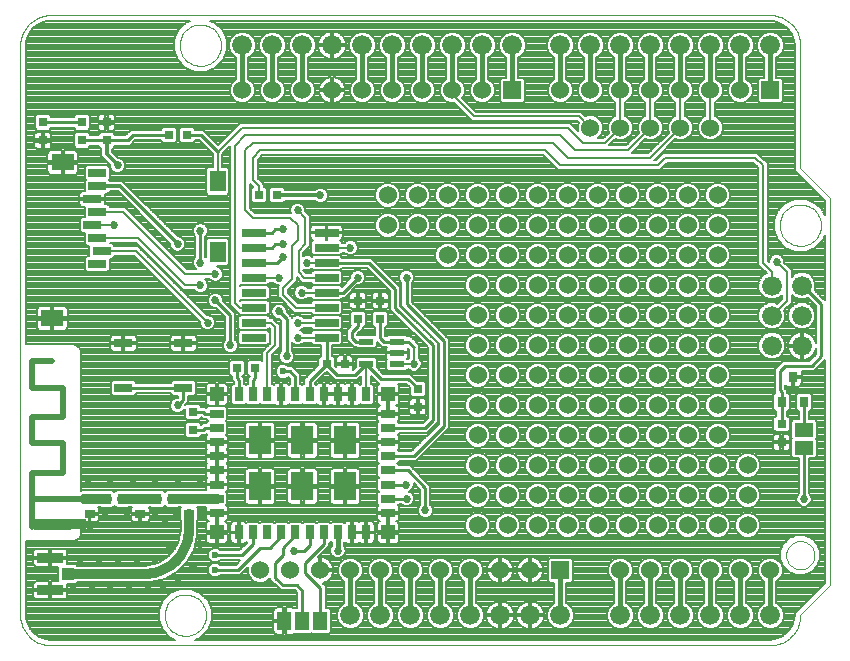
<source format=gtl>
G75*
G70*
%OFA0B0*%
%FSLAX24Y24*%
%IPPOS*%
%LPD*%
%AMOC8*
5,1,8,0,0,1.08239X$1,22.5*
%
%ADD10R,0.0748X0.0945*%
%ADD11R,0.0472X0.0472*%
%ADD12R,0.0276X0.0472*%
%ADD13R,0.0472X0.0276*%
%ADD14R,0.0300X0.0300*%
%ADD15R,0.0354X0.0276*%
%ADD16R,0.0276X0.0354*%
%ADD17R,0.0472X0.0217*%
%ADD18R,0.0460X0.0630*%
%ADD19C,0.0236*%
%ADD20C,0.0600*%
%ADD21R,0.0866X0.0335*%
%ADD22R,0.0413X0.0394*%
%ADD23C,0.0200*%
%ADD24C,0.0350*%
%ADD25R,0.1000X0.0350*%
%ADD26R,0.0010X0.0010*%
%ADD27R,0.0591X0.0276*%
%ADD28R,0.0551X0.0709*%
%ADD29R,0.0748X0.0551*%
%ADD30R,0.0800X0.0260*%
%ADD31C,0.0000*%
%ADD32C,0.0660*%
%ADD33R,0.0600X0.0600*%
%ADD34R,0.0315X0.0354*%
%ADD35R,0.0630X0.0460*%
%ADD36R,0.0600X0.0300*%
%ADD37C,0.0080*%
%ADD38C,0.0270*%
%ADD39C,0.0120*%
%ADD40C,0.0100*%
%ADD41C,0.0320*%
%ADD42C,0.0160*%
D10*
X009476Y005685D03*
X010893Y005685D03*
X012310Y005685D03*
X012310Y007220D03*
X010893Y007220D03*
X009476Y007220D03*
D11*
X008039Y008756D03*
X013747Y008756D03*
X013747Y004149D03*
X008039Y004149D03*
D12*
X008767Y004149D03*
X009240Y004149D03*
X009712Y004149D03*
X010184Y004149D03*
X010657Y004149D03*
X011129Y004149D03*
X011602Y004149D03*
X012074Y004149D03*
X012547Y004149D03*
X013019Y004149D03*
X013019Y008756D03*
X012547Y008756D03*
X012074Y008756D03*
X011602Y008756D03*
X011129Y008756D03*
X010657Y008756D03*
X010184Y008756D03*
X009712Y008756D03*
X009240Y008756D03*
X008767Y008756D03*
D13*
X008039Y008106D03*
X008039Y007634D03*
X008039Y007161D03*
X008039Y006689D03*
X008039Y006216D03*
X008039Y005744D03*
X008039Y005271D03*
X008039Y004799D03*
X013747Y004799D03*
X013747Y005271D03*
X013747Y005744D03*
X013747Y006216D03*
X013747Y006689D03*
X013747Y007161D03*
X013747Y007634D03*
X013747Y008106D03*
D14*
X014737Y008340D03*
X014737Y008940D03*
X012297Y009765D03*
X011697Y009765D03*
X012737Y011278D03*
X012737Y011878D03*
X013489Y011878D03*
X013489Y011278D03*
X009303Y009640D03*
X008703Y009640D03*
X007237Y008170D03*
X007237Y007570D03*
X009437Y015390D03*
X010037Y015390D03*
X007037Y017390D03*
X006437Y017390D03*
X004362Y017215D03*
X004362Y017815D03*
X003549Y017815D03*
X003549Y017215D03*
X002237Y017215D03*
X002237Y017815D03*
X026862Y007753D03*
X026862Y007153D03*
D15*
X007112Y005271D03*
X007112Y004760D03*
X005487Y004760D03*
X005487Y005272D03*
X003799Y005272D03*
X003799Y004760D03*
D16*
X004372Y005272D03*
X004883Y005272D03*
X006043Y005272D03*
X006555Y005272D03*
D17*
X013020Y009766D03*
X013020Y010514D03*
X014044Y010514D03*
X014044Y010140D03*
X014044Y009766D03*
D18*
X011493Y001203D03*
X010893Y001203D03*
X010293Y001203D03*
D19*
X007987Y002890D03*
X007987Y003390D03*
X010237Y009515D03*
D20*
X015737Y013390D03*
X016737Y013390D03*
X017737Y013390D03*
X018737Y013390D03*
X019737Y013390D03*
X020737Y013390D03*
X021737Y013390D03*
X022737Y013390D03*
X023737Y013390D03*
X024737Y013390D03*
X024737Y012390D03*
X024737Y011390D03*
X023737Y011390D03*
X022737Y011390D03*
X022737Y012390D03*
X023737Y012390D03*
X021737Y012390D03*
X020737Y012390D03*
X020737Y011390D03*
X021737Y011390D03*
X021737Y010390D03*
X020737Y010390D03*
X020737Y009390D03*
X021737Y009390D03*
X022737Y009390D03*
X023737Y009390D03*
X024737Y009390D03*
X024737Y010390D03*
X023737Y010390D03*
X022737Y010390D03*
X022737Y008390D03*
X023737Y008390D03*
X024737Y008390D03*
X024737Y007390D03*
X024737Y006390D03*
X025737Y006390D03*
X025737Y005390D03*
X024737Y005390D03*
X024737Y004390D03*
X025737Y004390D03*
X025487Y002890D03*
X026487Y002890D03*
X024487Y002890D03*
X023487Y002890D03*
X022487Y002890D03*
X021487Y002890D03*
X021737Y004390D03*
X020737Y004390D03*
X020737Y005390D03*
X021737Y005390D03*
X022737Y005390D03*
X023737Y005390D03*
X023737Y004390D03*
X022737Y004390D03*
X022737Y006390D03*
X023737Y006390D03*
X023737Y007390D03*
X022737Y007390D03*
X021737Y007390D03*
X020737Y007390D03*
X020737Y006390D03*
X021737Y006390D03*
X019737Y006390D03*
X018737Y006390D03*
X018737Y007390D03*
X019737Y007390D03*
X019737Y008390D03*
X018737Y008390D03*
X017737Y008390D03*
X016737Y008390D03*
X016737Y007390D03*
X017737Y007390D03*
X017737Y006390D03*
X016737Y006390D03*
X016737Y005390D03*
X017737Y005390D03*
X018737Y005390D03*
X019737Y005390D03*
X019737Y004390D03*
X018737Y004390D03*
X017737Y004390D03*
X016737Y004390D03*
X016487Y002890D03*
X015487Y002890D03*
X014487Y002890D03*
X013487Y002890D03*
X012487Y002890D03*
X011487Y002890D03*
X010487Y002890D03*
X009487Y002890D03*
X017487Y002890D03*
X018487Y002890D03*
X020737Y008390D03*
X021737Y008390D03*
X019737Y009390D03*
X018737Y009390D03*
X018737Y010390D03*
X019737Y010390D03*
X019737Y011390D03*
X018737Y011390D03*
X018737Y012390D03*
X019737Y012390D03*
X017737Y012390D03*
X016737Y012390D03*
X016737Y011390D03*
X017737Y011390D03*
X017737Y010390D03*
X016737Y010390D03*
X016737Y009390D03*
X017737Y009390D03*
X017737Y014390D03*
X016737Y014390D03*
X016737Y015390D03*
X017737Y015390D03*
X018737Y015390D03*
X019737Y015390D03*
X020737Y015390D03*
X021737Y015390D03*
X022737Y015390D03*
X023737Y015390D03*
X024737Y015390D03*
X024737Y014390D03*
X023737Y014390D03*
X022737Y014390D03*
X021737Y014390D03*
X020737Y014390D03*
X019737Y014390D03*
X018737Y014390D03*
X015737Y014390D03*
X014737Y014390D03*
X014737Y015390D03*
X015737Y015390D03*
X013737Y015390D03*
X013737Y014390D03*
X013887Y018890D03*
X012887Y018890D03*
X011887Y018890D03*
X010887Y018890D03*
X009887Y018890D03*
X008887Y018890D03*
X014887Y018890D03*
X015887Y018890D03*
X016887Y018890D03*
X019487Y018890D03*
X020487Y018890D03*
X021487Y018890D03*
X022487Y018890D03*
X023487Y018890D03*
X024487Y018890D03*
X025487Y018890D03*
X024487Y017640D03*
X023487Y017640D03*
X022487Y017640D03*
X021487Y017640D03*
X020487Y017640D03*
D21*
X002487Y003306D03*
X002487Y002224D03*
D22*
X003087Y002765D03*
D23*
X001882Y004341D02*
X001882Y005271D01*
X001882Y006131D01*
X002922Y006131D01*
X002922Y007121D01*
X001882Y007121D01*
X001882Y007991D01*
X002922Y007991D01*
X002922Y008981D01*
X001882Y008981D01*
X001882Y009851D01*
X002532Y009851D01*
X001882Y005271D02*
X003612Y005271D01*
D24*
X003112Y004421D02*
X001962Y004421D01*
D25*
X003162Y004421D03*
D26*
X003612Y005271D03*
D27*
X004048Y013097D03*
X004205Y013530D03*
X004048Y013963D03*
X003890Y014396D03*
X004048Y014829D03*
X003890Y015262D03*
X004048Y015695D03*
X004048Y016128D03*
D28*
X008064Y015853D03*
X008064Y013490D03*
D29*
X002906Y016483D03*
X002552Y011286D03*
D30*
X009277Y011140D03*
X009277Y011640D03*
X009277Y012140D03*
X009277Y012640D03*
X009277Y013140D03*
X009277Y013640D03*
X009277Y014140D03*
X011697Y014140D03*
X011697Y013640D03*
X011697Y013140D03*
X011697Y012640D03*
X011697Y012140D03*
X011697Y011640D03*
X011697Y011140D03*
X011697Y010640D03*
X009277Y010640D03*
D31*
X006298Y001390D02*
X006300Y001442D01*
X006306Y001494D01*
X006316Y001545D01*
X006329Y001595D01*
X006347Y001645D01*
X006368Y001692D01*
X006392Y001738D01*
X006421Y001782D01*
X006452Y001824D01*
X006486Y001863D01*
X006523Y001900D01*
X006563Y001933D01*
X006606Y001964D01*
X006650Y001991D01*
X006696Y002015D01*
X006745Y002035D01*
X006794Y002051D01*
X006845Y002064D01*
X006896Y002073D01*
X006948Y002078D01*
X007000Y002079D01*
X007052Y002076D01*
X007104Y002069D01*
X007155Y002058D01*
X007205Y002044D01*
X007254Y002025D01*
X007301Y002003D01*
X007346Y001978D01*
X007390Y001949D01*
X007431Y001917D01*
X007470Y001882D01*
X007505Y001844D01*
X007538Y001803D01*
X007568Y001761D01*
X007594Y001716D01*
X007617Y001669D01*
X007636Y001620D01*
X007652Y001570D01*
X007664Y001520D01*
X007672Y001468D01*
X007676Y001416D01*
X007676Y001364D01*
X007672Y001312D01*
X007664Y001260D01*
X007652Y001210D01*
X007636Y001160D01*
X007617Y001111D01*
X007594Y001064D01*
X007568Y001019D01*
X007538Y000977D01*
X007505Y000936D01*
X007470Y000898D01*
X007431Y000863D01*
X007390Y000831D01*
X007346Y000802D01*
X007301Y000777D01*
X007254Y000755D01*
X007205Y000736D01*
X007155Y000722D01*
X007104Y000711D01*
X007052Y000704D01*
X007000Y000701D01*
X006948Y000702D01*
X006896Y000707D01*
X006845Y000716D01*
X006794Y000729D01*
X006745Y000745D01*
X006696Y000765D01*
X006650Y000789D01*
X006606Y000816D01*
X006563Y000847D01*
X006523Y000880D01*
X006486Y000917D01*
X006452Y000956D01*
X006421Y000998D01*
X006392Y001042D01*
X006368Y001088D01*
X006347Y001135D01*
X006329Y001185D01*
X006316Y001235D01*
X006306Y001286D01*
X006300Y001338D01*
X006298Y001390D01*
X002487Y000390D02*
X002427Y000392D01*
X002366Y000397D01*
X002307Y000406D01*
X002248Y000419D01*
X002189Y000435D01*
X002132Y000455D01*
X002077Y000478D01*
X002022Y000505D01*
X001970Y000534D01*
X001919Y000567D01*
X001870Y000603D01*
X001824Y000641D01*
X001780Y000683D01*
X001738Y000727D01*
X001700Y000773D01*
X001664Y000822D01*
X001631Y000873D01*
X001602Y000925D01*
X001575Y000980D01*
X001552Y001035D01*
X001532Y001092D01*
X001516Y001151D01*
X001503Y001210D01*
X001494Y001269D01*
X001489Y001330D01*
X001487Y001390D01*
X001487Y020390D01*
X001489Y020450D01*
X001494Y020511D01*
X001503Y020570D01*
X001516Y020629D01*
X001532Y020688D01*
X001552Y020745D01*
X001575Y020800D01*
X001602Y020855D01*
X001631Y020907D01*
X001664Y020958D01*
X001700Y021007D01*
X001738Y021053D01*
X001780Y021097D01*
X001824Y021139D01*
X001870Y021177D01*
X001919Y021213D01*
X001970Y021246D01*
X002022Y021275D01*
X002077Y021302D01*
X002132Y021325D01*
X002189Y021345D01*
X002248Y021361D01*
X002307Y021374D01*
X002366Y021383D01*
X002427Y021388D01*
X002487Y021390D01*
X026487Y021390D01*
X026547Y021388D01*
X026608Y021383D01*
X026667Y021374D01*
X026726Y021361D01*
X026785Y021345D01*
X026842Y021325D01*
X026897Y021302D01*
X026952Y021275D01*
X027004Y021246D01*
X027055Y021213D01*
X027104Y021177D01*
X027150Y021139D01*
X027194Y021097D01*
X027236Y021053D01*
X027274Y021007D01*
X027310Y020958D01*
X027343Y020907D01*
X027372Y020855D01*
X027399Y020800D01*
X027422Y020745D01*
X027442Y020688D01*
X027458Y020629D01*
X027471Y020570D01*
X027480Y020511D01*
X027485Y020450D01*
X027487Y020390D01*
X027487Y016290D01*
X028487Y015290D01*
X028487Y002390D01*
X027487Y001390D01*
X027485Y001330D01*
X027480Y001269D01*
X027471Y001210D01*
X027458Y001151D01*
X027442Y001092D01*
X027422Y001035D01*
X027399Y000980D01*
X027372Y000925D01*
X027343Y000873D01*
X027310Y000822D01*
X027274Y000773D01*
X027236Y000727D01*
X027194Y000683D01*
X027150Y000641D01*
X027104Y000603D01*
X027055Y000567D01*
X027004Y000534D01*
X026952Y000505D01*
X026897Y000478D01*
X026842Y000455D01*
X026785Y000435D01*
X026726Y000419D01*
X026667Y000406D01*
X026608Y000397D01*
X026547Y000392D01*
X026487Y000390D01*
X002487Y000390D01*
X027015Y003390D02*
X027017Y003433D01*
X027023Y003475D01*
X027033Y003517D01*
X027046Y003558D01*
X027063Y003598D01*
X027084Y003635D01*
X027108Y003671D01*
X027135Y003704D01*
X027165Y003735D01*
X027198Y003763D01*
X027233Y003788D01*
X027270Y003809D01*
X027309Y003827D01*
X027349Y003841D01*
X027391Y003852D01*
X027433Y003859D01*
X027476Y003862D01*
X027519Y003861D01*
X027562Y003856D01*
X027604Y003847D01*
X027645Y003835D01*
X027685Y003819D01*
X027723Y003799D01*
X027759Y003776D01*
X027793Y003749D01*
X027825Y003720D01*
X027853Y003688D01*
X027879Y003653D01*
X027901Y003617D01*
X027920Y003578D01*
X027935Y003538D01*
X027947Y003497D01*
X027955Y003454D01*
X027959Y003411D01*
X027959Y003369D01*
X027955Y003326D01*
X027947Y003283D01*
X027935Y003242D01*
X027920Y003202D01*
X027901Y003163D01*
X027879Y003127D01*
X027853Y003092D01*
X027825Y003060D01*
X027793Y003031D01*
X027759Y003004D01*
X027723Y002981D01*
X027685Y002961D01*
X027645Y002945D01*
X027604Y002933D01*
X027562Y002924D01*
X027519Y002919D01*
X027476Y002918D01*
X027433Y002921D01*
X027391Y002928D01*
X027349Y002939D01*
X027309Y002953D01*
X027270Y002971D01*
X027233Y002992D01*
X027198Y003017D01*
X027165Y003045D01*
X027135Y003076D01*
X027108Y003109D01*
X027084Y003145D01*
X027063Y003182D01*
X027046Y003222D01*
X027033Y003263D01*
X027023Y003305D01*
X027017Y003347D01*
X027015Y003390D01*
X026798Y014390D02*
X026800Y014442D01*
X026806Y014494D01*
X026816Y014545D01*
X026829Y014595D01*
X026847Y014645D01*
X026868Y014692D01*
X026892Y014738D01*
X026921Y014782D01*
X026952Y014824D01*
X026986Y014863D01*
X027023Y014900D01*
X027063Y014933D01*
X027106Y014964D01*
X027150Y014991D01*
X027196Y015015D01*
X027245Y015035D01*
X027294Y015051D01*
X027345Y015064D01*
X027396Y015073D01*
X027448Y015078D01*
X027500Y015079D01*
X027552Y015076D01*
X027604Y015069D01*
X027655Y015058D01*
X027705Y015044D01*
X027754Y015025D01*
X027801Y015003D01*
X027846Y014978D01*
X027890Y014949D01*
X027931Y014917D01*
X027970Y014882D01*
X028005Y014844D01*
X028038Y014803D01*
X028068Y014761D01*
X028094Y014716D01*
X028117Y014669D01*
X028136Y014620D01*
X028152Y014570D01*
X028164Y014520D01*
X028172Y014468D01*
X028176Y014416D01*
X028176Y014364D01*
X028172Y014312D01*
X028164Y014260D01*
X028152Y014210D01*
X028136Y014160D01*
X028117Y014111D01*
X028094Y014064D01*
X028068Y014019D01*
X028038Y013977D01*
X028005Y013936D01*
X027970Y013898D01*
X027931Y013863D01*
X027890Y013831D01*
X027846Y013802D01*
X027801Y013777D01*
X027754Y013755D01*
X027705Y013736D01*
X027655Y013722D01*
X027604Y013711D01*
X027552Y013704D01*
X027500Y013701D01*
X027448Y013702D01*
X027396Y013707D01*
X027345Y013716D01*
X027294Y013729D01*
X027245Y013745D01*
X027196Y013765D01*
X027150Y013789D01*
X027106Y013816D01*
X027063Y013847D01*
X027023Y013880D01*
X026986Y013917D01*
X026952Y013956D01*
X026921Y013998D01*
X026892Y014042D01*
X026868Y014088D01*
X026847Y014135D01*
X026829Y014185D01*
X026816Y014235D01*
X026806Y014286D01*
X026800Y014338D01*
X026798Y014390D01*
X006798Y020390D02*
X006800Y020442D01*
X006806Y020494D01*
X006816Y020545D01*
X006829Y020595D01*
X006847Y020645D01*
X006868Y020692D01*
X006892Y020738D01*
X006921Y020782D01*
X006952Y020824D01*
X006986Y020863D01*
X007023Y020900D01*
X007063Y020933D01*
X007106Y020964D01*
X007150Y020991D01*
X007196Y021015D01*
X007245Y021035D01*
X007294Y021051D01*
X007345Y021064D01*
X007396Y021073D01*
X007448Y021078D01*
X007500Y021079D01*
X007552Y021076D01*
X007604Y021069D01*
X007655Y021058D01*
X007705Y021044D01*
X007754Y021025D01*
X007801Y021003D01*
X007846Y020978D01*
X007890Y020949D01*
X007931Y020917D01*
X007970Y020882D01*
X008005Y020844D01*
X008038Y020803D01*
X008068Y020761D01*
X008094Y020716D01*
X008117Y020669D01*
X008136Y020620D01*
X008152Y020570D01*
X008164Y020520D01*
X008172Y020468D01*
X008176Y020416D01*
X008176Y020364D01*
X008172Y020312D01*
X008164Y020260D01*
X008152Y020210D01*
X008136Y020160D01*
X008117Y020111D01*
X008094Y020064D01*
X008068Y020019D01*
X008038Y019977D01*
X008005Y019936D01*
X007970Y019898D01*
X007931Y019863D01*
X007890Y019831D01*
X007846Y019802D01*
X007801Y019777D01*
X007754Y019755D01*
X007705Y019736D01*
X007655Y019722D01*
X007604Y019711D01*
X007552Y019704D01*
X007500Y019701D01*
X007448Y019702D01*
X007396Y019707D01*
X007345Y019716D01*
X007294Y019729D01*
X007245Y019745D01*
X007196Y019765D01*
X007150Y019789D01*
X007106Y019816D01*
X007063Y019847D01*
X007023Y019880D01*
X006986Y019917D01*
X006952Y019956D01*
X006921Y019998D01*
X006892Y020042D01*
X006868Y020088D01*
X006847Y020135D01*
X006829Y020185D01*
X006816Y020235D01*
X006806Y020286D01*
X006800Y020338D01*
X006798Y020390D01*
D32*
X008887Y020390D03*
X009887Y020390D03*
X010887Y020390D03*
X011887Y020390D03*
X012887Y020390D03*
X013887Y020390D03*
X014887Y020390D03*
X015887Y020390D03*
X016887Y020390D03*
X017887Y020390D03*
X019487Y020390D03*
X020487Y020390D03*
X021487Y020390D03*
X022487Y020390D03*
X023487Y020390D03*
X024487Y020390D03*
X025487Y020390D03*
X026487Y020390D03*
X026542Y012370D03*
X026542Y011370D03*
X027542Y011370D03*
X027542Y012370D03*
X027542Y010370D03*
X026542Y010370D03*
X026487Y001390D03*
X025487Y001390D03*
X024487Y001390D03*
X023487Y001390D03*
X022487Y001390D03*
X021487Y001390D03*
X019487Y001390D03*
X018487Y001390D03*
X017487Y001390D03*
X016487Y001390D03*
X015487Y001390D03*
X014487Y001390D03*
X013487Y001390D03*
X012487Y001390D03*
D33*
X019487Y002890D03*
X017887Y018890D03*
X026487Y018890D03*
D34*
X027237Y009323D03*
X027611Y008496D03*
X026863Y008496D03*
D35*
X027612Y007565D03*
X027612Y006965D03*
D36*
X006924Y008953D03*
X006924Y010453D03*
X004924Y010453D03*
X004924Y008953D03*
D37*
X001687Y001263D02*
X001765Y001022D01*
X001914Y000817D01*
X002119Y000668D01*
X002360Y000590D01*
X002487Y000580D01*
X006646Y000580D01*
X006489Y000645D01*
X006242Y000892D01*
X006108Y001215D01*
X006108Y001565D01*
X006242Y001888D01*
X006489Y002135D01*
X006812Y002269D01*
X007162Y002269D01*
X007485Y002135D01*
X007732Y001888D01*
X007866Y001565D01*
X007866Y001215D01*
X007732Y000892D01*
X007485Y000645D01*
X007328Y000580D01*
X026487Y000580D01*
X026614Y000590D01*
X026855Y000668D01*
X027060Y000817D01*
X027209Y001022D01*
X027287Y001263D01*
X027297Y001390D01*
X027297Y001469D01*
X027408Y001580D01*
X027408Y001580D01*
X028297Y002469D01*
X028297Y009897D01*
X028032Y009632D01*
X027932Y009533D01*
X027531Y009533D01*
X027534Y009519D01*
X027534Y009362D01*
X027276Y009362D01*
X027276Y009284D01*
X027534Y009284D01*
X027534Y009127D01*
X027525Y009092D01*
X027506Y009060D01*
X027480Y009034D01*
X027448Y009015D01*
X027413Y009006D01*
X027276Y009006D01*
X027276Y009284D01*
X027198Y009284D01*
X027198Y009006D01*
X027061Y009006D01*
X027025Y009015D01*
X026993Y009034D01*
X026969Y009058D01*
X026969Y008960D01*
X027032Y008898D01*
X027032Y008793D01*
X027070Y008793D01*
X027140Y008723D01*
X027140Y008269D01*
X027070Y008199D01*
X027033Y008199D01*
X027033Y008022D01*
X027062Y008022D01*
X027132Y007952D01*
X027132Y007553D01*
X027062Y007483D01*
X026662Y007483D01*
X026592Y007553D01*
X026592Y007952D01*
X026662Y008022D01*
X026693Y008022D01*
X026693Y008199D01*
X026656Y008199D01*
X026585Y008269D01*
X026585Y008723D01*
X026656Y008793D01*
X026629Y008820D01*
X026629Y009585D01*
X026729Y009685D01*
X026916Y009872D01*
X027791Y009872D01*
X028004Y010085D01*
X028004Y010285D01*
X028000Y010260D01*
X027978Y010190D01*
X027944Y010124D01*
X028004Y010124D01*
X027944Y010124D02*
X027900Y010064D01*
X027848Y010012D01*
X027788Y009968D01*
X027722Y009935D01*
X027652Y009912D01*
X027582Y009901D01*
X027582Y010330D01*
X027502Y010330D01*
X027502Y009901D01*
X027432Y009912D01*
X027362Y009935D01*
X027296Y009968D01*
X027236Y010012D01*
X027183Y010064D01*
X027140Y010124D01*
X027106Y010190D01*
X027084Y010260D01*
X027072Y010330D01*
X027502Y010330D01*
X027502Y010410D01*
X027072Y010410D01*
X027084Y010480D01*
X027106Y010551D01*
X027140Y010617D01*
X027183Y010676D01*
X027236Y010729D01*
X027296Y010772D01*
X027362Y010806D01*
X027432Y010829D01*
X027502Y010840D01*
X027502Y010410D01*
X027582Y010410D01*
X027582Y010840D01*
X027652Y010829D01*
X027722Y010806D01*
X027788Y010772D01*
X027848Y010729D01*
X027900Y010676D01*
X027944Y010617D01*
X027978Y010551D01*
X028000Y010480D01*
X028004Y010455D01*
X028004Y011695D01*
X027736Y011963D01*
X027632Y011920D01*
X027452Y011920D01*
X027287Y011989D01*
X027209Y012067D01*
X027209Y011811D01*
X026953Y011555D01*
X026992Y011460D01*
X026992Y011281D01*
X026923Y011115D01*
X026797Y010989D01*
X026632Y010920D01*
X026452Y010920D01*
X026287Y010989D01*
X026160Y011115D01*
X026092Y011281D01*
X026092Y011460D01*
X026160Y011625D01*
X026287Y011752D01*
X026452Y011820D01*
X026632Y011820D01*
X026726Y011781D01*
X026889Y011944D01*
X026889Y012081D01*
X026797Y011989D01*
X026632Y011920D01*
X026452Y011920D01*
X026287Y011989D01*
X026160Y012115D01*
X026092Y012281D01*
X026092Y012460D01*
X026160Y012625D01*
X026287Y012752D01*
X026366Y012785D01*
X026171Y012980D01*
X026077Y013074D01*
X026077Y016324D01*
X025921Y016480D01*
X023053Y016480D01*
X022897Y016324D01*
X022803Y016230D01*
X019421Y016230D01*
X018921Y016730D01*
X009553Y016730D01*
X009397Y016574D01*
X009397Y015956D01*
X009503Y015850D01*
X009503Y015850D01*
X009597Y015756D01*
X009597Y015660D01*
X009637Y015660D01*
X009707Y015590D01*
X009707Y015190D01*
X009637Y015120D01*
X009237Y015120D01*
X009167Y015190D01*
X009167Y015590D01*
X009237Y015660D01*
X009241Y015660D01*
X009171Y015730D01*
X009171Y015730D01*
X009147Y015754D01*
X009147Y014956D01*
X009303Y014800D01*
X010498Y014800D01*
X010482Y014839D01*
X010482Y014941D01*
X010521Y015034D01*
X010592Y015106D01*
X010686Y015145D01*
X010788Y015145D01*
X010881Y015106D01*
X010953Y015034D01*
X010992Y014941D01*
X010992Y014861D01*
X011147Y014706D01*
X011147Y013699D01*
X011053Y013605D01*
X010928Y013480D01*
X010928Y013366D01*
X010999Y013395D01*
X011100Y013395D01*
X011194Y013356D01*
X011204Y013346D01*
X011247Y013390D01*
X012147Y013390D01*
X012217Y013460D01*
X012217Y013480D01*
X012286Y013480D01*
X012342Y013424D01*
X012436Y013385D01*
X012538Y013385D01*
X012631Y013424D01*
X012703Y013496D01*
X012742Y013589D01*
X012742Y013691D01*
X012703Y013784D01*
X012631Y013856D01*
X012538Y013895D01*
X012436Y013895D01*
X012342Y013856D01*
X012286Y013800D01*
X012217Y013800D01*
X012217Y013820D01*
X012155Y013882D01*
X012183Y013898D01*
X012209Y013924D01*
X012227Y013956D01*
X012237Y013992D01*
X012237Y014115D01*
X011722Y014115D01*
X011722Y014165D01*
X012237Y014165D01*
X012237Y014288D01*
X012227Y014324D01*
X012209Y014356D01*
X012183Y014382D01*
X012151Y014400D01*
X012115Y014410D01*
X011722Y014410D01*
X011722Y014165D01*
X011672Y014165D01*
X011672Y014410D01*
X011278Y014410D01*
X011243Y014400D01*
X011211Y014382D01*
X011185Y014356D01*
X011166Y014324D01*
X011157Y014288D01*
X011157Y014165D01*
X011672Y014165D01*
X011672Y014115D01*
X011722Y014115D01*
X011722Y013890D01*
X011672Y013890D01*
X011672Y014115D01*
X011157Y014115D01*
X011157Y013992D01*
X011166Y013956D01*
X011185Y013924D01*
X011211Y013898D01*
X011239Y013882D01*
X011177Y013820D01*
X011177Y013460D01*
X011247Y013390D01*
X012147Y013390D01*
X012217Y013320D01*
X012217Y013310D01*
X013182Y013310D01*
X013282Y013210D01*
X014157Y012335D01*
X014157Y011710D01*
X015407Y010460D01*
X015407Y007820D01*
X015307Y007720D01*
X015051Y007464D01*
X014104Y007464D01*
X014104Y007446D01*
X014069Y007411D01*
X014070Y007411D01*
X014096Y007385D01*
X014114Y007353D01*
X014124Y007317D01*
X014124Y007190D01*
X013776Y007190D01*
X013776Y007132D01*
X014124Y007132D01*
X014124Y007005D01*
X014114Y006969D01*
X014096Y006937D01*
X014070Y006911D01*
X014069Y006911D01*
X014104Y006876D01*
X014104Y006859D01*
X014528Y006859D01*
X015442Y007773D01*
X015442Y010445D01*
X014291Y011595D01*
X014291Y011595D01*
X014192Y011695D01*
X014192Y012449D01*
X014146Y012496D01*
X014107Y012589D01*
X014107Y012691D01*
X014146Y012784D01*
X014217Y012856D01*
X014311Y012895D01*
X014413Y012895D01*
X014506Y012856D01*
X014578Y012784D01*
X014617Y012691D01*
X014617Y012589D01*
X014578Y012496D01*
X014532Y012449D01*
X014532Y011835D01*
X015782Y010585D01*
X015782Y007632D01*
X015682Y007533D01*
X014669Y006519D01*
X014104Y006519D01*
X014104Y006501D01*
X014055Y006452D01*
X014104Y006404D01*
X014104Y006386D01*
X014481Y006386D01*
X015057Y005810D01*
X015157Y005710D01*
X015157Y005081D01*
X015203Y005034D01*
X015242Y004941D01*
X015242Y004839D01*
X015203Y004746D01*
X015131Y004674D01*
X015038Y004635D01*
X014936Y004635D01*
X014842Y004674D01*
X014771Y004746D01*
X014732Y004839D01*
X014732Y004941D01*
X014771Y005034D01*
X014817Y005081D01*
X014817Y005570D01*
X014596Y005791D01*
X014596Y005693D01*
X014557Y005599D01*
X014485Y005528D01*
X014451Y005513D01*
X014513Y005488D01*
X014584Y005416D01*
X014623Y005322D01*
X014623Y005221D01*
X014584Y005127D01*
X014513Y005055D01*
X014419Y005016D01*
X014318Y005016D01*
X014224Y005055D01*
X014178Y005101D01*
X014104Y005101D01*
X014104Y005084D01*
X014069Y005049D01*
X014070Y005049D01*
X014096Y005023D01*
X014114Y004991D01*
X014124Y004955D01*
X014124Y004828D01*
X013776Y004828D01*
X013776Y004770D01*
X013776Y004521D01*
X013787Y004521D01*
X013787Y004189D01*
X013707Y004189D01*
X013707Y004109D01*
X013371Y004109D01*
X013371Y003895D01*
X013381Y003859D01*
X013399Y003827D01*
X013425Y003801D01*
X013457Y003783D01*
X013493Y003773D01*
X013707Y003773D01*
X013707Y004109D01*
X013787Y004109D01*
X013787Y003773D01*
X014002Y003773D01*
X014038Y003783D01*
X014070Y003801D01*
X014096Y003827D01*
X014114Y003859D01*
X014124Y003895D01*
X014124Y004109D01*
X013787Y004109D01*
X013787Y004189D01*
X014124Y004189D01*
X014124Y004404D01*
X014114Y004440D01*
X014096Y004472D01*
X014070Y004498D01*
X014038Y004516D01*
X014010Y004523D01*
X014038Y004531D01*
X014070Y004549D01*
X014096Y004575D01*
X014114Y004607D01*
X014124Y004643D01*
X014124Y004770D01*
X013776Y004770D01*
X013719Y004770D01*
X013719Y004521D01*
X013707Y004521D01*
X013707Y004189D01*
X013371Y004189D01*
X013371Y004404D01*
X013381Y004440D01*
X013399Y004472D01*
X013425Y004498D01*
X013457Y004516D01*
X013485Y004523D01*
X013457Y004531D01*
X013425Y004549D01*
X013399Y004575D01*
X013381Y004607D01*
X013371Y004643D01*
X013371Y004770D01*
X013719Y004770D01*
X013719Y004828D01*
X013371Y004828D01*
X013371Y004955D01*
X013381Y004991D01*
X013399Y005023D01*
X013425Y005049D01*
X013426Y005049D01*
X013391Y005084D01*
X013391Y005459D01*
X013440Y005508D01*
X013391Y005556D01*
X013391Y005931D01*
X013440Y005980D01*
X013391Y006029D01*
X013391Y006404D01*
X013440Y006452D01*
X013391Y006501D01*
X013391Y006876D01*
X013426Y006911D01*
X013425Y006911D01*
X013399Y006937D01*
X013381Y006969D01*
X013371Y007005D01*
X013371Y007132D01*
X013719Y007132D01*
X013719Y007190D01*
X013371Y007190D01*
X013371Y007317D01*
X013381Y007353D01*
X013399Y007385D01*
X013425Y007411D01*
X013426Y007411D01*
X013391Y007446D01*
X013391Y007821D01*
X013426Y007856D01*
X013425Y007856D01*
X013399Y007882D01*
X013381Y007914D01*
X013371Y007950D01*
X013371Y008077D01*
X013719Y008077D01*
X013719Y008135D01*
X013719Y008384D01*
X013707Y008384D01*
X013707Y008716D01*
X013371Y008716D01*
X013371Y008501D01*
X013381Y008465D01*
X013399Y008433D01*
X013425Y008407D01*
X013457Y008389D01*
X013485Y008382D01*
X013457Y008374D01*
X013425Y008356D01*
X013399Y008330D01*
X013381Y008298D01*
X013371Y008262D01*
X013371Y008135D01*
X013719Y008135D01*
X013776Y008135D01*
X013776Y008384D01*
X013787Y008384D01*
X013787Y008716D01*
X013707Y008716D01*
X013707Y008796D01*
X013371Y008796D01*
X013371Y009010D01*
X013381Y009046D01*
X013399Y009078D01*
X013425Y009104D01*
X013436Y009110D01*
X013179Y009366D01*
X013179Y009112D01*
X013207Y009112D01*
X013277Y009042D01*
X013277Y008470D01*
X013207Y008399D01*
X012832Y008399D01*
X012797Y008434D01*
X012796Y008433D01*
X012770Y008407D01*
X012739Y008389D01*
X012703Y008379D01*
X012576Y008379D01*
X012576Y008727D01*
X012518Y008727D01*
X012269Y008727D01*
X012103Y008727D01*
X012103Y008785D01*
X012045Y008785D01*
X012045Y009132D01*
X011918Y009132D01*
X011882Y009122D01*
X011850Y009104D01*
X011838Y009091D01*
X011826Y009104D01*
X011794Y009122D01*
X011758Y009132D01*
X011631Y009132D01*
X011631Y008785D01*
X011573Y008785D01*
X011573Y009132D01*
X011446Y009132D01*
X011410Y009122D01*
X011378Y009104D01*
X011352Y009078D01*
X011352Y009077D01*
X011317Y009112D01*
X011299Y009112D01*
X011299Y009127D01*
X011667Y009495D01*
X011704Y009495D01*
X011879Y009320D01*
X011979Y009220D01*
X012714Y009220D01*
X012859Y009365D01*
X012859Y009112D01*
X012832Y009112D01*
X012797Y009077D01*
X012796Y009078D01*
X012770Y009104D01*
X012739Y009122D01*
X012703Y009132D01*
X012576Y009132D01*
X012576Y008785D01*
X012518Y008785D01*
X012518Y009132D01*
X012390Y009132D01*
X012355Y009122D01*
X012323Y009104D01*
X012310Y009091D01*
X012298Y009104D01*
X012266Y009122D01*
X012230Y009132D01*
X012103Y009132D01*
X012103Y008785D01*
X012518Y008785D01*
X012518Y008727D01*
X012518Y008379D01*
X012390Y008379D01*
X012355Y008389D01*
X012323Y008407D01*
X012310Y008420D01*
X012298Y008407D01*
X012266Y008389D01*
X012230Y008379D01*
X012103Y008379D01*
X012103Y008727D01*
X012045Y008727D01*
X011796Y008727D01*
X011631Y008727D01*
X011631Y008785D01*
X012045Y008785D01*
X012045Y008727D01*
X012045Y008379D01*
X011918Y008379D01*
X011882Y008389D01*
X011850Y008407D01*
X011838Y008420D01*
X011826Y008407D01*
X011794Y008389D01*
X011758Y008379D01*
X011631Y008379D01*
X011631Y008727D01*
X011573Y008727D01*
X011573Y008379D01*
X011446Y008379D01*
X011410Y008389D01*
X011378Y008407D01*
X011352Y008433D01*
X011352Y008434D01*
X011317Y008399D01*
X010942Y008399D01*
X010893Y008448D01*
X010844Y008399D01*
X010469Y008399D01*
X010435Y008434D01*
X010434Y008433D01*
X010408Y008407D01*
X010376Y008389D01*
X010341Y008379D01*
X010213Y008379D01*
X010213Y008727D01*
X010156Y008727D01*
X010156Y008379D01*
X010028Y008379D01*
X009993Y008389D01*
X009961Y008407D01*
X009935Y008433D01*
X009934Y008434D01*
X009900Y008399D01*
X009525Y008399D01*
X009476Y008448D01*
X009427Y008399D01*
X009052Y008399D01*
X009003Y008448D01*
X008955Y008399D01*
X008580Y008399D01*
X008509Y008470D01*
X008509Y009042D01*
X008580Y009112D01*
X008597Y009112D01*
X008597Y009164D01*
X008533Y009228D01*
X008533Y009370D01*
X008504Y009370D01*
X008433Y009440D01*
X008433Y009840D01*
X008504Y009910D01*
X008903Y009910D01*
X008973Y009840D01*
X008973Y009440D01*
X008903Y009370D01*
X008873Y009370D01*
X008873Y009369D01*
X008937Y009305D01*
X008937Y009112D01*
X008955Y009112D01*
X009003Y009063D01*
X009052Y009112D01*
X009070Y009112D01*
X009070Y009305D01*
X009133Y009369D01*
X009133Y009370D01*
X009104Y009370D01*
X009033Y009440D01*
X009033Y009840D01*
X009104Y009910D01*
X009503Y009910D01*
X009552Y009861D01*
X009552Y010181D01*
X009827Y010456D01*
X009827Y010917D01*
X009790Y010954D01*
X009727Y010890D01*
X009797Y010820D01*
X009797Y010460D01*
X009727Y010390D01*
X008827Y010390D01*
X008757Y010460D01*
X008757Y010820D01*
X008827Y010890D01*
X009727Y010890D01*
X008827Y010890D01*
X008757Y010960D01*
X008757Y011320D01*
X008827Y011390D01*
X009727Y011390D01*
X009797Y011320D01*
X009797Y011300D01*
X009897Y011300D01*
X009991Y011206D01*
X010147Y011050D01*
X010147Y010324D01*
X010053Y010230D01*
X009872Y010049D01*
X009872Y009112D01*
X009900Y009112D01*
X009934Y009077D01*
X009935Y009078D01*
X009961Y009104D01*
X009993Y009122D01*
X010028Y009132D01*
X010156Y009132D01*
X010156Y008785D01*
X010213Y008785D01*
X010213Y009132D01*
X010341Y009132D01*
X010376Y009122D01*
X010408Y009104D01*
X010434Y009078D01*
X010435Y009077D01*
X010469Y009112D01*
X010487Y009112D01*
X010487Y009275D01*
X010416Y009345D01*
X010404Y009345D01*
X010336Y009277D01*
X010138Y009277D01*
X009999Y009416D01*
X009999Y009614D01*
X010138Y009753D01*
X010336Y009753D01*
X010404Y009685D01*
X010557Y009685D01*
X010657Y009585D01*
X010827Y009415D01*
X010827Y009112D01*
X010844Y009112D01*
X010893Y009063D01*
X010942Y009112D01*
X010959Y009112D01*
X010959Y009268D01*
X011427Y009735D01*
X011427Y009965D01*
X011497Y010035D01*
X011527Y010035D01*
X011527Y010390D01*
X011247Y010390D01*
X011177Y010460D01*
X011177Y010480D01*
X010937Y010480D01*
X010881Y010424D01*
X010788Y010385D01*
X010686Y010385D01*
X010592Y010424D01*
X010532Y010484D01*
X010532Y010206D01*
X010578Y010159D01*
X010617Y010066D01*
X010617Y009964D01*
X010578Y009871D01*
X010506Y009799D01*
X010413Y009760D01*
X010311Y009760D01*
X010217Y009799D01*
X010146Y009871D01*
X010107Y009964D01*
X010107Y010066D01*
X010146Y010159D01*
X010192Y010206D01*
X010192Y011195D01*
X010126Y011260D01*
X010061Y011260D01*
X009967Y011299D01*
X009896Y011371D01*
X009857Y011464D01*
X009857Y011566D01*
X009896Y011659D01*
X009967Y011731D01*
X010061Y011770D01*
X010163Y011770D01*
X010256Y011731D01*
X010328Y011659D01*
X010367Y011566D01*
X010367Y011500D01*
X010432Y011435D01*
X010532Y011335D01*
X010532Y011296D01*
X010592Y011356D01*
X010686Y011395D01*
X010788Y011395D01*
X010881Y011356D01*
X010937Y011300D01*
X011177Y011300D01*
X011177Y011320D01*
X011247Y011390D01*
X012147Y011390D01*
X012217Y011320D01*
X012217Y010960D01*
X012147Y010890D01*
X011247Y010890D01*
X011177Y010960D01*
X011177Y010980D01*
X010937Y010980D01*
X010881Y010924D01*
X010800Y010890D01*
X010881Y010856D01*
X010937Y010800D01*
X011177Y010800D01*
X011177Y010820D01*
X011247Y010890D01*
X012147Y010890D01*
X012217Y010820D01*
X012217Y010460D01*
X012147Y010390D01*
X011867Y010390D01*
X011867Y010035D01*
X011897Y010035D01*
X011967Y009965D01*
X011967Y009713D01*
X012007Y009673D01*
X012007Y009730D01*
X012262Y009730D01*
X012262Y009800D01*
X012262Y010055D01*
X012128Y010055D01*
X012093Y010045D01*
X012061Y010027D01*
X012035Y010001D01*
X012016Y009969D01*
X012007Y009933D01*
X012007Y009800D01*
X012262Y009800D01*
X012332Y009800D01*
X012587Y009800D01*
X012587Y009933D01*
X012577Y009969D01*
X012559Y010001D01*
X012533Y010027D01*
X012501Y010045D01*
X012465Y010055D01*
X012332Y010055D01*
X012332Y009800D01*
X012332Y009730D01*
X012587Y009730D01*
X012587Y009597D01*
X012578Y009565D01*
X012664Y009650D01*
X012664Y009924D01*
X012734Y009994D01*
X013306Y009994D01*
X013376Y009924D01*
X013376Y009650D01*
X013591Y009435D01*
X014495Y009435D01*
X014720Y009210D01*
X014937Y009210D01*
X015007Y009140D01*
X015007Y008740D01*
X014937Y008670D01*
X014537Y008670D01*
X014467Y008740D01*
X014467Y008982D01*
X014354Y009095D01*
X014079Y009095D01*
X014096Y009078D01*
X014114Y009046D01*
X014124Y009010D01*
X014124Y008796D01*
X013787Y008796D01*
X013787Y008716D01*
X014124Y008716D01*
X014124Y008501D01*
X014114Y008465D01*
X014096Y008433D01*
X014070Y008407D01*
X014038Y008389D01*
X014010Y008382D01*
X014038Y008374D01*
X014070Y008356D01*
X014096Y008330D01*
X014114Y008298D01*
X014124Y008262D01*
X014124Y008135D01*
X013776Y008135D01*
X013776Y008077D01*
X014124Y008077D01*
X014124Y007950D01*
X014114Y007914D01*
X014096Y007882D01*
X014070Y007856D01*
X014069Y007856D01*
X014104Y007821D01*
X014104Y007804D01*
X014910Y007804D01*
X015067Y007960D01*
X015067Y010320D01*
X013916Y011470D01*
X013817Y011570D01*
X013817Y012195D01*
X013041Y012970D01*
X012217Y012970D01*
X012217Y012960D01*
X012147Y012890D01*
X011247Y012890D01*
X011204Y012934D01*
X011194Y012924D01*
X011100Y012885D01*
X010999Y012885D01*
X010928Y012914D01*
X010928Y012894D01*
X011022Y012800D01*
X011177Y012800D01*
X011177Y012820D01*
X011247Y012890D01*
X012147Y012890D01*
X012217Y012820D01*
X012217Y012460D01*
X012147Y012390D01*
X012197Y012340D01*
X012482Y012625D01*
X012482Y012691D01*
X012521Y012784D01*
X012592Y012856D01*
X012686Y012895D01*
X012788Y012895D01*
X012881Y012856D01*
X012953Y012784D01*
X012992Y012691D01*
X012992Y012589D01*
X012953Y012496D01*
X012881Y012424D01*
X012788Y012385D01*
X012722Y012385D01*
X012307Y011970D01*
X012217Y011970D01*
X012217Y011960D01*
X012147Y011890D01*
X011247Y011890D01*
X011177Y011960D01*
X011177Y011980D01*
X011062Y011980D01*
X011006Y011924D01*
X010913Y011885D01*
X010811Y011885D01*
X010717Y011924D01*
X010646Y011996D01*
X010607Y012089D01*
X010607Y012191D01*
X010646Y012284D01*
X010717Y012356D01*
X010811Y012395D01*
X010913Y012395D01*
X011006Y012356D01*
X011062Y012300D01*
X011177Y012300D01*
X011177Y012320D01*
X011247Y012390D01*
X012147Y012390D01*
X011247Y012390D01*
X011177Y012460D01*
X011177Y012480D01*
X010889Y012480D01*
X010709Y012660D01*
X010709Y012542D01*
X010397Y012230D01*
X010397Y012144D01*
X010741Y011800D01*
X011177Y011800D01*
X011177Y011820D01*
X011247Y011890D01*
X012147Y011890D01*
X012217Y011820D01*
X012217Y011460D01*
X012147Y011390D01*
X011247Y011390D01*
X011177Y011460D01*
X011177Y011480D01*
X010608Y011480D01*
X010171Y011918D01*
X010077Y012011D01*
X010077Y012363D01*
X010099Y012385D01*
X010061Y012385D01*
X009967Y012424D01*
X009911Y012480D01*
X009797Y012480D01*
X009797Y012460D01*
X009727Y012390D01*
X008827Y012390D01*
X008803Y012414D01*
X008803Y012366D01*
X008827Y012390D01*
X009727Y012390D01*
X009797Y012320D01*
X009797Y011960D01*
X009727Y011890D01*
X008827Y011890D01*
X008803Y011914D01*
X008803Y011866D01*
X008827Y011890D01*
X009727Y011890D01*
X009797Y011820D01*
X009797Y011460D01*
X009727Y011390D01*
X008827Y011390D01*
X008757Y011460D01*
X008757Y011480D01*
X008733Y011480D01*
X008577Y011636D01*
X008483Y011730D01*
X008483Y017035D01*
X008234Y016785D01*
X008234Y016771D01*
X008224Y016761D01*
X008224Y016327D01*
X008389Y016327D01*
X008459Y016257D01*
X008459Y015449D01*
X008389Y015378D01*
X007738Y015378D01*
X007668Y015449D01*
X007668Y016257D01*
X007738Y016327D01*
X007904Y016327D01*
X007904Y016761D01*
X007445Y017220D01*
X007307Y017220D01*
X007307Y017190D01*
X007237Y017120D01*
X006837Y017120D01*
X006767Y017190D01*
X006767Y017590D01*
X006837Y017660D01*
X007237Y017660D01*
X007307Y017590D01*
X007307Y017560D01*
X007586Y017560D01*
X008071Y017075D01*
X008702Y017706D01*
X008702Y017706D01*
X008796Y017800D01*
X019803Y017800D01*
X020081Y017522D01*
X020067Y017556D01*
X020067Y017724D01*
X020099Y017801D01*
X020046Y017855D01*
X016546Y017855D01*
X016452Y017949D01*
X015931Y018470D01*
X015803Y018470D01*
X015649Y018534D01*
X015531Y018652D01*
X015467Y018806D01*
X015467Y018974D01*
X015531Y019128D01*
X015649Y019246D01*
X015687Y019262D01*
X015687Y019986D01*
X015632Y020009D01*
X015505Y020135D01*
X015437Y020300D01*
X015437Y020480D01*
X015505Y020645D01*
X015632Y020771D01*
X015797Y020840D01*
X015976Y020840D01*
X016142Y020771D01*
X016268Y020645D01*
X016337Y020480D01*
X016337Y020300D01*
X016268Y020135D01*
X016142Y020009D01*
X016087Y019986D01*
X016087Y019262D01*
X016125Y019246D01*
X016243Y019128D01*
X016307Y018974D01*
X016307Y018806D01*
X016243Y018652D01*
X016222Y018631D01*
X016678Y018175D01*
X020178Y018175D01*
X020325Y018028D01*
X020403Y018060D01*
X020570Y018060D01*
X020725Y017996D01*
X020843Y017878D01*
X020907Y017724D01*
X020907Y017556D01*
X020843Y017402D01*
X020741Y017300D01*
X020921Y017300D01*
X021099Y017479D01*
X021067Y017556D01*
X021067Y017724D01*
X021131Y017878D01*
X021249Y017996D01*
X021327Y018028D01*
X021327Y018502D01*
X021249Y018534D01*
X021131Y018652D01*
X021067Y018806D01*
X021067Y018974D01*
X021131Y019128D01*
X021249Y019246D01*
X021287Y019262D01*
X021287Y019986D01*
X021232Y020009D01*
X021105Y020135D01*
X021037Y020300D01*
X021037Y020480D01*
X021105Y020645D01*
X021232Y020771D01*
X021397Y020840D01*
X021576Y020840D01*
X021742Y020771D01*
X021868Y020645D01*
X021937Y020480D01*
X021937Y020300D01*
X021868Y020135D01*
X021742Y020009D01*
X021687Y019986D01*
X021687Y019262D01*
X021725Y019246D01*
X021843Y019128D01*
X021907Y018974D01*
X021907Y018806D01*
X021843Y018652D01*
X021725Y018534D01*
X021647Y018502D01*
X021647Y018028D01*
X021725Y017996D01*
X021843Y017878D01*
X021907Y017724D01*
X021907Y017556D01*
X021843Y017402D01*
X021725Y017284D01*
X021570Y017220D01*
X021403Y017220D01*
X021325Y017252D01*
X021123Y017050D01*
X021671Y017050D01*
X022099Y017479D01*
X022067Y017556D01*
X022067Y017724D01*
X022131Y017878D01*
X022249Y017996D01*
X022327Y018028D01*
X022327Y018502D01*
X022249Y018534D01*
X022131Y018652D01*
X022067Y018806D01*
X022067Y018974D01*
X022131Y019128D01*
X022249Y019246D01*
X022287Y019262D01*
X022287Y019986D01*
X022232Y020009D01*
X022105Y020135D01*
X022037Y020300D01*
X022037Y020480D01*
X022105Y020645D01*
X022232Y020771D01*
X022397Y020840D01*
X022576Y020840D01*
X022742Y020771D01*
X022868Y020645D01*
X022937Y020480D01*
X022937Y020300D01*
X022868Y020135D01*
X022742Y020009D01*
X022687Y019986D01*
X022687Y019262D01*
X022725Y019246D01*
X022843Y019128D01*
X022907Y018974D01*
X022907Y018806D01*
X022843Y018652D01*
X022725Y018534D01*
X022647Y018502D01*
X022647Y018028D01*
X022725Y017996D01*
X022843Y017878D01*
X022907Y017724D01*
X022907Y017556D01*
X022843Y017402D01*
X022725Y017284D01*
X022570Y017220D01*
X022403Y017220D01*
X022325Y017252D01*
X021897Y016824D01*
X021873Y016800D01*
X022421Y016800D01*
X023099Y017479D01*
X023067Y017556D01*
X023067Y017724D01*
X023131Y017878D01*
X023249Y017996D01*
X023327Y018028D01*
X023327Y018502D01*
X023249Y018534D01*
X023131Y018652D01*
X023067Y018806D01*
X023067Y018974D01*
X023131Y019128D01*
X023249Y019246D01*
X023287Y019262D01*
X023287Y019986D01*
X023232Y020009D01*
X023105Y020135D01*
X023037Y020300D01*
X023037Y020480D01*
X023105Y020645D01*
X023232Y020771D01*
X023397Y020840D01*
X023576Y020840D01*
X023742Y020771D01*
X023868Y020645D01*
X023937Y020480D01*
X023937Y020300D01*
X023868Y020135D01*
X023742Y020009D01*
X023687Y019986D01*
X023687Y019262D01*
X023725Y019246D01*
X023843Y019128D01*
X023907Y018974D01*
X023907Y018806D01*
X023843Y018652D01*
X023725Y018534D01*
X023647Y018502D01*
X023647Y018028D01*
X023725Y017996D01*
X023843Y017878D01*
X023907Y017724D01*
X023907Y017556D01*
X023843Y017402D01*
X023725Y017284D01*
X023570Y017220D01*
X023403Y017220D01*
X023325Y017252D01*
X022647Y016574D01*
X022647Y016574D01*
X022623Y016550D01*
X022671Y016550D01*
X022921Y016800D01*
X026053Y016800D01*
X026147Y016706D01*
X026397Y016456D01*
X026397Y013206D01*
X026451Y013153D01*
X026451Y013222D01*
X026489Y013316D01*
X026561Y013387D01*
X026655Y013426D01*
X026756Y013426D01*
X026850Y013387D01*
X026922Y013316D01*
X026961Y013222D01*
X026961Y013143D01*
X027116Y012987D01*
X027209Y012894D01*
X027209Y012674D01*
X027287Y012752D01*
X027452Y012820D01*
X027632Y012820D01*
X027797Y012752D01*
X027923Y012625D01*
X027992Y012460D01*
X027992Y012281D01*
X027965Y012215D01*
X028245Y011935D01*
X028297Y011883D01*
X028297Y014049D01*
X028232Y013892D01*
X028297Y013892D01*
X028232Y013892D02*
X027985Y013645D01*
X027662Y013511D01*
X027312Y013511D01*
X026989Y013645D01*
X026742Y013892D01*
X026397Y013892D01*
X026397Y013814D02*
X026820Y013814D01*
X026742Y013892D02*
X026608Y014215D01*
X026608Y014565D01*
X026742Y014888D01*
X026989Y015135D01*
X027312Y015269D01*
X027662Y015269D01*
X027985Y015135D01*
X028232Y014888D01*
X028297Y014731D01*
X028297Y015211D01*
X027408Y016100D01*
X027297Y016211D01*
X027297Y020390D01*
X027287Y020517D01*
X027209Y020758D01*
X027060Y020963D01*
X026855Y021112D01*
X026614Y021190D01*
X026487Y021200D01*
X007828Y021200D01*
X007985Y021135D01*
X008232Y020888D01*
X008366Y020565D01*
X008366Y020215D01*
X008232Y019892D01*
X007985Y019645D01*
X007662Y019511D01*
X007312Y019511D01*
X006989Y019645D01*
X006742Y019892D01*
X006608Y020215D01*
X006608Y020565D01*
X006742Y020888D01*
X006989Y021135D01*
X007146Y021200D01*
X002487Y021200D01*
X002360Y021190D01*
X002119Y021112D01*
X001914Y020963D01*
X001765Y020758D01*
X001687Y020517D01*
X001677Y020390D01*
X001677Y010418D01*
X001681Y010420D01*
X003293Y010420D01*
X003395Y010377D01*
X003474Y010299D01*
X003517Y010196D01*
X003517Y005535D01*
X003556Y005551D01*
X003742Y005551D01*
X003744Y005552D01*
X003744Y005552D01*
X003744Y005552D01*
X003800Y005552D01*
X004167Y005552D01*
X004184Y005569D01*
X004559Y005569D01*
X004627Y005500D01*
X004696Y005569D01*
X005071Y005569D01*
X005088Y005552D01*
X005134Y005552D01*
X005189Y005552D01*
X005189Y005552D01*
X005431Y005552D01*
X005432Y005552D01*
X005487Y005552D01*
X005543Y005552D01*
X005543Y005552D01*
X005612Y005552D01*
X005839Y005552D01*
X005856Y005569D01*
X006231Y005569D01*
X006299Y005500D01*
X006368Y005569D01*
X006743Y005569D01*
X006760Y005552D01*
X007167Y005552D01*
X007168Y005551D01*
X007672Y005551D01*
X007672Y005552D01*
X007663Y005588D01*
X007663Y005715D01*
X008010Y005715D01*
X008010Y005773D01*
X008010Y006187D01*
X008068Y006187D01*
X008068Y006022D01*
X008068Y005773D01*
X008010Y005773D01*
X007663Y005773D01*
X007663Y005900D01*
X007672Y005936D01*
X007691Y005968D01*
X007703Y005980D01*
X007691Y005993D01*
X007672Y006024D01*
X007663Y006060D01*
X007663Y006187D01*
X008010Y006187D01*
X008010Y006245D01*
X007663Y006245D01*
X007663Y006373D01*
X007672Y006408D01*
X007691Y006440D01*
X007703Y006452D01*
X007691Y006465D01*
X007672Y006497D01*
X007663Y006532D01*
X007663Y006660D01*
X008010Y006660D01*
X008010Y006718D01*
X008010Y007132D01*
X008068Y007132D01*
X008068Y007190D01*
X008415Y007190D01*
X008415Y007317D01*
X008405Y007353D01*
X008387Y007385D01*
X008361Y007411D01*
X008360Y007411D01*
X008395Y007446D01*
X008395Y007821D01*
X008346Y007870D01*
X008395Y007919D01*
X008395Y008294D01*
X008325Y008364D01*
X007753Y008364D01*
X007686Y008297D01*
X007643Y008340D01*
X007507Y008340D01*
X007507Y008370D01*
X007437Y008440D01*
X007037Y008440D01*
X006992Y008395D01*
X006992Y008405D01*
X007094Y008507D01*
X007094Y008683D01*
X007274Y008683D01*
X007344Y008753D01*
X007344Y009152D01*
X007274Y009222D01*
X006575Y009222D01*
X006504Y009152D01*
X006504Y009122D01*
X005344Y009122D01*
X005344Y009152D01*
X005274Y009222D01*
X004575Y009222D01*
X004504Y009152D01*
X004504Y008753D01*
X004575Y008683D01*
X005274Y008683D01*
X005344Y008753D01*
X005344Y008783D01*
X006504Y008783D01*
X006504Y008753D01*
X006575Y008683D01*
X006754Y008683D01*
X006754Y008648D01*
X006751Y008645D01*
X006686Y008645D01*
X006592Y008606D01*
X006521Y008534D01*
X006482Y008441D01*
X006482Y008339D01*
X006521Y008246D01*
X006592Y008174D01*
X006686Y008135D01*
X006788Y008135D01*
X006881Y008174D01*
X006953Y008246D01*
X006967Y008279D01*
X006967Y007970D01*
X007037Y007900D01*
X007437Y007900D01*
X007507Y007970D01*
X007507Y007995D01*
X007566Y007936D01*
X007683Y007936D01*
X007683Y007919D01*
X007731Y007870D01*
X007683Y007821D01*
X007683Y007804D01*
X007566Y007804D01*
X007507Y007744D01*
X007507Y007770D01*
X007437Y007840D01*
X007037Y007840D01*
X006967Y007770D01*
X006967Y007370D01*
X007037Y007300D01*
X007437Y007300D01*
X007507Y007370D01*
X007507Y007400D01*
X007643Y007400D01*
X007686Y007443D01*
X007717Y007411D01*
X007691Y007385D01*
X007672Y007353D01*
X007663Y007317D01*
X007663Y007190D01*
X008010Y007190D01*
X008010Y007132D01*
X007663Y007132D01*
X007663Y007005D01*
X007672Y006969D01*
X007691Y006937D01*
X007703Y006925D01*
X007691Y006912D01*
X007672Y006881D01*
X007663Y006845D01*
X007663Y006718D01*
X008010Y006718D01*
X008068Y006718D01*
X008068Y006883D01*
X008068Y007132D01*
X008415Y007132D01*
X008415Y007005D01*
X008405Y006969D01*
X008387Y006937D01*
X008375Y006925D01*
X008387Y006912D01*
X008405Y006881D01*
X008415Y006845D01*
X008415Y006718D01*
X008068Y006718D01*
X008068Y006660D01*
X008415Y006660D01*
X008415Y006532D01*
X008405Y006497D01*
X008387Y006465D01*
X008375Y006452D01*
X008387Y006440D01*
X008405Y006408D01*
X008415Y006373D01*
X008415Y006245D01*
X008068Y006245D01*
X008068Y006187D01*
X008415Y006187D01*
X008415Y006060D01*
X008405Y006024D01*
X008387Y005993D01*
X008375Y005980D01*
X008387Y005968D01*
X008405Y005936D01*
X008415Y005900D01*
X008415Y005773D01*
X008068Y005773D01*
X008068Y005715D01*
X008415Y005715D01*
X008415Y005588D01*
X008405Y005552D01*
X008387Y005520D01*
X008361Y005494D01*
X008360Y005494D01*
X008395Y005459D01*
X008395Y005084D01*
X008360Y005049D01*
X008361Y005049D01*
X008387Y005023D01*
X008405Y004991D01*
X008415Y004955D01*
X008415Y004828D01*
X008068Y004828D01*
X008068Y004770D01*
X008415Y004770D01*
X008415Y004643D01*
X008405Y004607D01*
X008387Y004575D01*
X008361Y004549D01*
X008329Y004531D01*
X008302Y004523D01*
X008329Y004516D01*
X008361Y004498D01*
X008387Y004472D01*
X008518Y004472D01*
X008517Y004472D02*
X008499Y004440D01*
X008489Y004404D01*
X008489Y004178D01*
X008738Y004178D01*
X008738Y004120D01*
X008796Y004120D01*
X008796Y003773D01*
X008923Y003773D01*
X008959Y003783D01*
X008991Y003801D01*
X009017Y003827D01*
X009017Y003828D01*
X009038Y003807D01*
X008791Y003560D01*
X008154Y003560D01*
X008086Y003628D01*
X007888Y003628D01*
X007749Y003489D01*
X007749Y003291D01*
X007888Y003152D01*
X008086Y003152D01*
X008154Y003220D01*
X008826Y003220D01*
X008666Y003060D01*
X008154Y003060D01*
X008086Y003128D01*
X007888Y003128D01*
X007749Y002989D01*
X007749Y002791D01*
X007888Y002652D01*
X008086Y002652D01*
X008154Y002720D01*
X008807Y002720D01*
X008907Y002820D01*
X009071Y002984D01*
X009067Y002974D01*
X009067Y002806D01*
X009131Y002652D01*
X009249Y002534D01*
X009403Y002470D01*
X009570Y002470D01*
X009725Y002534D01*
X009817Y002626D01*
X009817Y002570D01*
X010067Y002320D01*
X010166Y002220D01*
X010635Y002220D01*
X010723Y002132D01*
X010723Y001637D01*
X010613Y001637D01*
X010607Y001631D01*
X010577Y001648D01*
X010542Y001657D01*
X010333Y001657D01*
X010333Y001243D01*
X010253Y001243D01*
X010253Y001657D01*
X010045Y001657D01*
X010009Y001648D01*
X009977Y001630D01*
X009951Y001603D01*
X009933Y001572D01*
X009923Y001536D01*
X009923Y001242D01*
X010253Y001242D01*
X010253Y001163D01*
X009923Y001163D01*
X009923Y000869D01*
X009933Y000833D01*
X009951Y000802D01*
X009977Y000775D01*
X010009Y000757D01*
X010045Y000748D01*
X010253Y000748D01*
X010253Y001162D01*
X010333Y001162D01*
X010333Y000748D01*
X010542Y000748D01*
X010577Y000757D01*
X010607Y000774D01*
X010613Y000768D01*
X011173Y000768D01*
X011193Y000788D01*
X011213Y000768D01*
X011773Y000768D01*
X011843Y000838D01*
X011843Y001567D01*
X011773Y001637D01*
X011663Y001637D01*
X011663Y002360D01*
X011566Y002457D01*
X011590Y002461D01*
X011656Y002482D01*
X011717Y002514D01*
X011774Y002554D01*
X011822Y002603D01*
X011863Y002659D01*
X011895Y002721D01*
X011916Y002787D01*
X011926Y002850D01*
X011527Y002850D01*
X011527Y002930D01*
X011926Y002930D01*
X011916Y002993D01*
X011895Y003059D01*
X011863Y003121D01*
X011822Y003177D01*
X011774Y003226D01*
X011717Y003266D01*
X011656Y003298D01*
X011590Y003319D01*
X011527Y003329D01*
X011527Y002930D01*
X011447Y002930D01*
X011447Y003329D01*
X011411Y003323D01*
X011772Y003684D01*
X011772Y003793D01*
X011789Y003793D01*
X011838Y003842D01*
X011874Y003806D01*
X011874Y003700D01*
X011858Y003684D01*
X011819Y003591D01*
X011819Y003489D01*
X011858Y003395D01*
X011930Y003324D01*
X012024Y003285D01*
X012125Y003285D01*
X012219Y003324D01*
X012290Y003395D01*
X012329Y003489D01*
X012329Y003591D01*
X012290Y003684D01*
X012274Y003700D01*
X012274Y003806D01*
X012296Y003828D01*
X012297Y003827D01*
X012323Y003801D01*
X012355Y003783D01*
X012390Y003773D01*
X012518Y003773D01*
X012518Y004120D01*
X012576Y004120D01*
X012576Y003773D01*
X012703Y003773D01*
X012739Y003783D01*
X012770Y003801D01*
X012783Y003814D01*
X012795Y003801D01*
X012827Y003783D01*
X012863Y003773D01*
X012990Y003773D01*
X012990Y004120D01*
X013048Y004120D01*
X013048Y003773D01*
X013175Y003773D01*
X013211Y003783D01*
X013243Y003801D01*
X013269Y003827D01*
X013287Y003859D01*
X013297Y003895D01*
X013297Y004120D01*
X013048Y004120D01*
X013048Y004178D01*
X013297Y004178D01*
X013297Y004404D01*
X013287Y004440D01*
X013269Y004472D01*
X013243Y004498D01*
X013211Y004516D01*
X013175Y004526D01*
X013048Y004526D01*
X013048Y004178D01*
X012990Y004178D01*
X012990Y004120D01*
X012741Y004120D01*
X012576Y004120D01*
X012576Y004178D01*
X012990Y004178D01*
X012990Y004526D01*
X012863Y004526D01*
X012827Y004516D01*
X012795Y004498D01*
X012783Y004485D01*
X012770Y004498D01*
X012739Y004516D01*
X012703Y004526D01*
X012576Y004526D01*
X012576Y004178D01*
X012518Y004178D01*
X012518Y004526D01*
X012390Y004526D01*
X012355Y004516D01*
X012323Y004498D01*
X012297Y004472D01*
X012295Y004472D01*
X012296Y004471D02*
X012262Y004506D01*
X011887Y004506D01*
X011838Y004457D01*
X011789Y004506D01*
X011414Y004506D01*
X011366Y004457D01*
X011317Y004506D01*
X010942Y004506D01*
X010893Y004457D01*
X010844Y004506D01*
X010469Y004506D01*
X010421Y004457D01*
X010372Y004506D01*
X009997Y004506D01*
X009948Y004457D01*
X009900Y004506D01*
X009525Y004506D01*
X009476Y004457D01*
X009427Y004506D01*
X009052Y004506D01*
X009017Y004471D01*
X009017Y004472D01*
X008991Y004498D01*
X008959Y004516D01*
X008923Y004526D01*
X008796Y004526D01*
X008796Y004178D01*
X008738Y004178D01*
X008738Y004526D01*
X008611Y004526D01*
X008575Y004516D01*
X008543Y004498D01*
X008517Y004472D01*
X008489Y004394D02*
X008415Y004394D01*
X008415Y004404D02*
X008405Y004440D01*
X008387Y004472D01*
X008415Y004404D02*
X008415Y004189D01*
X008079Y004189D01*
X008079Y004109D01*
X008079Y003773D01*
X008293Y003773D01*
X008329Y003783D01*
X008361Y003801D01*
X008387Y003827D01*
X008405Y003859D01*
X008415Y003895D01*
X008415Y004109D01*
X008079Y004109D01*
X007999Y004109D01*
X007999Y003773D01*
X007784Y003773D01*
X007749Y003783D01*
X007717Y003801D01*
X007691Y003827D01*
X007672Y003859D01*
X007663Y003895D01*
X007663Y004109D01*
X007999Y004109D01*
X007999Y004189D01*
X007663Y004189D01*
X007663Y004404D01*
X007672Y004440D01*
X007691Y004472D01*
X007392Y004472D01*
X007392Y004394D02*
X007663Y004394D01*
X007663Y004315D02*
X007392Y004315D01*
X007392Y004237D02*
X007663Y004237D01*
X007663Y004080D02*
X007392Y004080D01*
X007392Y004031D02*
X007392Y004555D01*
X007409Y004572D01*
X007409Y004947D01*
X007365Y004991D01*
X007672Y004991D01*
X007663Y004955D01*
X007663Y004828D01*
X008010Y004828D01*
X008010Y004770D01*
X008068Y004770D01*
X008068Y004521D01*
X008079Y004521D01*
X008079Y004189D01*
X007999Y004189D01*
X007999Y004521D01*
X008010Y004521D01*
X008010Y004770D01*
X007663Y004770D01*
X007663Y004643D01*
X007672Y004607D01*
X007691Y004575D01*
X007717Y004549D01*
X007749Y004531D01*
X007776Y004523D01*
X007749Y004516D01*
X007717Y004498D01*
X007691Y004472D01*
X007715Y004551D02*
X007392Y004551D01*
X007409Y004629D02*
X007666Y004629D01*
X007663Y004708D02*
X007409Y004708D01*
X007409Y004786D02*
X008010Y004786D01*
X008068Y004786D02*
X013719Y004786D01*
X013776Y004786D02*
X014754Y004786D01*
X014732Y004865D02*
X014124Y004865D01*
X014124Y004943D02*
X014733Y004943D01*
X014765Y005022D02*
X014431Y005022D01*
X014305Y005022D02*
X014096Y005022D01*
X014104Y005100D02*
X014179Y005100D01*
X014558Y005100D02*
X014817Y005100D01*
X014817Y005179D02*
X014606Y005179D01*
X014623Y005257D02*
X014817Y005257D01*
X014817Y005336D02*
X014618Y005336D01*
X014585Y005414D02*
X014817Y005414D01*
X014817Y005493D02*
X014501Y005493D01*
X014529Y005571D02*
X014815Y005571D01*
X014737Y005650D02*
X014578Y005650D01*
X014596Y005728D02*
X014658Y005728D01*
X014904Y005964D02*
X027442Y005964D01*
X027442Y006042D02*
X025983Y006042D01*
X025975Y006034D02*
X026093Y006152D01*
X026157Y006306D01*
X026157Y006474D01*
X026093Y006628D01*
X025975Y006746D01*
X025820Y006810D01*
X025653Y006810D01*
X025499Y006746D01*
X025381Y006628D01*
X025317Y006474D01*
X025317Y006306D01*
X025381Y006152D01*
X025499Y006034D01*
X025653Y005970D01*
X025820Y005970D01*
X025975Y006034D01*
X026061Y006121D02*
X027442Y006121D01*
X027442Y006199D02*
X026112Y006199D01*
X026145Y006278D02*
X027442Y006278D01*
X027442Y006356D02*
X026157Y006356D01*
X026157Y006435D02*
X027442Y006435D01*
X027442Y006513D02*
X026141Y006513D01*
X026108Y006592D02*
X027442Y006592D01*
X027442Y006615D02*
X027442Y005456D01*
X027396Y005409D01*
X027357Y005316D01*
X027357Y005214D01*
X027396Y005121D01*
X027467Y005049D01*
X027561Y005010D01*
X027663Y005010D01*
X027756Y005049D01*
X027828Y005121D01*
X027867Y005214D01*
X027867Y005316D01*
X027828Y005409D01*
X027782Y005456D01*
X027782Y006615D01*
X027977Y006615D01*
X028047Y006685D01*
X028047Y007245D01*
X028027Y007265D01*
X028047Y007285D01*
X028047Y007845D01*
X027977Y007915D01*
X027781Y007915D01*
X027781Y008199D01*
X027818Y008199D01*
X027888Y008269D01*
X027888Y008723D01*
X027818Y008793D01*
X027404Y008793D01*
X027333Y008723D01*
X027333Y008269D01*
X027404Y008199D01*
X027441Y008199D01*
X027441Y007915D01*
X027247Y007915D01*
X027177Y007845D01*
X027177Y007285D01*
X027197Y007265D01*
X027177Y007245D01*
X027177Y006685D01*
X027247Y006615D01*
X027442Y006615D01*
X027192Y006670D02*
X026051Y006670D01*
X025969Y006749D02*
X027177Y006749D01*
X027177Y006827D02*
X014977Y006827D01*
X015055Y006906D02*
X026611Y006906D01*
X026600Y006917D02*
X026626Y006890D01*
X026658Y006872D01*
X026693Y006863D01*
X026827Y006862D01*
X026827Y007117D01*
X026897Y007117D01*
X026897Y006863D01*
X027030Y006863D01*
X027066Y006872D01*
X027098Y006890D01*
X027124Y006917D01*
X027142Y006948D01*
X027152Y006984D01*
X027177Y006984D01*
X027152Y006984D02*
X027152Y007117D01*
X026897Y007117D01*
X026897Y007188D01*
X026827Y007188D01*
X026827Y007442D01*
X026693Y007442D01*
X026658Y007433D01*
X026626Y007415D01*
X026600Y007388D01*
X026581Y007357D01*
X026572Y007321D01*
X026572Y007188D01*
X026827Y007188D01*
X026827Y007117D01*
X026572Y007117D01*
X026572Y006984D01*
X024854Y006984D01*
X024820Y006970D02*
X024975Y007034D01*
X025093Y007152D01*
X025157Y007306D01*
X025157Y007474D01*
X025093Y007628D01*
X024975Y007746D01*
X024820Y007810D01*
X024653Y007810D01*
X024499Y007746D01*
X024381Y007628D01*
X024317Y007474D01*
X024317Y007306D01*
X024381Y007152D01*
X024499Y007034D01*
X024653Y006970D01*
X024820Y006970D01*
X024820Y006810D02*
X024653Y006810D01*
X024499Y006746D01*
X024381Y006628D01*
X024317Y006474D01*
X024317Y006306D01*
X024381Y006152D01*
X024499Y006034D01*
X024653Y005970D01*
X024820Y005970D01*
X024975Y006034D01*
X025093Y006152D01*
X025157Y006306D01*
X025157Y006474D01*
X025093Y006628D01*
X024975Y006746D01*
X024820Y006810D01*
X024969Y006749D02*
X025505Y006749D01*
X025423Y006670D02*
X025051Y006670D01*
X025108Y006592D02*
X025366Y006592D01*
X025333Y006513D02*
X025141Y006513D01*
X025157Y006435D02*
X025317Y006435D01*
X025317Y006356D02*
X025157Y006356D01*
X025145Y006278D02*
X025329Y006278D01*
X025361Y006199D02*
X025112Y006199D01*
X025061Y006121D02*
X025412Y006121D01*
X025491Y006042D02*
X024983Y006042D01*
X024829Y005807D02*
X025645Y005807D01*
X025653Y005810D02*
X025499Y005746D01*
X025381Y005628D01*
X025317Y005474D01*
X025317Y005306D01*
X025381Y005152D01*
X025499Y005034D01*
X025653Y004970D01*
X025820Y004970D01*
X025975Y005034D01*
X026093Y005152D01*
X026157Y005306D01*
X026157Y005474D01*
X026093Y005628D01*
X025975Y005746D01*
X025820Y005810D01*
X025653Y005810D01*
X025829Y005807D02*
X027442Y005807D01*
X027442Y005885D02*
X014982Y005885D01*
X015061Y005807D02*
X016645Y005807D01*
X016653Y005810D02*
X016499Y005746D01*
X016381Y005628D01*
X016317Y005474D01*
X016317Y005306D01*
X016381Y005152D01*
X016499Y005034D01*
X016653Y004970D01*
X016820Y004970D01*
X016975Y005034D01*
X017093Y005152D01*
X017157Y005306D01*
X017157Y005474D01*
X017093Y005628D01*
X016975Y005746D01*
X016820Y005810D01*
X016653Y005810D01*
X016653Y005970D02*
X016499Y006034D01*
X016381Y006152D01*
X016317Y006306D01*
X016317Y006474D01*
X016381Y006628D01*
X016499Y006746D01*
X016653Y006810D01*
X016820Y006810D01*
X016975Y006746D01*
X017093Y006628D01*
X017157Y006474D01*
X017157Y006306D01*
X017093Y006152D01*
X016975Y006034D01*
X016820Y005970D01*
X016653Y005970D01*
X016491Y006042D02*
X014825Y006042D01*
X014747Y006121D02*
X016412Y006121D01*
X016361Y006199D02*
X014668Y006199D01*
X014590Y006278D02*
X016329Y006278D01*
X016317Y006356D02*
X014511Y006356D01*
X014741Y006592D02*
X016366Y006592D01*
X016333Y006513D02*
X014104Y006513D01*
X014073Y006435D02*
X016317Y006435D01*
X016423Y006670D02*
X014820Y006670D01*
X014898Y006749D02*
X016505Y006749D01*
X016619Y006984D02*
X015134Y006984D01*
X015212Y007063D02*
X016470Y007063D01*
X016499Y007034D02*
X016653Y006970D01*
X016820Y006970D01*
X016975Y007034D01*
X017093Y007152D01*
X017157Y007306D01*
X017157Y007474D01*
X017093Y007628D01*
X016975Y007746D01*
X016820Y007810D01*
X016653Y007810D01*
X016499Y007746D01*
X016381Y007628D01*
X016317Y007474D01*
X016317Y007306D01*
X016381Y007152D01*
X016499Y007034D01*
X016392Y007141D02*
X015291Y007141D01*
X015369Y007220D02*
X016353Y007220D01*
X016320Y007298D02*
X015448Y007298D01*
X015526Y007377D02*
X016317Y007377D01*
X016317Y007455D02*
X015605Y007455D01*
X015683Y007534D02*
X016342Y007534D01*
X016374Y007612D02*
X015762Y007612D01*
X015782Y007691D02*
X016443Y007691D01*
X016554Y007769D02*
X015782Y007769D01*
X015782Y007848D02*
X026592Y007848D01*
X026592Y007926D02*
X015782Y007926D01*
X015782Y008005D02*
X016570Y008005D01*
X016499Y008034D02*
X016653Y007970D01*
X016820Y007970D01*
X016975Y008034D01*
X017093Y008152D01*
X017157Y008306D01*
X017157Y008474D01*
X017093Y008628D01*
X016975Y008746D01*
X016820Y008810D01*
X016653Y008810D01*
X016499Y008746D01*
X016381Y008628D01*
X016317Y008474D01*
X016317Y008306D01*
X016381Y008152D01*
X016499Y008034D01*
X016450Y008083D02*
X015782Y008083D01*
X015782Y008162D02*
X016377Y008162D01*
X016344Y008240D02*
X015782Y008240D01*
X015782Y008319D02*
X016317Y008319D01*
X016317Y008397D02*
X015782Y008397D01*
X015782Y008476D02*
X016318Y008476D01*
X016350Y008554D02*
X015782Y008554D01*
X015782Y008633D02*
X016385Y008633D01*
X016464Y008711D02*
X015782Y008711D01*
X015782Y008790D02*
X016604Y008790D01*
X016653Y008970D02*
X016499Y009034D01*
X016381Y009152D01*
X016317Y009306D01*
X016317Y009474D01*
X016381Y009628D01*
X016499Y009746D01*
X016653Y009810D01*
X016820Y009810D01*
X016975Y009746D01*
X017093Y009628D01*
X017157Y009474D01*
X017157Y009306D01*
X017093Y009152D01*
X016975Y009034D01*
X016820Y008970D01*
X016653Y008970D01*
X016520Y009025D02*
X015782Y009025D01*
X015782Y008947D02*
X026629Y008947D01*
X026629Y009025D02*
X024953Y009025D01*
X024975Y009034D02*
X025093Y009152D01*
X025157Y009306D01*
X025157Y009474D01*
X025093Y009628D01*
X024975Y009746D01*
X024820Y009810D01*
X024653Y009810D01*
X024499Y009746D01*
X024381Y009628D01*
X024317Y009474D01*
X024317Y009306D01*
X024381Y009152D01*
X024499Y009034D01*
X024653Y008970D01*
X024820Y008970D01*
X024975Y009034D01*
X025044Y009104D02*
X026629Y009104D01*
X026629Y009182D02*
X025105Y009182D01*
X025138Y009261D02*
X026629Y009261D01*
X026629Y009339D02*
X025157Y009339D01*
X025157Y009418D02*
X026629Y009418D01*
X026629Y009496D02*
X025148Y009496D01*
X025115Y009575D02*
X026629Y009575D01*
X026697Y009653D02*
X025068Y009653D01*
X024989Y009732D02*
X026775Y009732D01*
X026854Y009810D02*
X015782Y009810D01*
X015782Y009732D02*
X016484Y009732D01*
X016406Y009653D02*
X015782Y009653D01*
X015782Y009575D02*
X016359Y009575D01*
X016326Y009496D02*
X015782Y009496D01*
X015782Y009418D02*
X016317Y009418D01*
X016317Y009339D02*
X015782Y009339D01*
X015782Y009261D02*
X016336Y009261D01*
X016368Y009182D02*
X015782Y009182D01*
X015782Y009104D02*
X016429Y009104D01*
X016870Y008790D02*
X017604Y008790D01*
X017653Y008810D02*
X017499Y008746D01*
X017381Y008628D01*
X017317Y008474D01*
X017317Y008306D01*
X017381Y008152D01*
X017499Y008034D01*
X017653Y007970D01*
X017820Y007970D01*
X017975Y008034D01*
X018093Y008152D01*
X018157Y008306D01*
X018157Y008474D01*
X018093Y008628D01*
X017975Y008746D01*
X017820Y008810D01*
X017653Y008810D01*
X017653Y008970D02*
X017820Y008970D01*
X017975Y009034D01*
X018093Y009152D01*
X018157Y009306D01*
X018157Y009474D01*
X018093Y009628D01*
X017975Y009746D01*
X017820Y009810D01*
X017653Y009810D01*
X017499Y009746D01*
X017381Y009628D01*
X017317Y009474D01*
X017317Y009306D01*
X017381Y009152D01*
X017499Y009034D01*
X017653Y008970D01*
X017520Y009025D02*
X016953Y009025D01*
X017044Y009104D02*
X017429Y009104D01*
X017368Y009182D02*
X017105Y009182D01*
X017138Y009261D02*
X017336Y009261D01*
X017317Y009339D02*
X017157Y009339D01*
X017157Y009418D02*
X017317Y009418D01*
X017326Y009496D02*
X017148Y009496D01*
X017115Y009575D02*
X017359Y009575D01*
X017406Y009653D02*
X017068Y009653D01*
X016989Y009732D02*
X017484Y009732D01*
X017653Y009970D02*
X017820Y009970D01*
X017975Y010034D01*
X018093Y010152D01*
X018157Y010306D01*
X018157Y010474D01*
X018093Y010628D01*
X017975Y010746D01*
X017820Y010810D01*
X017653Y010810D01*
X017499Y010746D01*
X017381Y010628D01*
X017317Y010474D01*
X017317Y010306D01*
X017381Y010152D01*
X017499Y010034D01*
X017653Y009970D01*
X017487Y010046D02*
X016986Y010046D01*
X016975Y010034D02*
X017093Y010152D01*
X017157Y010306D01*
X017157Y010474D01*
X017093Y010628D01*
X016975Y010746D01*
X016820Y010810D01*
X016653Y010810D01*
X016499Y010746D01*
X016381Y010628D01*
X016317Y010474D01*
X016317Y010306D01*
X016381Y010152D01*
X016499Y010034D01*
X016653Y009970D01*
X016820Y009970D01*
X016975Y010034D01*
X017065Y010124D02*
X017409Y010124D01*
X017360Y010203D02*
X017114Y010203D01*
X017146Y010281D02*
X017327Y010281D01*
X017317Y010360D02*
X017157Y010360D01*
X017157Y010438D02*
X017317Y010438D01*
X017335Y010517D02*
X017139Y010517D01*
X017107Y010595D02*
X017367Y010595D01*
X017426Y010674D02*
X017047Y010674D01*
X016960Y010752D02*
X017513Y010752D01*
X017611Y010988D02*
X016863Y010988D01*
X016820Y010970D02*
X016975Y011034D01*
X017093Y011152D01*
X017157Y011306D01*
X017157Y011474D01*
X017093Y011628D01*
X016975Y011746D01*
X016820Y011810D01*
X016653Y011810D01*
X016499Y011746D01*
X016381Y011628D01*
X016317Y011474D01*
X016317Y011306D01*
X016381Y011152D01*
X016499Y011034D01*
X016653Y010970D01*
X016820Y010970D01*
X016611Y010988D02*
X015380Y010988D01*
X015301Y011066D02*
X016467Y011066D01*
X016388Y011145D02*
X015223Y011145D01*
X015144Y011223D02*
X016351Y011223D01*
X016319Y011302D02*
X015066Y011302D01*
X014987Y011380D02*
X016317Y011380D01*
X016317Y011459D02*
X014909Y011459D01*
X014830Y011537D02*
X016343Y011537D01*
X016376Y011616D02*
X014752Y011616D01*
X014673Y011694D02*
X016447Y011694D01*
X016563Y011773D02*
X014595Y011773D01*
X014532Y011851D02*
X026796Y011851D01*
X026875Y011930D02*
X026654Y011930D01*
X026816Y012008D02*
X026889Y012008D01*
X027049Y011878D02*
X026542Y011370D01*
X026092Y011380D02*
X025157Y011380D01*
X025157Y011306D02*
X025157Y011474D01*
X025093Y011628D01*
X024975Y011746D01*
X024820Y011810D01*
X024653Y011810D01*
X024499Y011746D01*
X024381Y011628D01*
X024317Y011474D01*
X024317Y011306D01*
X024381Y011152D01*
X024499Y011034D01*
X024653Y010970D01*
X024820Y010970D01*
X024975Y011034D01*
X025093Y011152D01*
X025157Y011306D01*
X025155Y011302D02*
X026092Y011302D01*
X026116Y011223D02*
X025122Y011223D01*
X025085Y011145D02*
X026148Y011145D01*
X026210Y011066D02*
X025007Y011066D01*
X024863Y010988D02*
X026290Y010988D01*
X026452Y010820D02*
X026287Y010752D01*
X026160Y010625D01*
X026092Y010460D01*
X026092Y010281D01*
X025146Y010281D01*
X025157Y010306D02*
X025093Y010152D01*
X024975Y010034D01*
X024820Y009970D01*
X024653Y009970D01*
X024499Y010034D01*
X024381Y010152D01*
X024317Y010306D01*
X024317Y010474D01*
X024381Y010628D01*
X024499Y010746D01*
X024653Y010810D01*
X024820Y010810D01*
X024975Y010746D01*
X025093Y010628D01*
X025157Y010474D01*
X025157Y010306D01*
X025157Y010360D02*
X026092Y010360D01*
X026092Y010438D02*
X025157Y010438D01*
X025139Y010517D02*
X026115Y010517D01*
X026148Y010595D02*
X025107Y010595D01*
X025047Y010674D02*
X026209Y010674D01*
X026288Y010752D02*
X024960Y010752D01*
X024611Y010988D02*
X023863Y010988D01*
X023820Y010970D02*
X023975Y011034D01*
X024093Y011152D01*
X024157Y011306D01*
X024157Y011474D01*
X024093Y011628D01*
X023975Y011746D01*
X023820Y011810D01*
X023653Y011810D01*
X023499Y011746D01*
X023381Y011628D01*
X023317Y011474D01*
X023317Y011306D01*
X023381Y011152D01*
X023499Y011034D01*
X023653Y010970D01*
X023820Y010970D01*
X023820Y010810D02*
X023653Y010810D01*
X023499Y010746D01*
X023381Y010628D01*
X023317Y010474D01*
X023317Y010306D01*
X023381Y010152D01*
X023499Y010034D01*
X023653Y009970D01*
X023820Y009970D01*
X023975Y010034D01*
X024093Y010152D01*
X024157Y010306D01*
X024157Y010474D01*
X024093Y010628D01*
X023975Y010746D01*
X023820Y010810D01*
X023960Y010752D02*
X024513Y010752D01*
X024426Y010674D02*
X024047Y010674D01*
X024107Y010595D02*
X024367Y010595D01*
X024335Y010517D02*
X024139Y010517D01*
X024157Y010438D02*
X024317Y010438D01*
X024317Y010360D02*
X024157Y010360D01*
X024146Y010281D02*
X024327Y010281D01*
X024360Y010203D02*
X024114Y010203D01*
X024065Y010124D02*
X024409Y010124D01*
X024487Y010046D02*
X023986Y010046D01*
X023820Y009810D02*
X023653Y009810D01*
X023499Y009746D01*
X023381Y009628D01*
X023317Y009474D01*
X023317Y009306D01*
X023381Y009152D01*
X023499Y009034D01*
X023653Y008970D01*
X023820Y008970D01*
X023975Y009034D01*
X024093Y009152D01*
X024157Y009306D01*
X024157Y009474D01*
X024093Y009628D01*
X023975Y009746D01*
X023820Y009810D01*
X023989Y009732D02*
X024484Y009732D01*
X024406Y009653D02*
X024068Y009653D01*
X024115Y009575D02*
X024359Y009575D01*
X024326Y009496D02*
X024148Y009496D01*
X024157Y009418D02*
X024317Y009418D01*
X024317Y009339D02*
X024157Y009339D01*
X024138Y009261D02*
X024336Y009261D01*
X024368Y009182D02*
X024105Y009182D01*
X024044Y009104D02*
X024429Y009104D01*
X024520Y009025D02*
X023953Y009025D01*
X023870Y008790D02*
X024604Y008790D01*
X024653Y008810D02*
X024499Y008746D01*
X024381Y008628D01*
X024317Y008474D01*
X024317Y008306D01*
X024381Y008152D01*
X024499Y008034D01*
X024653Y007970D01*
X024820Y007970D01*
X024975Y008034D01*
X025093Y008152D01*
X025157Y008306D01*
X025157Y008474D01*
X025093Y008628D01*
X024975Y008746D01*
X024820Y008810D01*
X024653Y008810D01*
X024464Y008711D02*
X024010Y008711D01*
X023975Y008746D02*
X023820Y008810D01*
X023653Y008810D01*
X023499Y008746D01*
X023381Y008628D01*
X023317Y008474D01*
X023317Y008306D01*
X023381Y008152D01*
X023499Y008034D01*
X023653Y007970D01*
X023820Y007970D01*
X023975Y008034D01*
X024093Y008152D01*
X024157Y008306D01*
X024157Y008474D01*
X024093Y008628D01*
X023975Y008746D01*
X024088Y008633D02*
X024385Y008633D01*
X024350Y008554D02*
X024124Y008554D01*
X024156Y008476D02*
X024318Y008476D01*
X024317Y008397D02*
X024157Y008397D01*
X024157Y008319D02*
X024317Y008319D01*
X024344Y008240D02*
X024129Y008240D01*
X024097Y008162D02*
X024377Y008162D01*
X024450Y008083D02*
X024024Y008083D01*
X023904Y008005D02*
X024570Y008005D01*
X024554Y007769D02*
X023919Y007769D01*
X023975Y007746D02*
X023820Y007810D01*
X023653Y007810D01*
X023499Y007746D01*
X023381Y007628D01*
X023317Y007474D01*
X023317Y007306D01*
X023381Y007152D01*
X023499Y007034D01*
X023653Y006970D01*
X023820Y006970D01*
X023975Y007034D01*
X024093Y007152D01*
X024157Y007306D01*
X024157Y007474D01*
X024093Y007628D01*
X023975Y007746D01*
X024030Y007691D02*
X024443Y007691D01*
X024374Y007612D02*
X024100Y007612D01*
X024132Y007534D02*
X024342Y007534D01*
X024317Y007455D02*
X024157Y007455D01*
X024157Y007377D02*
X024317Y007377D01*
X024320Y007298D02*
X024153Y007298D01*
X024121Y007220D02*
X024353Y007220D01*
X024392Y007141D02*
X024082Y007141D01*
X024003Y007063D02*
X024470Y007063D01*
X024619Y006984D02*
X023854Y006984D01*
X023820Y006810D02*
X023653Y006810D01*
X023499Y006746D01*
X023381Y006628D01*
X023317Y006474D01*
X023317Y006306D01*
X023381Y006152D01*
X023499Y006034D01*
X023653Y005970D01*
X023820Y005970D01*
X023975Y006034D01*
X024093Y006152D01*
X024157Y006306D01*
X024157Y006474D01*
X024093Y006628D01*
X023975Y006746D01*
X023820Y006810D01*
X023969Y006749D02*
X024505Y006749D01*
X024423Y006670D02*
X024051Y006670D01*
X024108Y006592D02*
X024366Y006592D01*
X024333Y006513D02*
X024141Y006513D01*
X024157Y006435D02*
X024317Y006435D01*
X024317Y006356D02*
X024157Y006356D01*
X024145Y006278D02*
X024329Y006278D01*
X024361Y006199D02*
X024112Y006199D01*
X024061Y006121D02*
X024412Y006121D01*
X024491Y006042D02*
X023983Y006042D01*
X023829Y005807D02*
X024645Y005807D01*
X024653Y005810D02*
X024499Y005746D01*
X024381Y005628D01*
X024317Y005474D01*
X024317Y005306D01*
X024381Y005152D01*
X024499Y005034D01*
X024653Y004970D01*
X024820Y004970D01*
X024975Y005034D01*
X025093Y005152D01*
X025157Y005306D01*
X025157Y005474D01*
X025093Y005628D01*
X024975Y005746D01*
X024820Y005810D01*
X024653Y005810D01*
X024481Y005728D02*
X023993Y005728D01*
X023975Y005746D02*
X023820Y005810D01*
X023653Y005810D01*
X023499Y005746D01*
X023381Y005628D01*
X023317Y005474D01*
X023317Y005306D01*
X023381Y005152D01*
X023499Y005034D01*
X023653Y004970D01*
X023820Y004970D01*
X023975Y005034D01*
X024093Y005152D01*
X024157Y005306D01*
X024157Y005474D01*
X024093Y005628D01*
X023975Y005746D01*
X024071Y005650D02*
X024402Y005650D01*
X024357Y005571D02*
X024116Y005571D01*
X024149Y005493D02*
X024325Y005493D01*
X024317Y005414D02*
X024157Y005414D01*
X024157Y005336D02*
X024317Y005336D01*
X024337Y005257D02*
X024136Y005257D01*
X024104Y005179D02*
X024370Y005179D01*
X024433Y005100D02*
X024041Y005100D01*
X023945Y005022D02*
X024529Y005022D01*
X024653Y004810D02*
X024499Y004746D01*
X024381Y004628D01*
X024317Y004474D01*
X024317Y004306D01*
X024381Y004152D01*
X024499Y004034D01*
X024653Y003970D01*
X024820Y003970D01*
X024975Y004034D01*
X025093Y004152D01*
X025157Y004306D01*
X025157Y004474D01*
X025093Y004628D01*
X024975Y004746D01*
X024820Y004810D01*
X024653Y004810D01*
X024595Y004786D02*
X023878Y004786D01*
X023820Y004810D02*
X023975Y004746D01*
X024093Y004628D01*
X024157Y004474D01*
X024157Y004306D01*
X024093Y004152D01*
X023975Y004034D01*
X023820Y003970D01*
X023653Y003970D01*
X023499Y004034D01*
X023381Y004152D01*
X023317Y004306D01*
X023317Y004474D01*
X023381Y004628D01*
X023499Y004746D01*
X023653Y004810D01*
X023820Y004810D01*
X024013Y004708D02*
X024460Y004708D01*
X024382Y004629D02*
X024092Y004629D01*
X024125Y004551D02*
X024349Y004551D01*
X024317Y004472D02*
X024157Y004472D01*
X024157Y004394D02*
X024317Y004394D01*
X024317Y004315D02*
X024157Y004315D01*
X024128Y004237D02*
X024346Y004237D01*
X024378Y004158D02*
X024095Y004158D01*
X024020Y004080D02*
X024453Y004080D01*
X024578Y004001D02*
X023895Y004001D01*
X023578Y004001D02*
X022895Y004001D01*
X022820Y003970D02*
X022975Y004034D01*
X023093Y004152D01*
X023157Y004306D01*
X023157Y004474D01*
X023093Y004628D01*
X022975Y004746D01*
X022820Y004810D01*
X022653Y004810D01*
X022499Y004746D01*
X022381Y004628D01*
X022317Y004474D01*
X022317Y004306D01*
X022381Y004152D01*
X022499Y004034D01*
X022653Y003970D01*
X022820Y003970D01*
X023020Y004080D02*
X023453Y004080D01*
X023378Y004158D02*
X023095Y004158D01*
X023128Y004237D02*
X023346Y004237D01*
X023317Y004315D02*
X023157Y004315D01*
X023157Y004394D02*
X023317Y004394D01*
X023317Y004472D02*
X023157Y004472D01*
X023125Y004551D02*
X023349Y004551D01*
X023382Y004629D02*
X023092Y004629D01*
X023013Y004708D02*
X023460Y004708D01*
X023595Y004786D02*
X022878Y004786D01*
X022820Y004970D02*
X022975Y005034D01*
X023093Y005152D01*
X023157Y005306D01*
X023157Y005474D01*
X023093Y005628D01*
X022975Y005746D01*
X022820Y005810D01*
X022653Y005810D01*
X022499Y005746D01*
X022381Y005628D01*
X022317Y005474D01*
X022317Y005306D01*
X022381Y005152D01*
X022499Y005034D01*
X022653Y004970D01*
X022820Y004970D01*
X022945Y005022D02*
X023529Y005022D01*
X023433Y005100D02*
X023041Y005100D01*
X023104Y005179D02*
X023370Y005179D01*
X023337Y005257D02*
X023136Y005257D01*
X023157Y005336D02*
X023317Y005336D01*
X023317Y005414D02*
X023157Y005414D01*
X023149Y005493D02*
X023325Y005493D01*
X023357Y005571D02*
X023116Y005571D01*
X023071Y005650D02*
X023402Y005650D01*
X023481Y005728D02*
X022993Y005728D01*
X022829Y005807D02*
X023645Y005807D01*
X023491Y006042D02*
X022983Y006042D01*
X022975Y006034D02*
X023093Y006152D01*
X023157Y006306D01*
X023157Y006474D01*
X023093Y006628D01*
X022975Y006746D01*
X022820Y006810D01*
X022653Y006810D01*
X022499Y006746D01*
X022381Y006628D01*
X022317Y006474D01*
X022317Y006306D01*
X022381Y006152D01*
X022499Y006034D01*
X022653Y005970D01*
X022820Y005970D01*
X022975Y006034D01*
X023061Y006121D02*
X023412Y006121D01*
X023361Y006199D02*
X023112Y006199D01*
X023145Y006278D02*
X023329Y006278D01*
X023317Y006356D02*
X023157Y006356D01*
X023157Y006435D02*
X023317Y006435D01*
X023333Y006513D02*
X023141Y006513D01*
X023108Y006592D02*
X023366Y006592D01*
X023423Y006670D02*
X023051Y006670D01*
X022969Y006749D02*
X023505Y006749D01*
X023619Y006984D02*
X022854Y006984D01*
X022820Y006970D02*
X022975Y007034D01*
X023093Y007152D01*
X023157Y007306D01*
X023157Y007474D01*
X023093Y007628D01*
X022975Y007746D01*
X022820Y007810D01*
X022653Y007810D01*
X022499Y007746D01*
X022381Y007628D01*
X022317Y007474D01*
X022317Y007306D01*
X022381Y007152D01*
X022499Y007034D01*
X022653Y006970D01*
X022820Y006970D01*
X022619Y006984D02*
X021854Y006984D01*
X021820Y006970D02*
X021975Y007034D01*
X022093Y007152D01*
X022157Y007306D01*
X022157Y007474D01*
X022093Y007628D01*
X021975Y007746D01*
X021820Y007810D01*
X021653Y007810D01*
X021499Y007746D01*
X021381Y007628D01*
X021317Y007474D01*
X021317Y007306D01*
X021381Y007152D01*
X021499Y007034D01*
X021653Y006970D01*
X021820Y006970D01*
X021820Y006810D02*
X021653Y006810D01*
X021499Y006746D01*
X021381Y006628D01*
X021317Y006474D01*
X021317Y006306D01*
X021381Y006152D01*
X021499Y006034D01*
X021653Y005970D01*
X021820Y005970D01*
X021975Y006034D01*
X022093Y006152D01*
X022157Y006306D01*
X022157Y006474D01*
X022093Y006628D01*
X021975Y006746D01*
X021820Y006810D01*
X021969Y006749D02*
X022505Y006749D01*
X022423Y006670D02*
X022051Y006670D01*
X022108Y006592D02*
X022366Y006592D01*
X022333Y006513D02*
X022141Y006513D01*
X022157Y006435D02*
X022317Y006435D01*
X022317Y006356D02*
X022157Y006356D01*
X022145Y006278D02*
X022329Y006278D01*
X022361Y006199D02*
X022112Y006199D01*
X022061Y006121D02*
X022412Y006121D01*
X022491Y006042D02*
X021983Y006042D01*
X021829Y005807D02*
X022645Y005807D01*
X022481Y005728D02*
X021993Y005728D01*
X021975Y005746D02*
X021820Y005810D01*
X021653Y005810D01*
X021499Y005746D01*
X021381Y005628D01*
X021317Y005474D01*
X021317Y005306D01*
X021381Y005152D01*
X021499Y005034D01*
X021653Y004970D01*
X021820Y004970D01*
X021975Y005034D01*
X022093Y005152D01*
X022157Y005306D01*
X022157Y005474D01*
X022093Y005628D01*
X021975Y005746D01*
X022071Y005650D02*
X022402Y005650D01*
X022357Y005571D02*
X022116Y005571D01*
X022149Y005493D02*
X022325Y005493D01*
X022317Y005414D02*
X022157Y005414D01*
X022157Y005336D02*
X022317Y005336D01*
X022337Y005257D02*
X022136Y005257D01*
X022104Y005179D02*
X022370Y005179D01*
X022433Y005100D02*
X022041Y005100D01*
X021945Y005022D02*
X022529Y005022D01*
X022595Y004786D02*
X021878Y004786D01*
X021820Y004810D02*
X021975Y004746D01*
X022093Y004628D01*
X022157Y004474D01*
X022157Y004306D01*
X022093Y004152D01*
X021975Y004034D01*
X021820Y003970D01*
X021653Y003970D01*
X021499Y004034D01*
X021381Y004152D01*
X021317Y004306D01*
X021317Y004474D01*
X021381Y004628D01*
X021499Y004746D01*
X021653Y004810D01*
X021820Y004810D01*
X022013Y004708D02*
X022460Y004708D01*
X022382Y004629D02*
X022092Y004629D01*
X022125Y004551D02*
X022349Y004551D01*
X022317Y004472D02*
X022157Y004472D01*
X022157Y004394D02*
X022317Y004394D01*
X022317Y004315D02*
X022157Y004315D01*
X022128Y004237D02*
X022346Y004237D01*
X022378Y004158D02*
X022095Y004158D01*
X022020Y004080D02*
X022453Y004080D01*
X022578Y004001D02*
X021895Y004001D01*
X021578Y004001D02*
X020895Y004001D01*
X020820Y003970D02*
X020975Y004034D01*
X021093Y004152D01*
X021157Y004306D01*
X021157Y004474D01*
X021093Y004628D01*
X020975Y004746D01*
X020820Y004810D01*
X020653Y004810D01*
X020499Y004746D01*
X020381Y004628D01*
X020317Y004474D01*
X020317Y004306D01*
X020381Y004152D01*
X020499Y004034D01*
X020653Y003970D01*
X020820Y003970D01*
X021020Y004080D02*
X021453Y004080D01*
X021378Y004158D02*
X021095Y004158D01*
X021128Y004237D02*
X021346Y004237D01*
X021317Y004315D02*
X021157Y004315D01*
X021157Y004394D02*
X021317Y004394D01*
X021317Y004472D02*
X021157Y004472D01*
X021125Y004551D02*
X021349Y004551D01*
X021382Y004629D02*
X021092Y004629D01*
X021013Y004708D02*
X021460Y004708D01*
X021595Y004786D02*
X020878Y004786D01*
X020820Y004970D02*
X020975Y005034D01*
X021093Y005152D01*
X021157Y005306D01*
X021157Y005474D01*
X021093Y005628D01*
X020975Y005746D01*
X020820Y005810D01*
X020653Y005810D01*
X020499Y005746D01*
X020381Y005628D01*
X020317Y005474D01*
X020317Y005306D01*
X020381Y005152D01*
X020499Y005034D01*
X020653Y004970D01*
X020820Y004970D01*
X020945Y005022D02*
X021529Y005022D01*
X021433Y005100D02*
X021041Y005100D01*
X021104Y005179D02*
X021370Y005179D01*
X021337Y005257D02*
X021136Y005257D01*
X021157Y005336D02*
X021317Y005336D01*
X021317Y005414D02*
X021157Y005414D01*
X021149Y005493D02*
X021325Y005493D01*
X021357Y005571D02*
X021116Y005571D01*
X021071Y005650D02*
X021402Y005650D01*
X021481Y005728D02*
X020993Y005728D01*
X020829Y005807D02*
X021645Y005807D01*
X021491Y006042D02*
X020983Y006042D01*
X020975Y006034D02*
X021093Y006152D01*
X021157Y006306D01*
X021157Y006474D01*
X021093Y006628D01*
X020975Y006746D01*
X020820Y006810D01*
X020653Y006810D01*
X020499Y006746D01*
X020381Y006628D01*
X020317Y006474D01*
X020317Y006306D01*
X020381Y006152D01*
X020499Y006034D01*
X020653Y005970D01*
X020820Y005970D01*
X020975Y006034D01*
X021061Y006121D02*
X021412Y006121D01*
X021361Y006199D02*
X021112Y006199D01*
X021145Y006278D02*
X021329Y006278D01*
X021317Y006356D02*
X021157Y006356D01*
X021157Y006435D02*
X021317Y006435D01*
X021333Y006513D02*
X021141Y006513D01*
X021108Y006592D02*
X021366Y006592D01*
X021423Y006670D02*
X021051Y006670D01*
X020969Y006749D02*
X021505Y006749D01*
X021619Y006984D02*
X020854Y006984D01*
X020820Y006970D02*
X020975Y007034D01*
X021093Y007152D01*
X021157Y007306D01*
X021157Y007474D01*
X021093Y007628D01*
X020975Y007746D01*
X020820Y007810D01*
X020653Y007810D01*
X020499Y007746D01*
X020381Y007628D01*
X020317Y007474D01*
X020317Y007306D01*
X020381Y007152D01*
X020499Y007034D01*
X020653Y006970D01*
X020820Y006970D01*
X020619Y006984D02*
X019854Y006984D01*
X019820Y006970D02*
X019975Y007034D01*
X020093Y007152D01*
X020157Y007306D01*
X020157Y007474D01*
X020093Y007628D01*
X019975Y007746D01*
X019820Y007810D01*
X019653Y007810D01*
X019499Y007746D01*
X019381Y007628D01*
X019317Y007474D01*
X019317Y007306D01*
X019381Y007152D01*
X019499Y007034D01*
X019653Y006970D01*
X019820Y006970D01*
X019820Y006810D02*
X019653Y006810D01*
X019499Y006746D01*
X019381Y006628D01*
X019317Y006474D01*
X019317Y006306D01*
X019381Y006152D01*
X019499Y006034D01*
X019653Y005970D01*
X019820Y005970D01*
X019975Y006034D01*
X020093Y006152D01*
X020157Y006306D01*
X020157Y006474D01*
X020093Y006628D01*
X019975Y006746D01*
X019820Y006810D01*
X019969Y006749D02*
X020505Y006749D01*
X020423Y006670D02*
X020051Y006670D01*
X020108Y006592D02*
X020366Y006592D01*
X020333Y006513D02*
X020141Y006513D01*
X020157Y006435D02*
X020317Y006435D01*
X020317Y006356D02*
X020157Y006356D01*
X020145Y006278D02*
X020329Y006278D01*
X020361Y006199D02*
X020112Y006199D01*
X020061Y006121D02*
X020412Y006121D01*
X020491Y006042D02*
X019983Y006042D01*
X019829Y005807D02*
X020645Y005807D01*
X020481Y005728D02*
X019993Y005728D01*
X019975Y005746D02*
X019820Y005810D01*
X019653Y005810D01*
X019499Y005746D01*
X019381Y005628D01*
X019317Y005474D01*
X019317Y005306D01*
X019381Y005152D01*
X019499Y005034D01*
X019653Y004970D01*
X019820Y004970D01*
X019975Y005034D01*
X020093Y005152D01*
X020157Y005306D01*
X020157Y005474D01*
X020093Y005628D01*
X019975Y005746D01*
X020071Y005650D02*
X020402Y005650D01*
X020357Y005571D02*
X020116Y005571D01*
X020149Y005493D02*
X020325Y005493D01*
X020317Y005414D02*
X020157Y005414D01*
X020157Y005336D02*
X020317Y005336D01*
X020337Y005257D02*
X020136Y005257D01*
X020104Y005179D02*
X020370Y005179D01*
X020433Y005100D02*
X020041Y005100D01*
X019945Y005022D02*
X020529Y005022D01*
X020595Y004786D02*
X019878Y004786D01*
X019820Y004810D02*
X019975Y004746D01*
X020093Y004628D01*
X020157Y004474D01*
X020157Y004306D01*
X020093Y004152D01*
X019975Y004034D01*
X019820Y003970D01*
X019653Y003970D01*
X019499Y004034D01*
X019381Y004152D01*
X019317Y004306D01*
X019317Y004474D01*
X019381Y004628D01*
X019499Y004746D01*
X019653Y004810D01*
X019820Y004810D01*
X020013Y004708D02*
X020460Y004708D01*
X020382Y004629D02*
X020092Y004629D01*
X020125Y004551D02*
X020349Y004551D01*
X020317Y004472D02*
X020157Y004472D01*
X020157Y004394D02*
X020317Y004394D01*
X020317Y004315D02*
X020157Y004315D01*
X020128Y004237D02*
X020346Y004237D01*
X020378Y004158D02*
X020095Y004158D01*
X020020Y004080D02*
X020453Y004080D01*
X020578Y004001D02*
X019895Y004001D01*
X019578Y004001D02*
X018895Y004001D01*
X018820Y003970D02*
X018975Y004034D01*
X019093Y004152D01*
X019157Y004306D01*
X019157Y004474D01*
X019093Y004628D01*
X018975Y004746D01*
X018820Y004810D01*
X018653Y004810D01*
X018499Y004746D01*
X018381Y004628D01*
X018317Y004474D01*
X018317Y004306D01*
X018381Y004152D01*
X018499Y004034D01*
X018653Y003970D01*
X018820Y003970D01*
X019020Y004080D02*
X019453Y004080D01*
X019378Y004158D02*
X019095Y004158D01*
X019128Y004237D02*
X019346Y004237D01*
X019317Y004315D02*
X019157Y004315D01*
X019157Y004394D02*
X019317Y004394D01*
X019317Y004472D02*
X019157Y004472D01*
X019125Y004551D02*
X019349Y004551D01*
X019382Y004629D02*
X019092Y004629D01*
X019013Y004708D02*
X019460Y004708D01*
X019595Y004786D02*
X018878Y004786D01*
X018820Y004970D02*
X018975Y005034D01*
X019093Y005152D01*
X019157Y005306D01*
X019157Y005474D01*
X019093Y005628D01*
X018975Y005746D01*
X018820Y005810D01*
X018653Y005810D01*
X018499Y005746D01*
X018381Y005628D01*
X018317Y005474D01*
X018317Y005306D01*
X018381Y005152D01*
X018499Y005034D01*
X018653Y004970D01*
X018820Y004970D01*
X018945Y005022D02*
X019529Y005022D01*
X019433Y005100D02*
X019041Y005100D01*
X019104Y005179D02*
X019370Y005179D01*
X019337Y005257D02*
X019136Y005257D01*
X019157Y005336D02*
X019317Y005336D01*
X019317Y005414D02*
X019157Y005414D01*
X019149Y005493D02*
X019325Y005493D01*
X019357Y005571D02*
X019116Y005571D01*
X019071Y005650D02*
X019402Y005650D01*
X019481Y005728D02*
X018993Y005728D01*
X018829Y005807D02*
X019645Y005807D01*
X019491Y006042D02*
X018983Y006042D01*
X018975Y006034D02*
X019093Y006152D01*
X019157Y006306D01*
X019157Y006474D01*
X019093Y006628D01*
X018975Y006746D01*
X018820Y006810D01*
X018653Y006810D01*
X018499Y006746D01*
X018381Y006628D01*
X018317Y006474D01*
X018317Y006306D01*
X018381Y006152D01*
X018499Y006034D01*
X018653Y005970D01*
X018820Y005970D01*
X018975Y006034D01*
X019061Y006121D02*
X019412Y006121D01*
X019361Y006199D02*
X019112Y006199D01*
X019145Y006278D02*
X019329Y006278D01*
X019317Y006356D02*
X019157Y006356D01*
X019157Y006435D02*
X019317Y006435D01*
X019333Y006513D02*
X019141Y006513D01*
X019108Y006592D02*
X019366Y006592D01*
X019423Y006670D02*
X019051Y006670D01*
X018969Y006749D02*
X019505Y006749D01*
X019619Y006984D02*
X018854Y006984D01*
X018820Y006970D02*
X018975Y007034D01*
X019093Y007152D01*
X019157Y007306D01*
X019157Y007474D01*
X019093Y007628D01*
X018975Y007746D01*
X018820Y007810D01*
X018653Y007810D01*
X018499Y007746D01*
X018381Y007628D01*
X018317Y007474D01*
X018317Y007306D01*
X018381Y007152D01*
X018499Y007034D01*
X018653Y006970D01*
X018820Y006970D01*
X018619Y006984D02*
X017854Y006984D01*
X017820Y006970D02*
X017975Y007034D01*
X018093Y007152D01*
X018157Y007306D01*
X018157Y007474D01*
X018093Y007628D01*
X017975Y007746D01*
X017820Y007810D01*
X017653Y007810D01*
X017499Y007746D01*
X017381Y007628D01*
X017317Y007474D01*
X017317Y007306D01*
X017381Y007152D01*
X017499Y007034D01*
X017653Y006970D01*
X017820Y006970D01*
X017820Y006810D02*
X017653Y006810D01*
X017499Y006746D01*
X017381Y006628D01*
X017317Y006474D01*
X017317Y006306D01*
X017381Y006152D01*
X017499Y006034D01*
X017653Y005970D01*
X017820Y005970D01*
X017975Y006034D01*
X018093Y006152D01*
X018157Y006306D01*
X018157Y006474D01*
X018093Y006628D01*
X017975Y006746D01*
X017820Y006810D01*
X017969Y006749D02*
X018505Y006749D01*
X018423Y006670D02*
X018051Y006670D01*
X018108Y006592D02*
X018366Y006592D01*
X018333Y006513D02*
X018141Y006513D01*
X018157Y006435D02*
X018317Y006435D01*
X018317Y006356D02*
X018157Y006356D01*
X018145Y006278D02*
X018329Y006278D01*
X018361Y006199D02*
X018112Y006199D01*
X018061Y006121D02*
X018412Y006121D01*
X018491Y006042D02*
X017983Y006042D01*
X017829Y005807D02*
X018645Y005807D01*
X018481Y005728D02*
X017993Y005728D01*
X017975Y005746D02*
X017820Y005810D01*
X017653Y005810D01*
X017499Y005746D01*
X017381Y005628D01*
X017317Y005474D01*
X017317Y005306D01*
X017381Y005152D01*
X017499Y005034D01*
X017653Y004970D01*
X017820Y004970D01*
X017975Y005034D01*
X018093Y005152D01*
X018157Y005306D01*
X018157Y005474D01*
X018093Y005628D01*
X017975Y005746D01*
X018071Y005650D02*
X018402Y005650D01*
X018357Y005571D02*
X018116Y005571D01*
X018149Y005493D02*
X018325Y005493D01*
X018317Y005414D02*
X018157Y005414D01*
X018157Y005336D02*
X018317Y005336D01*
X018337Y005257D02*
X018136Y005257D01*
X018104Y005179D02*
X018370Y005179D01*
X018433Y005100D02*
X018041Y005100D01*
X017945Y005022D02*
X018529Y005022D01*
X018595Y004786D02*
X017878Y004786D01*
X017820Y004810D02*
X017975Y004746D01*
X018093Y004628D01*
X018157Y004474D01*
X018157Y004306D01*
X018093Y004152D01*
X017975Y004034D01*
X017820Y003970D01*
X017653Y003970D01*
X017499Y004034D01*
X017381Y004152D01*
X017317Y004306D01*
X017317Y004474D01*
X017381Y004628D01*
X017499Y004746D01*
X017653Y004810D01*
X017820Y004810D01*
X018013Y004708D02*
X018460Y004708D01*
X018382Y004629D02*
X018092Y004629D01*
X018125Y004551D02*
X018349Y004551D01*
X018317Y004472D02*
X018157Y004472D01*
X018157Y004394D02*
X018317Y004394D01*
X018317Y004315D02*
X018157Y004315D01*
X018128Y004237D02*
X018346Y004237D01*
X018378Y004158D02*
X018095Y004158D01*
X018020Y004080D02*
X018453Y004080D01*
X018578Y004001D02*
X017895Y004001D01*
X017578Y004001D02*
X016895Y004001D01*
X016820Y003970D02*
X016975Y004034D01*
X017093Y004152D01*
X017157Y004306D01*
X017157Y004474D01*
X017093Y004628D01*
X016975Y004746D01*
X016820Y004810D01*
X016653Y004810D01*
X016499Y004746D01*
X016381Y004628D01*
X016317Y004474D01*
X016317Y004306D01*
X016381Y004152D01*
X016499Y004034D01*
X016653Y003970D01*
X016820Y003970D01*
X017020Y004080D02*
X017453Y004080D01*
X017378Y004158D02*
X017095Y004158D01*
X017128Y004237D02*
X017346Y004237D01*
X017317Y004315D02*
X017157Y004315D01*
X017157Y004394D02*
X017317Y004394D01*
X017317Y004472D02*
X017157Y004472D01*
X017125Y004551D02*
X017349Y004551D01*
X017382Y004629D02*
X017092Y004629D01*
X017013Y004708D02*
X017460Y004708D01*
X017595Y004786D02*
X016878Y004786D01*
X016595Y004786D02*
X015220Y004786D01*
X015242Y004865D02*
X028297Y004865D01*
X028297Y004943D02*
X015241Y004943D01*
X015208Y005022D02*
X016529Y005022D01*
X016433Y005100D02*
X015157Y005100D01*
X015157Y005179D02*
X016370Y005179D01*
X016337Y005257D02*
X015157Y005257D01*
X015157Y005336D02*
X016317Y005336D01*
X016317Y005414D02*
X015157Y005414D01*
X015157Y005493D02*
X016325Y005493D01*
X016357Y005571D02*
X015157Y005571D01*
X015157Y005650D02*
X016402Y005650D01*
X016481Y005728D02*
X015139Y005728D01*
X015165Y004708D02*
X016460Y004708D01*
X016382Y004629D02*
X014120Y004629D01*
X014124Y004708D02*
X014809Y004708D01*
X014095Y004472D02*
X016317Y004472D01*
X016317Y004394D02*
X014124Y004394D01*
X014124Y004315D02*
X016317Y004315D01*
X016346Y004237D02*
X014124Y004237D01*
X014124Y004080D02*
X016453Y004080D01*
X016378Y004158D02*
X013787Y004158D01*
X013787Y004080D02*
X013707Y004080D01*
X013707Y004158D02*
X013048Y004158D01*
X012990Y004158D02*
X012576Y004158D01*
X012576Y004080D02*
X012518Y004080D01*
X012518Y004001D02*
X012576Y004001D01*
X012576Y003923D02*
X012518Y003923D01*
X012518Y003844D02*
X012576Y003844D01*
X012274Y003766D02*
X026926Y003766D01*
X026925Y003765D02*
X026824Y003522D01*
X026824Y003258D01*
X026925Y003015D01*
X027112Y002828D01*
X027355Y002728D01*
X027619Y002728D01*
X027862Y002828D01*
X028048Y003015D01*
X028149Y003258D01*
X028149Y003522D01*
X028048Y003765D01*
X027862Y003952D01*
X027619Y004052D01*
X027355Y004052D01*
X027112Y003952D01*
X026925Y003765D01*
X026893Y003687D02*
X012288Y003687D01*
X012322Y003609D02*
X026860Y003609D01*
X026828Y003530D02*
X012329Y003530D01*
X012314Y003452D02*
X026824Y003452D01*
X026824Y003373D02*
X012268Y003373D01*
X012366Y003295D02*
X012148Y003295D01*
X012219Y003216D02*
X011783Y003216D01*
X011851Y003138D02*
X012140Y003138D01*
X012131Y003128D02*
X012067Y002974D01*
X012067Y002806D01*
X012131Y002652D01*
X012249Y002534D01*
X012287Y002518D01*
X012287Y001794D01*
X012232Y001771D01*
X012105Y001645D01*
X012037Y001480D01*
X012037Y001300D01*
X012105Y001135D01*
X012232Y001009D01*
X012397Y000940D01*
X012576Y000940D01*
X012742Y001009D01*
X012868Y001135D01*
X012937Y001300D01*
X012937Y001480D01*
X012868Y001645D01*
X012742Y001771D01*
X012687Y001794D01*
X012687Y002518D01*
X012725Y002534D01*
X012843Y002652D01*
X012907Y002806D01*
X012907Y002974D01*
X012843Y003128D01*
X012725Y003246D01*
X012570Y003310D01*
X012403Y003310D01*
X012249Y003246D01*
X012131Y003128D01*
X012102Y003059D02*
X011895Y003059D01*
X011918Y002981D02*
X012070Y002981D01*
X012067Y002902D02*
X011527Y002902D01*
X011527Y002981D02*
X011447Y002981D01*
X011447Y003059D02*
X011527Y003059D01*
X011527Y003138D02*
X011447Y003138D01*
X011447Y003216D02*
X011527Y003216D01*
X011527Y003295D02*
X011447Y003295D01*
X011460Y003373D02*
X011880Y003373D01*
X011835Y003452D02*
X011539Y003452D01*
X011617Y003530D02*
X011819Y003530D01*
X011827Y003609D02*
X011696Y003609D01*
X011772Y003687D02*
X011861Y003687D01*
X011874Y003766D02*
X011772Y003766D01*
X011662Y003295D02*
X012000Y003295D01*
X012067Y002824D02*
X011922Y002824D01*
X011902Y002745D02*
X012092Y002745D01*
X012125Y002667D02*
X011867Y002667D01*
X011807Y002588D02*
X012195Y002588D01*
X012287Y002510D02*
X011709Y002510D01*
X011593Y002431D02*
X012287Y002431D01*
X012287Y002353D02*
X011663Y002353D01*
X011663Y002274D02*
X012287Y002274D01*
X012287Y002196D02*
X011663Y002196D01*
X011663Y002117D02*
X012287Y002117D01*
X012287Y002039D02*
X011663Y002039D01*
X011663Y001960D02*
X012287Y001960D01*
X012287Y001882D02*
X011663Y001882D01*
X011663Y001803D02*
X012287Y001803D01*
X012185Y001725D02*
X011663Y001725D01*
X011663Y001646D02*
X012106Y001646D01*
X012073Y001568D02*
X011843Y001568D01*
X011843Y001489D02*
X012041Y001489D01*
X012037Y001411D02*
X011843Y001411D01*
X011843Y001332D02*
X012037Y001332D01*
X012056Y001254D02*
X011843Y001254D01*
X011843Y001175D02*
X012089Y001175D01*
X012144Y001097D02*
X011843Y001097D01*
X011843Y001018D02*
X012222Y001018D01*
X011843Y000940D02*
X017352Y000940D01*
X017377Y000932D02*
X017447Y000920D01*
X017447Y001350D01*
X017527Y001350D01*
X017527Y001430D01*
X017956Y001430D01*
X017945Y001500D01*
X017922Y001570D01*
X017889Y001636D01*
X017845Y001696D01*
X017793Y001748D01*
X017733Y001792D01*
X017667Y001826D01*
X017597Y001848D01*
X017527Y001860D01*
X017527Y001430D01*
X017447Y001430D01*
X017447Y001860D01*
X017377Y001848D01*
X017306Y001826D01*
X017241Y001792D01*
X017181Y001748D01*
X017128Y001696D01*
X017085Y001636D01*
X017051Y001570D01*
X017028Y001500D01*
X017017Y001430D01*
X017447Y001430D01*
X017447Y001350D01*
X017017Y001350D01*
X017028Y001280D01*
X017051Y001210D01*
X017085Y001144D01*
X017128Y001084D01*
X017181Y001032D01*
X017241Y000988D01*
X017306Y000954D01*
X017377Y000932D01*
X017447Y000940D02*
X017527Y000940D01*
X017527Y000920D02*
X017597Y000932D01*
X017667Y000954D01*
X017733Y000988D01*
X017793Y001032D01*
X017845Y001084D01*
X017889Y001144D01*
X017922Y001210D01*
X017945Y001280D01*
X017956Y001350D01*
X017527Y001350D01*
X017527Y000920D01*
X017621Y000940D02*
X018352Y000940D01*
X018377Y000932D02*
X018447Y000920D01*
X018447Y001350D01*
X018527Y001350D01*
X018527Y001430D01*
X018956Y001430D01*
X018945Y001500D01*
X018922Y001570D01*
X018889Y001636D01*
X018845Y001696D01*
X018793Y001748D01*
X018733Y001792D01*
X018667Y001826D01*
X018597Y001848D01*
X018527Y001860D01*
X018527Y001430D01*
X018447Y001430D01*
X018447Y001860D01*
X018377Y001848D01*
X018306Y001826D01*
X018241Y001792D01*
X018181Y001748D01*
X018128Y001696D01*
X018085Y001636D01*
X018051Y001570D01*
X018028Y001500D01*
X018017Y001430D01*
X018447Y001430D01*
X018447Y001350D01*
X018017Y001350D01*
X018028Y001280D01*
X018051Y001210D01*
X018085Y001144D01*
X018128Y001084D01*
X018181Y001032D01*
X018241Y000988D01*
X018306Y000954D01*
X018377Y000932D01*
X018447Y000940D02*
X018527Y000940D01*
X018527Y000920D02*
X018597Y000932D01*
X018667Y000954D01*
X018733Y000988D01*
X018793Y001032D01*
X018845Y001084D01*
X018889Y001144D01*
X018922Y001210D01*
X018945Y001280D01*
X018956Y001350D01*
X018527Y001350D01*
X018527Y000920D01*
X018621Y000940D02*
X027148Y000940D01*
X027205Y001018D02*
X026751Y001018D01*
X026742Y001009D02*
X026868Y001135D01*
X026937Y001300D01*
X026937Y001480D01*
X026868Y001645D01*
X026742Y001771D01*
X026687Y001794D01*
X026687Y002518D01*
X026725Y002534D01*
X026843Y002652D01*
X026907Y002806D01*
X026907Y002974D01*
X026843Y003128D01*
X026725Y003246D01*
X026570Y003310D01*
X026403Y003310D01*
X026249Y003246D01*
X026131Y003128D01*
X026067Y002974D01*
X026067Y002806D01*
X026131Y002652D01*
X026249Y002534D01*
X026287Y002518D01*
X026287Y001794D01*
X026232Y001771D01*
X026105Y001645D01*
X026037Y001480D01*
X026037Y001300D01*
X026105Y001135D01*
X026232Y001009D01*
X026397Y000940D01*
X026576Y000940D01*
X026742Y001009D01*
X026830Y001097D02*
X027233Y001097D01*
X027258Y001175D02*
X026885Y001175D01*
X026917Y001254D02*
X027284Y001254D01*
X027292Y001332D02*
X026937Y001332D01*
X026937Y001411D02*
X027297Y001411D01*
X027317Y001489D02*
X026933Y001489D01*
X026900Y001568D02*
X027396Y001568D01*
X027474Y001646D02*
X026867Y001646D01*
X026789Y001725D02*
X027553Y001725D01*
X027631Y001803D02*
X026687Y001803D01*
X026687Y001882D02*
X027710Y001882D01*
X027788Y001960D02*
X026687Y001960D01*
X026687Y002039D02*
X027867Y002039D01*
X027945Y002117D02*
X026687Y002117D01*
X026687Y002196D02*
X028024Y002196D01*
X028102Y002274D02*
X026687Y002274D01*
X026687Y002353D02*
X028181Y002353D01*
X028259Y002431D02*
X026687Y002431D01*
X026687Y002510D02*
X028297Y002510D01*
X028297Y002588D02*
X026779Y002588D01*
X026849Y002667D02*
X028297Y002667D01*
X028297Y002745D02*
X027661Y002745D01*
X027850Y002824D02*
X028297Y002824D01*
X028297Y002902D02*
X027936Y002902D01*
X028014Y002981D02*
X028297Y002981D01*
X028297Y003059D02*
X028067Y003059D01*
X028099Y003138D02*
X028297Y003138D01*
X028297Y003216D02*
X028132Y003216D01*
X028149Y003295D02*
X028297Y003295D01*
X028297Y003373D02*
X028149Y003373D01*
X028149Y003452D02*
X028297Y003452D01*
X028297Y003530D02*
X028146Y003530D01*
X028113Y003609D02*
X028297Y003609D01*
X028297Y003687D02*
X028081Y003687D01*
X028048Y003766D02*
X028297Y003766D01*
X028297Y003844D02*
X027970Y003844D01*
X027891Y003923D02*
X028297Y003923D01*
X028297Y004001D02*
X027743Y004001D01*
X027231Y004001D02*
X025895Y004001D01*
X025820Y003970D02*
X025975Y004034D01*
X026093Y004152D01*
X026157Y004306D01*
X026157Y004474D01*
X026093Y004628D01*
X025975Y004746D01*
X025820Y004810D01*
X025653Y004810D01*
X025499Y004746D01*
X025381Y004628D01*
X025317Y004474D01*
X025317Y004306D01*
X025381Y004152D01*
X025499Y004034D01*
X025653Y003970D01*
X025820Y003970D01*
X026020Y004080D02*
X028297Y004080D01*
X028297Y004158D02*
X026095Y004158D01*
X026128Y004237D02*
X028297Y004237D01*
X028297Y004315D02*
X026157Y004315D01*
X026157Y004394D02*
X028297Y004394D01*
X028297Y004472D02*
X026157Y004472D01*
X026125Y004551D02*
X028297Y004551D01*
X028297Y004629D02*
X026092Y004629D01*
X026013Y004708D02*
X028297Y004708D01*
X028297Y004786D02*
X025878Y004786D01*
X025595Y004786D02*
X024878Y004786D01*
X025013Y004708D02*
X025460Y004708D01*
X025382Y004629D02*
X025092Y004629D01*
X025125Y004551D02*
X025349Y004551D01*
X025317Y004472D02*
X025157Y004472D01*
X025157Y004394D02*
X025317Y004394D01*
X025317Y004315D02*
X025157Y004315D01*
X025128Y004237D02*
X025346Y004237D01*
X025378Y004158D02*
X025095Y004158D01*
X025020Y004080D02*
X025453Y004080D01*
X025578Y004001D02*
X024895Y004001D01*
X024608Y003295D02*
X025366Y003295D01*
X025403Y003310D02*
X025249Y003246D01*
X025131Y003128D01*
X025067Y002974D01*
X025067Y002806D01*
X025131Y002652D01*
X025249Y002534D01*
X025287Y002518D01*
X025287Y001794D01*
X025232Y001771D01*
X025105Y001645D01*
X025037Y001480D01*
X025037Y001300D01*
X025105Y001135D01*
X025232Y001009D01*
X025397Y000940D01*
X025576Y000940D01*
X025742Y001009D01*
X025868Y001135D01*
X025937Y001300D01*
X025937Y001480D01*
X025868Y001645D01*
X025742Y001771D01*
X025687Y001794D01*
X025687Y002518D01*
X025725Y002534D01*
X025843Y002652D01*
X025907Y002806D01*
X025907Y002974D01*
X025843Y003128D01*
X025725Y003246D01*
X025570Y003310D01*
X025403Y003310D01*
X025608Y003295D02*
X026366Y003295D01*
X026219Y003216D02*
X025755Y003216D01*
X025833Y003138D02*
X026140Y003138D01*
X026102Y003059D02*
X025871Y003059D01*
X025904Y002981D02*
X026070Y002981D01*
X026067Y002902D02*
X025907Y002902D01*
X025907Y002824D02*
X026067Y002824D01*
X026092Y002745D02*
X025881Y002745D01*
X025849Y002667D02*
X026125Y002667D01*
X026195Y002588D02*
X025779Y002588D01*
X025687Y002510D02*
X026287Y002510D01*
X026287Y002431D02*
X025687Y002431D01*
X025687Y002353D02*
X026287Y002353D01*
X026287Y002274D02*
X025687Y002274D01*
X025687Y002196D02*
X026287Y002196D01*
X026287Y002117D02*
X025687Y002117D01*
X025687Y002039D02*
X026287Y002039D01*
X026287Y001960D02*
X025687Y001960D01*
X025687Y001882D02*
X026287Y001882D01*
X026287Y001803D02*
X025687Y001803D01*
X025789Y001725D02*
X026185Y001725D01*
X026106Y001646D02*
X025867Y001646D01*
X025900Y001568D02*
X026073Y001568D01*
X026041Y001489D02*
X025933Y001489D01*
X025937Y001411D02*
X026037Y001411D01*
X026037Y001332D02*
X025937Y001332D01*
X025917Y001254D02*
X026056Y001254D01*
X026089Y001175D02*
X025885Y001175D01*
X025830Y001097D02*
X026144Y001097D01*
X026222Y001018D02*
X025751Y001018D01*
X025222Y001018D02*
X024751Y001018D01*
X024742Y001009D02*
X024868Y001135D01*
X024937Y001300D01*
X024937Y001480D01*
X024868Y001645D01*
X024742Y001771D01*
X024687Y001794D01*
X024687Y002518D01*
X024725Y002534D01*
X024843Y002652D01*
X024907Y002806D01*
X024907Y002974D01*
X024843Y003128D01*
X024725Y003246D01*
X024570Y003310D01*
X024403Y003310D01*
X024249Y003246D01*
X024131Y003128D01*
X024067Y002974D01*
X024067Y002806D01*
X024131Y002652D01*
X024249Y002534D01*
X024287Y002518D01*
X024287Y001794D01*
X024232Y001771D01*
X024105Y001645D01*
X024037Y001480D01*
X024037Y001300D01*
X024105Y001135D01*
X024232Y001009D01*
X024397Y000940D01*
X024576Y000940D01*
X024742Y001009D01*
X024830Y001097D02*
X025144Y001097D01*
X025089Y001175D02*
X024885Y001175D01*
X024917Y001254D02*
X025056Y001254D01*
X025037Y001332D02*
X024937Y001332D01*
X024937Y001411D02*
X025037Y001411D01*
X025041Y001489D02*
X024933Y001489D01*
X024900Y001568D02*
X025073Y001568D01*
X025106Y001646D02*
X024867Y001646D01*
X024789Y001725D02*
X025185Y001725D01*
X025287Y001803D02*
X024687Y001803D01*
X024687Y001882D02*
X025287Y001882D01*
X025287Y001960D02*
X024687Y001960D01*
X024687Y002039D02*
X025287Y002039D01*
X025287Y002117D02*
X024687Y002117D01*
X024687Y002196D02*
X025287Y002196D01*
X025287Y002274D02*
X024687Y002274D01*
X024687Y002353D02*
X025287Y002353D01*
X025287Y002431D02*
X024687Y002431D01*
X024687Y002510D02*
X025287Y002510D01*
X025195Y002588D02*
X024779Y002588D01*
X024849Y002667D02*
X025125Y002667D01*
X025092Y002745D02*
X024881Y002745D01*
X024907Y002824D02*
X025067Y002824D01*
X025067Y002902D02*
X024907Y002902D01*
X024904Y002981D02*
X025070Y002981D01*
X025102Y003059D02*
X024871Y003059D01*
X024833Y003138D02*
X025140Y003138D01*
X025219Y003216D02*
X024755Y003216D01*
X024366Y003295D02*
X023608Y003295D01*
X023570Y003310D02*
X023403Y003310D01*
X023249Y003246D01*
X023131Y003128D01*
X023067Y002974D01*
X023067Y002806D01*
X023131Y002652D01*
X023249Y002534D01*
X023287Y002518D01*
X023287Y001794D01*
X023232Y001771D01*
X023105Y001645D01*
X023037Y001480D01*
X023037Y001300D01*
X023105Y001135D01*
X023232Y001009D01*
X023397Y000940D01*
X023576Y000940D01*
X023742Y001009D01*
X023868Y001135D01*
X023937Y001300D01*
X023937Y001480D01*
X023868Y001645D01*
X023742Y001771D01*
X023687Y001794D01*
X023687Y002518D01*
X023725Y002534D01*
X023843Y002652D01*
X023907Y002806D01*
X023907Y002974D01*
X023843Y003128D01*
X023725Y003246D01*
X023570Y003310D01*
X023366Y003295D02*
X022608Y003295D01*
X022570Y003310D02*
X022403Y003310D01*
X022249Y003246D01*
X022131Y003128D01*
X022067Y002974D01*
X022067Y002806D01*
X022131Y002652D01*
X022249Y002534D01*
X022287Y002518D01*
X022287Y001794D01*
X022232Y001771D01*
X022105Y001645D01*
X022037Y001480D01*
X022037Y001300D01*
X022105Y001135D01*
X022232Y001009D01*
X022397Y000940D01*
X022576Y000940D01*
X022742Y001009D01*
X022868Y001135D01*
X022937Y001300D01*
X022937Y001480D01*
X022868Y001645D01*
X022742Y001771D01*
X022687Y001794D01*
X022687Y002518D01*
X022725Y002534D01*
X022843Y002652D01*
X022907Y002806D01*
X022907Y002974D01*
X022843Y003128D01*
X022725Y003246D01*
X022570Y003310D01*
X022366Y003295D02*
X021608Y003295D01*
X021570Y003310D02*
X021403Y003310D01*
X021249Y003246D01*
X021131Y003128D01*
X021067Y002974D01*
X021067Y002806D01*
X021131Y002652D01*
X021249Y002534D01*
X021287Y002518D01*
X021287Y001794D01*
X021232Y001771D01*
X021105Y001645D01*
X021037Y001480D01*
X021037Y001300D01*
X021105Y001135D01*
X021232Y001009D01*
X021397Y000940D01*
X021576Y000940D01*
X021742Y001009D01*
X021868Y001135D01*
X021937Y001300D01*
X021937Y001480D01*
X021868Y001645D01*
X021742Y001771D01*
X021687Y001794D01*
X021687Y002518D01*
X021725Y002534D01*
X021843Y002652D01*
X021907Y002806D01*
X021907Y002974D01*
X021843Y003128D01*
X021725Y003246D01*
X021570Y003310D01*
X021366Y003295D02*
X019852Y003295D01*
X019837Y003310D02*
X019137Y003310D01*
X019067Y003240D01*
X019067Y002540D01*
X019137Y002470D01*
X019287Y002470D01*
X019287Y001794D01*
X019232Y001771D01*
X019105Y001645D01*
X019037Y001480D01*
X019037Y001300D01*
X019105Y001135D01*
X019232Y001009D01*
X019397Y000940D01*
X019576Y000940D01*
X019742Y001009D01*
X019868Y001135D01*
X019937Y001300D01*
X019937Y001480D01*
X019868Y001645D01*
X019742Y001771D01*
X019687Y001794D01*
X019687Y002470D01*
X019837Y002470D01*
X019907Y002540D01*
X019907Y003240D01*
X019837Y003310D01*
X019907Y003216D02*
X021219Y003216D01*
X021140Y003138D02*
X019907Y003138D01*
X019907Y003059D02*
X021102Y003059D01*
X021070Y002981D02*
X019907Y002981D01*
X019907Y002902D02*
X021067Y002902D01*
X021067Y002824D02*
X019907Y002824D01*
X019907Y002745D02*
X021092Y002745D01*
X021125Y002667D02*
X019907Y002667D01*
X019907Y002588D02*
X021195Y002588D01*
X021287Y002510D02*
X019876Y002510D01*
X019687Y002431D02*
X021287Y002431D01*
X021287Y002353D02*
X019687Y002353D01*
X019687Y002274D02*
X021287Y002274D01*
X021287Y002196D02*
X019687Y002196D01*
X019687Y002117D02*
X021287Y002117D01*
X021287Y002039D02*
X019687Y002039D01*
X019687Y001960D02*
X021287Y001960D01*
X021287Y001882D02*
X019687Y001882D01*
X019687Y001803D02*
X021287Y001803D01*
X021185Y001725D02*
X019789Y001725D01*
X019867Y001646D02*
X021106Y001646D01*
X021073Y001568D02*
X019900Y001568D01*
X019933Y001489D02*
X021041Y001489D01*
X021037Y001411D02*
X019937Y001411D01*
X019937Y001332D02*
X021037Y001332D01*
X021056Y001254D02*
X019917Y001254D01*
X019885Y001175D02*
X021089Y001175D01*
X021144Y001097D02*
X019830Y001097D01*
X019751Y001018D02*
X021222Y001018D01*
X021751Y001018D02*
X022222Y001018D01*
X022144Y001097D02*
X021830Y001097D01*
X021885Y001175D02*
X022089Y001175D01*
X022056Y001254D02*
X021917Y001254D01*
X021937Y001332D02*
X022037Y001332D01*
X022037Y001411D02*
X021937Y001411D01*
X021933Y001489D02*
X022041Y001489D01*
X022073Y001568D02*
X021900Y001568D01*
X021867Y001646D02*
X022106Y001646D01*
X022185Y001725D02*
X021789Y001725D01*
X021687Y001803D02*
X022287Y001803D01*
X022287Y001882D02*
X021687Y001882D01*
X021687Y001960D02*
X022287Y001960D01*
X022287Y002039D02*
X021687Y002039D01*
X021687Y002117D02*
X022287Y002117D01*
X022287Y002196D02*
X021687Y002196D01*
X021687Y002274D02*
X022287Y002274D01*
X022287Y002353D02*
X021687Y002353D01*
X021687Y002431D02*
X022287Y002431D01*
X022287Y002510D02*
X021687Y002510D01*
X021779Y002588D02*
X022195Y002588D01*
X022125Y002667D02*
X021849Y002667D01*
X021881Y002745D02*
X022092Y002745D01*
X022067Y002824D02*
X021907Y002824D01*
X021907Y002902D02*
X022067Y002902D01*
X022070Y002981D02*
X021904Y002981D01*
X021871Y003059D02*
X022102Y003059D01*
X022140Y003138D02*
X021833Y003138D01*
X021755Y003216D02*
X022219Y003216D01*
X022755Y003216D02*
X023219Y003216D01*
X023140Y003138D02*
X022833Y003138D01*
X022871Y003059D02*
X023102Y003059D01*
X023070Y002981D02*
X022904Y002981D01*
X022907Y002902D02*
X023067Y002902D01*
X023067Y002824D02*
X022907Y002824D01*
X022881Y002745D02*
X023092Y002745D01*
X023125Y002667D02*
X022849Y002667D01*
X022779Y002588D02*
X023195Y002588D01*
X023287Y002510D02*
X022687Y002510D01*
X022687Y002431D02*
X023287Y002431D01*
X023287Y002353D02*
X022687Y002353D01*
X022687Y002274D02*
X023287Y002274D01*
X023287Y002196D02*
X022687Y002196D01*
X022687Y002117D02*
X023287Y002117D01*
X023287Y002039D02*
X022687Y002039D01*
X022687Y001960D02*
X023287Y001960D01*
X023287Y001882D02*
X022687Y001882D01*
X022687Y001803D02*
X023287Y001803D01*
X023185Y001725D02*
X022789Y001725D01*
X022867Y001646D02*
X023106Y001646D01*
X023073Y001568D02*
X022900Y001568D01*
X022933Y001489D02*
X023041Y001489D01*
X023037Y001411D02*
X022937Y001411D01*
X022937Y001332D02*
X023037Y001332D01*
X023056Y001254D02*
X022917Y001254D01*
X022885Y001175D02*
X023089Y001175D01*
X023144Y001097D02*
X022830Y001097D01*
X022751Y001018D02*
X023222Y001018D01*
X023751Y001018D02*
X024222Y001018D01*
X024144Y001097D02*
X023830Y001097D01*
X023885Y001175D02*
X024089Y001175D01*
X024056Y001254D02*
X023917Y001254D01*
X023937Y001332D02*
X024037Y001332D01*
X024037Y001411D02*
X023937Y001411D01*
X023933Y001489D02*
X024041Y001489D01*
X024073Y001568D02*
X023900Y001568D01*
X023867Y001646D02*
X024106Y001646D01*
X024185Y001725D02*
X023789Y001725D01*
X023687Y001803D02*
X024287Y001803D01*
X024287Y001882D02*
X023687Y001882D01*
X023687Y001960D02*
X024287Y001960D01*
X024287Y002039D02*
X023687Y002039D01*
X023687Y002117D02*
X024287Y002117D01*
X024287Y002196D02*
X023687Y002196D01*
X023687Y002274D02*
X024287Y002274D01*
X024287Y002353D02*
X023687Y002353D01*
X023687Y002431D02*
X024287Y002431D01*
X024287Y002510D02*
X023687Y002510D01*
X023779Y002588D02*
X024195Y002588D01*
X024125Y002667D02*
X023849Y002667D01*
X023881Y002745D02*
X024092Y002745D01*
X024067Y002824D02*
X023907Y002824D01*
X023907Y002902D02*
X024067Y002902D01*
X024070Y002981D02*
X023904Y002981D01*
X023871Y003059D02*
X024102Y003059D01*
X024140Y003138D02*
X023833Y003138D01*
X023755Y003216D02*
X024219Y003216D01*
X026608Y003295D02*
X026824Y003295D01*
X026842Y003216D02*
X026755Y003216D01*
X026833Y003138D02*
X026874Y003138D01*
X026871Y003059D02*
X026907Y003059D01*
X026904Y002981D02*
X026960Y002981D01*
X026907Y002902D02*
X027038Y002902D01*
X027123Y002824D02*
X026907Y002824D01*
X026881Y002745D02*
X027313Y002745D01*
X027004Y003844D02*
X014105Y003844D01*
X014124Y003923D02*
X027083Y003923D01*
X027533Y005022D02*
X025945Y005022D01*
X026041Y005100D02*
X027416Y005100D01*
X027372Y005179D02*
X026104Y005179D01*
X026136Y005257D02*
X027357Y005257D01*
X027365Y005336D02*
X026157Y005336D01*
X026157Y005414D02*
X027400Y005414D01*
X027442Y005493D02*
X026149Y005493D01*
X026116Y005571D02*
X027442Y005571D01*
X027442Y005650D02*
X026071Y005650D01*
X025993Y005728D02*
X027442Y005728D01*
X027782Y005728D02*
X028297Y005728D01*
X028297Y005650D02*
X027782Y005650D01*
X027782Y005571D02*
X028297Y005571D01*
X028297Y005493D02*
X027782Y005493D01*
X027823Y005414D02*
X028297Y005414D01*
X028297Y005336D02*
X027859Y005336D01*
X027867Y005257D02*
X028297Y005257D01*
X028297Y005179D02*
X027852Y005179D01*
X027808Y005100D02*
X028297Y005100D01*
X028297Y005022D02*
X027690Y005022D01*
X027782Y005807D02*
X028297Y005807D01*
X028297Y005885D02*
X027782Y005885D01*
X027782Y005964D02*
X028297Y005964D01*
X028297Y006042D02*
X027782Y006042D01*
X027782Y006121D02*
X028297Y006121D01*
X028297Y006199D02*
X027782Y006199D01*
X027782Y006278D02*
X028297Y006278D01*
X028297Y006356D02*
X027782Y006356D01*
X027782Y006435D02*
X028297Y006435D01*
X028297Y006513D02*
X027782Y006513D01*
X027782Y006592D02*
X028297Y006592D01*
X028297Y006670D02*
X028032Y006670D01*
X028047Y006749D02*
X028297Y006749D01*
X028297Y006827D02*
X028047Y006827D01*
X028047Y006906D02*
X028297Y006906D01*
X028297Y006984D02*
X028047Y006984D01*
X028047Y007063D02*
X028297Y007063D01*
X028297Y007141D02*
X028047Y007141D01*
X028047Y007220D02*
X028297Y007220D01*
X028297Y007298D02*
X028047Y007298D01*
X028047Y007377D02*
X028297Y007377D01*
X028297Y007455D02*
X028047Y007455D01*
X028047Y007534D02*
X028297Y007534D01*
X028297Y007612D02*
X028047Y007612D01*
X028047Y007691D02*
X028297Y007691D01*
X028297Y007769D02*
X028047Y007769D01*
X028044Y007848D02*
X028297Y007848D01*
X028297Y007926D02*
X027781Y007926D01*
X027781Y008005D02*
X028297Y008005D01*
X028297Y008083D02*
X027781Y008083D01*
X027781Y008162D02*
X028297Y008162D01*
X028297Y008240D02*
X027859Y008240D01*
X027888Y008319D02*
X028297Y008319D01*
X028297Y008397D02*
X027888Y008397D01*
X027888Y008476D02*
X028297Y008476D01*
X028297Y008554D02*
X027888Y008554D01*
X027888Y008633D02*
X028297Y008633D01*
X028297Y008711D02*
X027888Y008711D01*
X027822Y008790D02*
X028297Y008790D01*
X028297Y008868D02*
X027032Y008868D01*
X027074Y008790D02*
X027400Y008790D01*
X027333Y008711D02*
X027140Y008711D01*
X027140Y008633D02*
X027333Y008633D01*
X027333Y008554D02*
X027140Y008554D01*
X027140Y008476D02*
X027333Y008476D01*
X027333Y008397D02*
X027140Y008397D01*
X027140Y008319D02*
X027333Y008319D01*
X027363Y008240D02*
X027111Y008240D01*
X027033Y008162D02*
X027441Y008162D01*
X027441Y008083D02*
X027033Y008083D01*
X027080Y008005D02*
X027441Y008005D01*
X027441Y007926D02*
X027132Y007926D01*
X027132Y007848D02*
X027180Y007848D01*
X027177Y007769D02*
X027132Y007769D01*
X027132Y007691D02*
X027177Y007691D01*
X027177Y007612D02*
X027132Y007612D01*
X027113Y007534D02*
X027177Y007534D01*
X027177Y007455D02*
X025157Y007455D01*
X025157Y007377D02*
X026593Y007377D01*
X026572Y007298D02*
X025153Y007298D01*
X025121Y007220D02*
X026572Y007220D01*
X026572Y007063D02*
X025003Y007063D01*
X025082Y007141D02*
X026827Y007141D01*
X026897Y007141D02*
X027177Y007141D01*
X027152Y007188D02*
X026897Y007188D01*
X026897Y007442D01*
X027030Y007442D01*
X027066Y007433D01*
X027098Y007415D01*
X027124Y007388D01*
X027142Y007357D01*
X027152Y007321D01*
X027152Y007188D01*
X027152Y007220D02*
X027177Y007220D01*
X027177Y007298D02*
X027152Y007298D01*
X027131Y007377D02*
X027177Y007377D01*
X026897Y007377D02*
X026827Y007377D01*
X026827Y007298D02*
X026897Y007298D01*
X026897Y007220D02*
X026827Y007220D01*
X026827Y007063D02*
X026897Y007063D01*
X026897Y006984D02*
X026827Y006984D01*
X026827Y006906D02*
X026897Y006906D01*
X027113Y006906D02*
X027177Y006906D01*
X027177Y007063D02*
X027152Y007063D01*
X026600Y006917D02*
X026581Y006948D01*
X026572Y006984D01*
X026611Y007534D02*
X025132Y007534D01*
X025100Y007612D02*
X026592Y007612D01*
X026592Y007691D02*
X025030Y007691D01*
X024919Y007769D02*
X026592Y007769D01*
X026644Y008005D02*
X024904Y008005D01*
X025024Y008083D02*
X026693Y008083D01*
X026693Y008162D02*
X025097Y008162D01*
X025129Y008240D02*
X026615Y008240D01*
X026585Y008319D02*
X025157Y008319D01*
X025157Y008397D02*
X026585Y008397D01*
X026585Y008476D02*
X025156Y008476D01*
X025124Y008554D02*
X026585Y008554D01*
X026585Y008633D02*
X025088Y008633D01*
X025010Y008711D02*
X026585Y008711D01*
X026652Y008790D02*
X024870Y008790D01*
X023604Y008790D02*
X022870Y008790D01*
X022820Y008810D02*
X022653Y008810D01*
X022499Y008746D01*
X022381Y008628D01*
X022317Y008474D01*
X022317Y008306D01*
X022381Y008152D01*
X022499Y008034D01*
X022653Y007970D01*
X022820Y007970D01*
X022975Y008034D01*
X023093Y008152D01*
X023157Y008306D01*
X023157Y008474D01*
X023093Y008628D01*
X022975Y008746D01*
X022820Y008810D01*
X022820Y008970D02*
X022975Y009034D01*
X023093Y009152D01*
X023157Y009306D01*
X023157Y009474D01*
X023093Y009628D01*
X022975Y009746D01*
X022820Y009810D01*
X022653Y009810D01*
X022499Y009746D01*
X022381Y009628D01*
X022317Y009474D01*
X022317Y009306D01*
X022381Y009152D01*
X022499Y009034D01*
X022653Y008970D01*
X022820Y008970D01*
X022953Y009025D02*
X023520Y009025D01*
X023429Y009104D02*
X023044Y009104D01*
X023105Y009182D02*
X023368Y009182D01*
X023336Y009261D02*
X023138Y009261D01*
X023157Y009339D02*
X023317Y009339D01*
X023317Y009418D02*
X023157Y009418D01*
X023148Y009496D02*
X023326Y009496D01*
X023359Y009575D02*
X023115Y009575D01*
X023068Y009653D02*
X023406Y009653D01*
X023484Y009732D02*
X022989Y009732D01*
X022820Y009970D02*
X022975Y010034D01*
X023093Y010152D01*
X023157Y010306D01*
X023157Y010474D01*
X023093Y010628D01*
X022975Y010746D01*
X022820Y010810D01*
X022653Y010810D01*
X022499Y010746D01*
X022381Y010628D01*
X022317Y010474D01*
X022317Y010306D01*
X022381Y010152D01*
X022499Y010034D01*
X022653Y009970D01*
X022820Y009970D01*
X022986Y010046D02*
X023487Y010046D01*
X023409Y010124D02*
X023065Y010124D01*
X023114Y010203D02*
X023360Y010203D01*
X023327Y010281D02*
X023146Y010281D01*
X023157Y010360D02*
X023317Y010360D01*
X023317Y010438D02*
X023157Y010438D01*
X023139Y010517D02*
X023335Y010517D01*
X023367Y010595D02*
X023107Y010595D01*
X023047Y010674D02*
X023426Y010674D01*
X023513Y010752D02*
X022960Y010752D01*
X022863Y010988D02*
X023611Y010988D01*
X023467Y011066D02*
X023007Y011066D01*
X022975Y011034D02*
X023093Y011152D01*
X023157Y011306D01*
X023157Y011474D01*
X023093Y011628D01*
X022975Y011746D01*
X022820Y011810D01*
X022653Y011810D01*
X022499Y011746D01*
X022381Y011628D01*
X022317Y011474D01*
X022317Y011306D01*
X022381Y011152D01*
X022499Y011034D01*
X022653Y010970D01*
X022820Y010970D01*
X022975Y011034D01*
X023085Y011145D02*
X023388Y011145D01*
X023351Y011223D02*
X023122Y011223D01*
X023155Y011302D02*
X023319Y011302D01*
X023317Y011380D02*
X023157Y011380D01*
X023157Y011459D02*
X023317Y011459D01*
X023343Y011537D02*
X023131Y011537D01*
X023098Y011616D02*
X023376Y011616D01*
X023447Y011694D02*
X023027Y011694D01*
X022911Y011773D02*
X023563Y011773D01*
X023653Y011970D02*
X023820Y011970D01*
X023975Y012034D01*
X024093Y012152D01*
X024157Y012306D01*
X024157Y012474D01*
X024093Y012628D01*
X023975Y012746D01*
X023820Y012810D01*
X023653Y012810D01*
X023499Y012746D01*
X023381Y012628D01*
X023317Y012474D01*
X023317Y012306D01*
X023381Y012152D01*
X023499Y012034D01*
X023653Y011970D01*
X023562Y012008D02*
X022912Y012008D01*
X022975Y012034D02*
X023093Y012152D01*
X023157Y012306D01*
X023157Y012474D01*
X023093Y012628D01*
X022975Y012746D01*
X022820Y012810D01*
X022653Y012810D01*
X022499Y012746D01*
X022381Y012628D01*
X022317Y012474D01*
X022317Y012306D01*
X022381Y012152D01*
X022499Y012034D01*
X022653Y011970D01*
X022820Y011970D01*
X022975Y012034D01*
X023027Y012087D02*
X023446Y012087D01*
X023375Y012165D02*
X023098Y012165D01*
X023131Y012244D02*
X023343Y012244D01*
X023317Y012322D02*
X023157Y012322D01*
X023157Y012401D02*
X023317Y012401D01*
X023319Y012479D02*
X023155Y012479D01*
X023122Y012558D02*
X023352Y012558D01*
X023389Y012636D02*
X023085Y012636D01*
X023006Y012715D02*
X023467Y012715D01*
X023612Y012793D02*
X022861Y012793D01*
X022820Y012970D02*
X022975Y013034D01*
X023093Y013152D01*
X023157Y013306D01*
X023157Y013474D01*
X023093Y013628D01*
X022975Y013746D01*
X022820Y013810D01*
X022653Y013810D01*
X022499Y013746D01*
X022381Y013628D01*
X022317Y013474D01*
X022317Y013306D01*
X022381Y013152D01*
X022499Y013034D01*
X022653Y012970D01*
X022820Y012970D01*
X022962Y013029D02*
X023512Y013029D01*
X023499Y013034D02*
X023653Y012970D01*
X023820Y012970D01*
X023975Y013034D01*
X024093Y013152D01*
X024157Y013306D01*
X024157Y013474D01*
X024093Y013628D01*
X023975Y013746D01*
X023820Y013810D01*
X023653Y013810D01*
X023499Y013746D01*
X023381Y013628D01*
X023317Y013474D01*
X023317Y013306D01*
X023381Y013152D01*
X023499Y013034D01*
X023426Y013107D02*
X023048Y013107D01*
X023107Y013186D02*
X023367Y013186D01*
X023334Y013264D02*
X023139Y013264D01*
X023157Y013343D02*
X023317Y013343D01*
X023317Y013421D02*
X023157Y013421D01*
X023146Y013500D02*
X023328Y013500D01*
X023360Y013578D02*
X023114Y013578D01*
X023064Y013657D02*
X023409Y013657D01*
X023488Y013735D02*
X022986Y013735D01*
X022822Y013971D02*
X023652Y013971D01*
X023653Y013970D02*
X023820Y013970D01*
X023975Y014034D01*
X024093Y014152D01*
X024157Y014306D01*
X024157Y014474D01*
X024093Y014628D01*
X023975Y014746D01*
X023820Y014810D01*
X023653Y014810D01*
X023499Y014746D01*
X023381Y014628D01*
X023317Y014474D01*
X023317Y014306D01*
X023381Y014152D01*
X023499Y014034D01*
X023653Y013970D01*
X023822Y013971D02*
X024652Y013971D01*
X024653Y013970D02*
X024820Y013970D01*
X024975Y014034D01*
X025093Y014152D01*
X025157Y014306D01*
X025157Y014474D01*
X025093Y014628D01*
X024975Y014746D01*
X024820Y014810D01*
X024653Y014810D01*
X024499Y014746D01*
X024381Y014628D01*
X024317Y014474D01*
X024317Y014306D01*
X024381Y014152D01*
X024499Y014034D01*
X024653Y013970D01*
X024653Y013810D02*
X024499Y013746D01*
X024381Y013628D01*
X024317Y013474D01*
X024317Y013306D01*
X024381Y013152D01*
X024499Y013034D01*
X024653Y012970D01*
X024820Y012970D01*
X024975Y013034D01*
X025093Y013152D01*
X025157Y013306D01*
X025157Y013474D01*
X025093Y013628D01*
X024975Y013746D01*
X024820Y013810D01*
X024653Y013810D01*
X024488Y013735D02*
X023986Y013735D01*
X024064Y013657D02*
X024409Y013657D01*
X024360Y013578D02*
X024114Y013578D01*
X024146Y013500D02*
X024328Y013500D01*
X024317Y013421D02*
X024157Y013421D01*
X024157Y013343D02*
X024317Y013343D01*
X024334Y013264D02*
X024139Y013264D01*
X024107Y013186D02*
X024367Y013186D01*
X024426Y013107D02*
X024048Y013107D01*
X023962Y013029D02*
X024512Y013029D01*
X024612Y012793D02*
X023861Y012793D01*
X024006Y012715D02*
X024467Y012715D01*
X024499Y012746D02*
X024381Y012628D01*
X024317Y012474D01*
X024317Y012306D01*
X024381Y012152D01*
X024499Y012034D01*
X024653Y011970D01*
X024820Y011970D01*
X024975Y012034D01*
X025093Y012152D01*
X025157Y012306D01*
X025157Y012474D01*
X025093Y012628D01*
X024975Y012746D01*
X024820Y012810D01*
X024653Y012810D01*
X024499Y012746D01*
X024389Y012636D02*
X024085Y012636D01*
X024122Y012558D02*
X024352Y012558D01*
X024319Y012479D02*
X024155Y012479D01*
X024157Y012401D02*
X024317Y012401D01*
X024317Y012322D02*
X024157Y012322D01*
X024131Y012244D02*
X024343Y012244D01*
X024375Y012165D02*
X024098Y012165D01*
X024027Y012087D02*
X024446Y012087D01*
X024562Y012008D02*
X023912Y012008D01*
X023911Y011773D02*
X024563Y011773D01*
X024447Y011694D02*
X024027Y011694D01*
X024098Y011616D02*
X024376Y011616D01*
X024343Y011537D02*
X024131Y011537D01*
X024157Y011459D02*
X024317Y011459D01*
X024317Y011380D02*
X024157Y011380D01*
X024155Y011302D02*
X024319Y011302D01*
X024351Y011223D02*
X024122Y011223D01*
X024085Y011145D02*
X024388Y011145D01*
X024467Y011066D02*
X024007Y011066D01*
X024911Y011773D02*
X026337Y011773D01*
X026229Y011694D02*
X025027Y011694D01*
X025098Y011616D02*
X026156Y011616D01*
X026124Y011537D02*
X025131Y011537D01*
X025157Y011459D02*
X026092Y011459D01*
X026430Y011930D02*
X014532Y011930D01*
X014532Y012008D02*
X016562Y012008D01*
X016499Y012034D02*
X016653Y011970D01*
X016820Y011970D01*
X016975Y012034D01*
X017093Y012152D01*
X017157Y012306D01*
X017157Y012474D01*
X017093Y012628D01*
X016975Y012746D01*
X016820Y012810D01*
X016653Y012810D01*
X016499Y012746D01*
X016381Y012628D01*
X016317Y012474D01*
X016317Y012306D01*
X016381Y012152D01*
X016499Y012034D01*
X016446Y012087D02*
X014532Y012087D01*
X014532Y012165D02*
X016375Y012165D01*
X016343Y012244D02*
X014532Y012244D01*
X014532Y012322D02*
X016317Y012322D01*
X016317Y012401D02*
X014532Y012401D01*
X014562Y012479D02*
X016319Y012479D01*
X016352Y012558D02*
X014604Y012558D01*
X014617Y012636D02*
X016389Y012636D01*
X016467Y012715D02*
X014607Y012715D01*
X014569Y012793D02*
X016612Y012793D01*
X016653Y012970D02*
X016499Y013034D01*
X016381Y013152D01*
X016317Y013306D01*
X016317Y013474D01*
X016381Y013628D01*
X016499Y013746D01*
X016653Y013810D01*
X016820Y013810D01*
X016975Y013746D01*
X017093Y013628D01*
X017157Y013474D01*
X017157Y013306D01*
X017093Y013152D01*
X016975Y013034D01*
X016820Y012970D01*
X016653Y012970D01*
X016512Y013029D02*
X015962Y013029D01*
X015975Y013034D02*
X016093Y013152D01*
X016157Y013306D01*
X016157Y013474D01*
X016093Y013628D01*
X015975Y013746D01*
X015820Y013810D01*
X015653Y013810D01*
X015499Y013746D01*
X015381Y013628D01*
X015317Y013474D01*
X015317Y013306D01*
X015381Y013152D01*
X015499Y013034D01*
X015653Y012970D01*
X015820Y012970D01*
X015975Y013034D01*
X016048Y013107D02*
X016426Y013107D01*
X016367Y013186D02*
X016107Y013186D01*
X016139Y013264D02*
X016334Y013264D01*
X016317Y013343D02*
X016157Y013343D01*
X016157Y013421D02*
X016317Y013421D01*
X016328Y013500D02*
X016146Y013500D01*
X016114Y013578D02*
X016360Y013578D01*
X016409Y013657D02*
X016064Y013657D01*
X015986Y013735D02*
X016488Y013735D01*
X016652Y013971D02*
X015822Y013971D01*
X015820Y013970D02*
X015975Y014034D01*
X016093Y014152D01*
X016157Y014306D01*
X016157Y014474D01*
X016093Y014628D01*
X015975Y014746D01*
X015820Y014810D01*
X015653Y014810D01*
X015499Y014746D01*
X015381Y014628D01*
X015317Y014474D01*
X015317Y014306D01*
X015381Y014152D01*
X015499Y014034D01*
X015653Y013970D01*
X015820Y013970D01*
X015652Y013971D02*
X014822Y013971D01*
X014820Y013970D02*
X014975Y014034D01*
X015093Y014152D01*
X015157Y014306D01*
X015157Y014474D01*
X015093Y014628D01*
X014975Y014746D01*
X014820Y014810D01*
X014653Y014810D01*
X014499Y014746D01*
X014381Y014628D01*
X014317Y014474D01*
X014317Y014306D01*
X014381Y014152D01*
X014499Y014034D01*
X014653Y013970D01*
X014820Y013970D01*
X014652Y013971D02*
X013822Y013971D01*
X013820Y013970D02*
X013975Y014034D01*
X014093Y014152D01*
X014157Y014306D01*
X014157Y014474D01*
X014093Y014628D01*
X013975Y014746D01*
X013820Y014810D01*
X013653Y014810D01*
X013499Y014746D01*
X013381Y014628D01*
X013317Y014474D01*
X013317Y014306D01*
X013381Y014152D01*
X013499Y014034D01*
X013653Y013970D01*
X013820Y013970D01*
X013652Y013971D02*
X012231Y013971D01*
X012237Y014049D02*
X013484Y014049D01*
X013405Y014128D02*
X011722Y014128D01*
X011672Y014128D02*
X011147Y014128D01*
X011147Y014206D02*
X011157Y014206D01*
X011147Y014285D02*
X011157Y014285D01*
X011147Y014363D02*
X011192Y014363D01*
X011147Y014442D02*
X013317Y014442D01*
X013317Y014363D02*
X012202Y014363D01*
X012237Y014285D02*
X013326Y014285D01*
X013358Y014206D02*
X012237Y014206D01*
X012173Y013892D02*
X012429Y013892D01*
X012545Y013892D02*
X026077Y013892D01*
X026077Y013814D02*
X012674Y013814D01*
X012724Y013735D02*
X015488Y013735D01*
X015409Y013657D02*
X012742Y013657D01*
X012737Y013578D02*
X015360Y013578D01*
X015328Y013500D02*
X012705Y013500D01*
X012625Y013421D02*
X015317Y013421D01*
X015317Y013343D02*
X012194Y013343D01*
X012178Y013421D02*
X012349Y013421D01*
X012487Y013640D02*
X011697Y013640D01*
X011672Y013892D02*
X011722Y013892D01*
X011722Y013971D02*
X011672Y013971D01*
X011672Y014049D02*
X011722Y014049D01*
X011722Y014206D02*
X011672Y014206D01*
X011672Y014285D02*
X011722Y014285D01*
X011722Y014363D02*
X011672Y014363D01*
X011147Y014520D02*
X013336Y014520D01*
X013369Y014599D02*
X011147Y014599D01*
X011147Y014677D02*
X013430Y014677D01*
X013522Y014756D02*
X011098Y014756D01*
X011019Y014834D02*
X026077Y014834D01*
X026077Y014756D02*
X024952Y014756D01*
X025044Y014677D02*
X026077Y014677D01*
X026077Y014599D02*
X025105Y014599D01*
X025138Y014520D02*
X026077Y014520D01*
X026077Y014442D02*
X025157Y014442D01*
X025157Y014363D02*
X026077Y014363D01*
X026077Y014285D02*
X025148Y014285D01*
X025115Y014206D02*
X026077Y014206D01*
X026077Y014128D02*
X025068Y014128D01*
X024990Y014049D02*
X026077Y014049D01*
X026077Y013971D02*
X024822Y013971D01*
X024986Y013735D02*
X026077Y013735D01*
X026077Y013657D02*
X025064Y013657D01*
X025114Y013578D02*
X026077Y013578D01*
X026077Y013500D02*
X025146Y013500D01*
X025157Y013421D02*
X026077Y013421D01*
X026077Y013343D02*
X025157Y013343D01*
X025139Y013264D02*
X026077Y013264D01*
X026077Y013186D02*
X025107Y013186D01*
X025048Y013107D02*
X026077Y013107D01*
X026122Y013029D02*
X024962Y013029D01*
X024861Y012793D02*
X026358Y012793D01*
X026279Y012872D02*
X014469Y012872D01*
X014255Y012872D02*
X013621Y012872D01*
X013542Y012950D02*
X026201Y012950D01*
X026237Y013140D02*
X026237Y016390D01*
X025987Y016640D01*
X022987Y016640D01*
X022737Y016390D01*
X019487Y016390D01*
X018987Y016890D01*
X009487Y016890D01*
X009237Y016640D01*
X009237Y015890D01*
X009437Y015690D01*
X009437Y015390D01*
X009707Y015384D02*
X009767Y015384D01*
X009767Y015462D02*
X009707Y015462D01*
X009707Y015541D02*
X009767Y015541D01*
X009767Y015590D02*
X009767Y015190D01*
X009837Y015120D01*
X010237Y015120D01*
X010307Y015190D01*
X010307Y015210D01*
X011306Y015210D01*
X011342Y015174D01*
X011436Y015135D01*
X011538Y015135D01*
X011631Y015174D01*
X011703Y015246D01*
X011742Y015339D01*
X011742Y015441D01*
X011703Y015534D01*
X011631Y015606D01*
X011538Y015645D01*
X011436Y015645D01*
X011342Y015606D01*
X011306Y015570D01*
X010307Y015570D01*
X010307Y015590D01*
X010237Y015660D01*
X009837Y015660D01*
X009767Y015590D01*
X009796Y015619D02*
X009678Y015619D01*
X009597Y015698D02*
X013450Y015698D01*
X013499Y015746D02*
X013381Y015628D01*
X013317Y015474D01*
X013317Y015306D01*
X013381Y015152D01*
X013499Y015034D01*
X013653Y014970D01*
X013820Y014970D01*
X013975Y015034D01*
X014093Y015152D01*
X014157Y015306D01*
X014157Y015474D01*
X014093Y015628D01*
X013975Y015746D01*
X013820Y015810D01*
X013653Y015810D01*
X013499Y015746D01*
X013571Y015776D02*
X009577Y015776D01*
X009499Y015855D02*
X026077Y015855D01*
X026077Y015933D02*
X009420Y015933D01*
X009397Y016012D02*
X026077Y016012D01*
X026077Y016090D02*
X009397Y016090D01*
X009397Y016169D02*
X026077Y016169D01*
X026077Y016247D02*
X022820Y016247D01*
X022899Y016326D02*
X026075Y016326D01*
X025997Y016404D02*
X022977Y016404D01*
X022760Y016640D02*
X022713Y016640D01*
X022682Y016561D02*
X022634Y016561D01*
X022487Y016640D02*
X019737Y016640D01*
X019237Y017140D01*
X009237Y017140D01*
X008987Y016890D01*
X008987Y014890D01*
X009237Y014640D01*
X010487Y014640D01*
X010737Y014390D01*
X010737Y013890D01*
X010549Y013703D01*
X010549Y012609D01*
X010237Y012296D01*
X010237Y012078D01*
X010674Y011640D01*
X011697Y011640D01*
X011237Y011380D02*
X010824Y011380D01*
X010936Y011302D02*
X011177Y011302D01*
X011179Y011459D02*
X010409Y011459D01*
X010367Y011537D02*
X010551Y011537D01*
X010473Y011616D02*
X010346Y011616D01*
X010394Y011694D02*
X010293Y011694D01*
X010316Y011773D02*
X009797Y011773D01*
X009797Y011694D02*
X009930Y011694D01*
X009878Y011616D02*
X009797Y011616D01*
X009797Y011537D02*
X009857Y011537D01*
X009859Y011459D02*
X009795Y011459D01*
X009737Y011380D02*
X009892Y011380D01*
X009965Y011302D02*
X009797Y011302D01*
X009831Y011140D02*
X009277Y011140D01*
X009277Y011640D02*
X008799Y011640D01*
X008643Y011796D01*
X008643Y017046D01*
X008987Y017390D01*
X019487Y017390D01*
X019987Y016890D01*
X021737Y016890D01*
X022487Y017640D01*
X022787Y017346D02*
X022967Y017346D01*
X023045Y017425D02*
X022852Y017425D01*
X022885Y017503D02*
X023089Y017503D01*
X023067Y017582D02*
X022907Y017582D01*
X022907Y017660D02*
X023067Y017660D01*
X023073Y017739D02*
X022901Y017739D01*
X022868Y017817D02*
X023106Y017817D01*
X023148Y017896D02*
X022825Y017896D01*
X022747Y017974D02*
X023227Y017974D01*
X023327Y018053D02*
X022647Y018053D01*
X022647Y018131D02*
X023327Y018131D01*
X023327Y018210D02*
X022647Y018210D01*
X022647Y018288D02*
X023327Y018288D01*
X023327Y018367D02*
X022647Y018367D01*
X022647Y018445D02*
X023327Y018445D01*
X023274Y018524D02*
X022700Y018524D01*
X022793Y018602D02*
X023181Y018602D01*
X023119Y018681D02*
X022855Y018681D01*
X022887Y018759D02*
X023087Y018759D01*
X023067Y018838D02*
X022907Y018838D01*
X022907Y018916D02*
X023067Y018916D01*
X023076Y018995D02*
X022898Y018995D01*
X022866Y019073D02*
X023108Y019073D01*
X023154Y019152D02*
X022819Y019152D01*
X022741Y019230D02*
X023233Y019230D01*
X023287Y019309D02*
X022687Y019309D01*
X022687Y019387D02*
X023287Y019387D01*
X023287Y019466D02*
X022687Y019466D01*
X022687Y019544D02*
X023287Y019544D01*
X023287Y019623D02*
X022687Y019623D01*
X022687Y019701D02*
X023287Y019701D01*
X023287Y019780D02*
X022687Y019780D01*
X022687Y019858D02*
X023287Y019858D01*
X023287Y019937D02*
X022687Y019937D01*
X022748Y020015D02*
X023225Y020015D01*
X023147Y020094D02*
X022827Y020094D01*
X022884Y020172D02*
X023090Y020172D01*
X023058Y020251D02*
X022916Y020251D01*
X022937Y020329D02*
X023037Y020329D01*
X023037Y020408D02*
X022937Y020408D01*
X022934Y020486D02*
X023040Y020486D01*
X023072Y020565D02*
X022902Y020565D01*
X022869Y020643D02*
X023105Y020643D01*
X023182Y020722D02*
X022792Y020722D01*
X022673Y020800D02*
X023301Y020800D01*
X023673Y020800D02*
X024301Y020800D01*
X024232Y020771D02*
X024105Y020645D01*
X024037Y020480D01*
X024037Y020300D01*
X024105Y020135D01*
X024232Y020009D01*
X024287Y019986D01*
X024287Y019262D01*
X024249Y019246D01*
X024131Y019128D01*
X024067Y018974D01*
X024067Y018806D01*
X024131Y018652D01*
X024249Y018534D01*
X024327Y018502D01*
X024327Y018028D01*
X024249Y017996D01*
X024131Y017878D01*
X024067Y017724D01*
X024067Y017556D01*
X024131Y017402D01*
X024249Y017284D01*
X024403Y017220D01*
X024570Y017220D01*
X024725Y017284D01*
X024843Y017402D01*
X024907Y017556D01*
X024907Y017724D01*
X024843Y017878D01*
X024725Y017996D01*
X024647Y018028D01*
X024647Y018502D01*
X024725Y018534D01*
X024843Y018652D01*
X024907Y018806D01*
X024907Y018974D01*
X024843Y019128D01*
X024725Y019246D01*
X024687Y019262D01*
X024687Y019986D01*
X024742Y020009D01*
X024868Y020135D01*
X024937Y020300D01*
X024937Y020480D01*
X024868Y020645D01*
X024742Y020771D01*
X024576Y020840D01*
X024397Y020840D01*
X024232Y020771D01*
X024182Y020722D02*
X023792Y020722D01*
X023869Y020643D02*
X024105Y020643D01*
X024072Y020565D02*
X023902Y020565D01*
X023934Y020486D02*
X024040Y020486D01*
X024037Y020408D02*
X023937Y020408D01*
X023937Y020329D02*
X024037Y020329D01*
X024058Y020251D02*
X023916Y020251D01*
X023884Y020172D02*
X024090Y020172D01*
X024147Y020094D02*
X023827Y020094D01*
X023748Y020015D02*
X024225Y020015D01*
X024287Y019937D02*
X023687Y019937D01*
X023687Y019858D02*
X024287Y019858D01*
X024287Y019780D02*
X023687Y019780D01*
X023687Y019701D02*
X024287Y019701D01*
X024287Y019623D02*
X023687Y019623D01*
X023687Y019544D02*
X024287Y019544D01*
X024287Y019466D02*
X023687Y019466D01*
X023687Y019387D02*
X024287Y019387D01*
X024287Y019309D02*
X023687Y019309D01*
X023741Y019230D02*
X024233Y019230D01*
X024154Y019152D02*
X023819Y019152D01*
X023866Y019073D02*
X024108Y019073D01*
X024076Y018995D02*
X023898Y018995D01*
X023907Y018916D02*
X024067Y018916D01*
X024067Y018838D02*
X023907Y018838D01*
X023887Y018759D02*
X024087Y018759D01*
X024119Y018681D02*
X023855Y018681D01*
X023793Y018602D02*
X024181Y018602D01*
X024274Y018524D02*
X023700Y018524D01*
X023647Y018445D02*
X024327Y018445D01*
X024327Y018367D02*
X023647Y018367D01*
X023647Y018288D02*
X024327Y018288D01*
X024327Y018210D02*
X023647Y018210D01*
X023647Y018131D02*
X024327Y018131D01*
X024327Y018053D02*
X023647Y018053D01*
X023747Y017974D02*
X024227Y017974D01*
X024148Y017896D02*
X023825Y017896D01*
X023868Y017817D02*
X024106Y017817D01*
X024073Y017739D02*
X023901Y017739D01*
X023907Y017660D02*
X024067Y017660D01*
X024067Y017582D02*
X023907Y017582D01*
X023885Y017503D02*
X024089Y017503D01*
X024122Y017425D02*
X023852Y017425D01*
X023787Y017346D02*
X024187Y017346D01*
X024289Y017268D02*
X023685Y017268D01*
X023487Y017640D02*
X022487Y016640D01*
X022496Y016875D02*
X021948Y016875D01*
X022027Y016954D02*
X022574Y016954D01*
X022653Y017032D02*
X022105Y017032D01*
X022184Y017111D02*
X022731Y017111D01*
X022810Y017189D02*
X022262Y017189D01*
X021967Y017346D02*
X021787Y017346D01*
X021852Y017425D02*
X022045Y017425D01*
X022089Y017503D02*
X021885Y017503D01*
X021907Y017582D02*
X022067Y017582D01*
X022067Y017660D02*
X021907Y017660D01*
X021901Y017739D02*
X022073Y017739D01*
X022106Y017817D02*
X021868Y017817D01*
X021825Y017896D02*
X022148Y017896D01*
X022227Y017974D02*
X021747Y017974D01*
X021647Y018053D02*
X022327Y018053D01*
X022327Y018131D02*
X021647Y018131D01*
X021647Y018210D02*
X022327Y018210D01*
X022327Y018288D02*
X021647Y018288D01*
X021647Y018367D02*
X022327Y018367D01*
X022327Y018445D02*
X021647Y018445D01*
X021700Y018524D02*
X022274Y018524D01*
X022181Y018602D02*
X021793Y018602D01*
X021855Y018681D02*
X022119Y018681D01*
X022087Y018759D02*
X021887Y018759D01*
X021907Y018838D02*
X022067Y018838D01*
X022067Y018916D02*
X021907Y018916D01*
X021898Y018995D02*
X022076Y018995D01*
X022108Y019073D02*
X021866Y019073D01*
X021819Y019152D02*
X022154Y019152D01*
X022233Y019230D02*
X021741Y019230D01*
X021687Y019309D02*
X022287Y019309D01*
X022287Y019387D02*
X021687Y019387D01*
X021687Y019466D02*
X022287Y019466D01*
X022287Y019544D02*
X021687Y019544D01*
X021687Y019623D02*
X022287Y019623D01*
X022287Y019701D02*
X021687Y019701D01*
X021687Y019780D02*
X022287Y019780D01*
X022287Y019858D02*
X021687Y019858D01*
X021687Y019937D02*
X022287Y019937D01*
X022225Y020015D02*
X021748Y020015D01*
X021827Y020094D02*
X022147Y020094D01*
X022090Y020172D02*
X021884Y020172D01*
X021916Y020251D02*
X022058Y020251D01*
X022037Y020329D02*
X021937Y020329D01*
X021937Y020408D02*
X022037Y020408D01*
X022040Y020486D02*
X021934Y020486D01*
X021902Y020565D02*
X022072Y020565D01*
X022105Y020643D02*
X021869Y020643D01*
X021792Y020722D02*
X022182Y020722D01*
X022301Y020800D02*
X021673Y020800D01*
X021301Y020800D02*
X020673Y020800D01*
X020742Y020771D02*
X020576Y020840D01*
X020397Y020840D01*
X020232Y020771D01*
X020105Y020645D01*
X020037Y020480D01*
X020037Y020300D01*
X020105Y020135D01*
X020232Y020009D01*
X020287Y019986D01*
X020287Y019262D01*
X020249Y019246D01*
X020131Y019128D01*
X020067Y018974D01*
X020067Y018806D01*
X020131Y018652D01*
X020249Y018534D01*
X020403Y018470D01*
X020570Y018470D01*
X020725Y018534D01*
X020843Y018652D01*
X020907Y018806D01*
X020907Y018974D01*
X020843Y019128D01*
X020725Y019246D01*
X020687Y019262D01*
X020687Y019986D01*
X020742Y020009D01*
X020868Y020135D01*
X020937Y020300D01*
X020937Y020480D01*
X020868Y020645D01*
X020742Y020771D01*
X020792Y020722D02*
X021182Y020722D01*
X021105Y020643D02*
X020869Y020643D01*
X020902Y020565D02*
X021072Y020565D01*
X021040Y020486D02*
X020934Y020486D01*
X020937Y020408D02*
X021037Y020408D01*
X021037Y020329D02*
X020937Y020329D01*
X020916Y020251D02*
X021058Y020251D01*
X021090Y020172D02*
X020884Y020172D01*
X020827Y020094D02*
X021147Y020094D01*
X021225Y020015D02*
X020748Y020015D01*
X020687Y019937D02*
X021287Y019937D01*
X021287Y019858D02*
X020687Y019858D01*
X020687Y019780D02*
X021287Y019780D01*
X021287Y019701D02*
X020687Y019701D01*
X020687Y019623D02*
X021287Y019623D01*
X021287Y019544D02*
X020687Y019544D01*
X020687Y019466D02*
X021287Y019466D01*
X021287Y019387D02*
X020687Y019387D01*
X020687Y019309D02*
X021287Y019309D01*
X021233Y019230D02*
X020741Y019230D01*
X020819Y019152D02*
X021154Y019152D01*
X021108Y019073D02*
X020866Y019073D01*
X020898Y018995D02*
X021076Y018995D01*
X021067Y018916D02*
X020907Y018916D01*
X020907Y018838D02*
X021067Y018838D01*
X021087Y018759D02*
X020887Y018759D01*
X020855Y018681D02*
X021119Y018681D01*
X021181Y018602D02*
X020793Y018602D01*
X020700Y018524D02*
X021274Y018524D01*
X021327Y018445D02*
X016408Y018445D01*
X016330Y018524D02*
X016674Y018524D01*
X016649Y018534D02*
X016803Y018470D01*
X016970Y018470D01*
X017125Y018534D01*
X017243Y018652D01*
X017307Y018806D01*
X017307Y018974D01*
X017243Y019128D01*
X017125Y019246D01*
X017087Y019262D01*
X017087Y019986D01*
X017142Y020009D01*
X017268Y020135D01*
X017337Y020300D01*
X017337Y020480D01*
X017268Y020645D01*
X017142Y020771D01*
X016976Y020840D01*
X016797Y020840D01*
X016632Y020771D01*
X016505Y020645D01*
X016437Y020480D01*
X016437Y020300D01*
X016505Y020135D01*
X016632Y020009D01*
X016687Y019986D01*
X016687Y019262D01*
X016649Y019246D01*
X016531Y019128D01*
X016467Y018974D01*
X016467Y018806D01*
X016531Y018652D01*
X016649Y018534D01*
X016581Y018602D02*
X016251Y018602D01*
X016255Y018681D02*
X016519Y018681D01*
X016487Y018759D02*
X016287Y018759D01*
X016307Y018838D02*
X016467Y018838D01*
X016467Y018916D02*
X016307Y018916D01*
X016298Y018995D02*
X016476Y018995D01*
X016508Y019073D02*
X016266Y019073D01*
X016219Y019152D02*
X016554Y019152D01*
X016633Y019230D02*
X016141Y019230D01*
X016087Y019309D02*
X016687Y019309D01*
X016687Y019387D02*
X016087Y019387D01*
X016087Y019466D02*
X016687Y019466D01*
X016687Y019544D02*
X016087Y019544D01*
X016087Y019623D02*
X016687Y019623D01*
X016687Y019701D02*
X016087Y019701D01*
X016087Y019780D02*
X016687Y019780D01*
X016687Y019858D02*
X016087Y019858D01*
X016087Y019937D02*
X016687Y019937D01*
X016625Y020015D02*
X016148Y020015D01*
X016227Y020094D02*
X016547Y020094D01*
X016490Y020172D02*
X016284Y020172D01*
X016316Y020251D02*
X016458Y020251D01*
X016437Y020329D02*
X016337Y020329D01*
X016337Y020408D02*
X016437Y020408D01*
X016440Y020486D02*
X016334Y020486D01*
X016302Y020565D02*
X016472Y020565D01*
X016505Y020643D02*
X016269Y020643D01*
X016192Y020722D02*
X016582Y020722D01*
X016701Y020800D02*
X016073Y020800D01*
X015701Y020800D02*
X015073Y020800D01*
X015142Y020771D02*
X014976Y020840D01*
X014797Y020840D01*
X014632Y020771D01*
X014505Y020645D01*
X014437Y020480D01*
X014437Y020300D01*
X014505Y020135D01*
X014632Y020009D01*
X014687Y019986D01*
X014687Y019262D01*
X014649Y019246D01*
X014531Y019128D01*
X014467Y018974D01*
X014467Y018806D01*
X014531Y018652D01*
X014649Y018534D01*
X014803Y018470D01*
X014970Y018470D01*
X015125Y018534D01*
X015243Y018652D01*
X015307Y018806D01*
X015307Y018974D01*
X015243Y019128D01*
X015125Y019246D01*
X015087Y019262D01*
X015087Y019986D01*
X015142Y020009D01*
X015268Y020135D01*
X015337Y020300D01*
X015337Y020480D01*
X015268Y020645D01*
X015142Y020771D01*
X015192Y020722D02*
X015582Y020722D01*
X015505Y020643D02*
X015269Y020643D01*
X015302Y020565D02*
X015472Y020565D01*
X015440Y020486D02*
X015334Y020486D01*
X015337Y020408D02*
X015437Y020408D01*
X015437Y020329D02*
X015337Y020329D01*
X015316Y020251D02*
X015458Y020251D01*
X015490Y020172D02*
X015284Y020172D01*
X015227Y020094D02*
X015547Y020094D01*
X015625Y020015D02*
X015148Y020015D01*
X015087Y019937D02*
X015687Y019937D01*
X015687Y019858D02*
X015087Y019858D01*
X015087Y019780D02*
X015687Y019780D01*
X015687Y019701D02*
X015087Y019701D01*
X015087Y019623D02*
X015687Y019623D01*
X015687Y019544D02*
X015087Y019544D01*
X015087Y019466D02*
X015687Y019466D01*
X015687Y019387D02*
X015087Y019387D01*
X015087Y019309D02*
X015687Y019309D01*
X015633Y019230D02*
X015141Y019230D01*
X015219Y019152D02*
X015554Y019152D01*
X015508Y019073D02*
X015266Y019073D01*
X015298Y018995D02*
X015476Y018995D01*
X015467Y018916D02*
X015307Y018916D01*
X015307Y018838D02*
X015467Y018838D01*
X015487Y018759D02*
X015287Y018759D01*
X015255Y018681D02*
X015519Y018681D01*
X015581Y018602D02*
X015193Y018602D01*
X015100Y018524D02*
X015674Y018524D01*
X015956Y018445D02*
X001677Y018445D01*
X001677Y018367D02*
X016034Y018367D01*
X016113Y018288D02*
X001677Y018288D01*
X001677Y018210D02*
X016191Y018210D01*
X016270Y018131D02*
X001677Y018131D01*
X001677Y018053D02*
X002005Y018053D01*
X002037Y018085D02*
X001967Y018015D01*
X001967Y017615D01*
X002037Y017545D01*
X002437Y017545D01*
X002507Y017615D01*
X002507Y017645D01*
X003279Y017645D01*
X003279Y017615D01*
X003350Y017545D01*
X003749Y017545D01*
X003819Y017615D01*
X003819Y018015D01*
X003749Y018085D01*
X003350Y018085D01*
X003279Y018015D01*
X003279Y017985D01*
X002507Y017985D01*
X002507Y018015D01*
X002437Y018085D01*
X002037Y018085D01*
X001967Y017974D02*
X001677Y017974D01*
X001677Y017896D02*
X001967Y017896D01*
X001967Y017817D02*
X001677Y017817D01*
X001677Y017739D02*
X001967Y017739D01*
X001967Y017660D02*
X001677Y017660D01*
X001677Y017582D02*
X002001Y017582D01*
X002033Y017495D02*
X002001Y017477D01*
X001975Y017451D01*
X001956Y017419D01*
X001947Y017383D01*
X001947Y017250D01*
X002202Y017250D01*
X002202Y017505D01*
X002068Y017505D01*
X002033Y017495D01*
X002061Y017503D02*
X001677Y017503D01*
X001677Y017425D02*
X001960Y017425D01*
X001947Y017346D02*
X001677Y017346D01*
X001677Y017268D02*
X001947Y017268D01*
X001947Y017180D02*
X001947Y017047D01*
X001956Y017011D01*
X001975Y016979D01*
X002001Y016953D01*
X002033Y016935D01*
X002068Y016925D01*
X002202Y016925D01*
X002202Y017180D01*
X002272Y017180D01*
X002272Y017250D01*
X002527Y017250D01*
X002527Y017383D01*
X002517Y017419D01*
X002499Y017451D01*
X002473Y017477D01*
X002441Y017495D01*
X002405Y017505D01*
X002272Y017505D01*
X002272Y017250D01*
X002202Y017250D01*
X002202Y017180D01*
X001947Y017180D01*
X001947Y017111D02*
X001677Y017111D01*
X001677Y017189D02*
X002202Y017189D01*
X002272Y017189D02*
X003279Y017189D01*
X003279Y017111D02*
X002527Y017111D01*
X002527Y017047D02*
X002527Y017180D01*
X002272Y017180D01*
X002272Y016925D01*
X002405Y016925D01*
X002441Y016935D01*
X002473Y016953D01*
X002499Y016979D01*
X002517Y017011D01*
X002527Y017047D01*
X002523Y017032D02*
X003279Y017032D01*
X003279Y017015D02*
X003350Y016945D01*
X003749Y016945D01*
X003819Y017015D01*
X003819Y017045D01*
X004092Y017045D01*
X004092Y017015D01*
X004162Y016945D01*
X004182Y016945D01*
X004182Y016690D01*
X004482Y016390D01*
X004482Y016339D01*
X004521Y016246D01*
X004592Y016174D01*
X004686Y016135D01*
X004788Y016135D01*
X004881Y016174D01*
X004953Y016246D01*
X004992Y016339D01*
X004992Y016441D01*
X004953Y016534D01*
X004881Y016606D01*
X004788Y016645D01*
X004736Y016645D01*
X004542Y016840D01*
X004542Y016945D01*
X004562Y016945D01*
X004632Y017015D01*
X004632Y017045D01*
X005132Y017045D01*
X005307Y017220D01*
X006167Y017220D01*
X006167Y017190D01*
X006237Y017120D01*
X006637Y017120D01*
X006707Y017190D01*
X006707Y017590D01*
X006637Y017660D01*
X006237Y017660D01*
X006167Y017590D01*
X006167Y017560D01*
X005166Y017560D01*
X004991Y017385D01*
X004632Y017385D01*
X004632Y017415D01*
X004562Y017485D01*
X004162Y017485D01*
X004092Y017415D01*
X004092Y017385D01*
X003819Y017385D01*
X003819Y017415D01*
X003749Y017485D01*
X003350Y017485D01*
X003279Y017415D01*
X003279Y017015D01*
X003341Y016954D02*
X002473Y016954D01*
X002478Y016889D02*
X002446Y016870D01*
X002420Y016844D01*
X002402Y016812D01*
X002392Y016777D01*
X002392Y016523D01*
X002866Y016523D01*
X002866Y016898D01*
X002514Y016898D01*
X002478Y016889D01*
X002455Y016875D02*
X001677Y016875D01*
X001677Y016797D02*
X002398Y016797D01*
X002392Y016718D02*
X001677Y016718D01*
X001677Y016640D02*
X002392Y016640D01*
X002392Y016561D02*
X001677Y016561D01*
X001677Y016483D02*
X002866Y016483D01*
X002866Y016523D02*
X002866Y016443D01*
X002392Y016443D01*
X002392Y016188D01*
X002402Y016153D01*
X002420Y016121D01*
X002446Y016095D01*
X002478Y016076D01*
X002514Y016067D01*
X002866Y016067D01*
X002866Y016443D01*
X002946Y016443D01*
X002946Y016523D01*
X002866Y016523D01*
X002866Y016561D02*
X002946Y016561D01*
X002946Y016523D02*
X002946Y016898D01*
X003299Y016898D01*
X003334Y016889D01*
X003366Y016870D01*
X003392Y016844D01*
X003411Y016812D01*
X003420Y016777D01*
X003420Y016523D01*
X002946Y016523D01*
X002946Y016483D02*
X004390Y016483D01*
X004393Y016386D02*
X003703Y016386D01*
X003633Y016316D01*
X003633Y015941D01*
X003662Y015912D01*
X003633Y015883D01*
X003633Y015540D01*
X003577Y015540D01*
X003541Y015530D01*
X003509Y015512D01*
X003483Y015486D01*
X003465Y015454D01*
X003455Y015418D01*
X003455Y015291D01*
X003862Y015291D01*
X003862Y015233D01*
X003455Y015233D01*
X003455Y015106D01*
X003465Y015070D01*
X003483Y015038D01*
X003509Y015012D01*
X003541Y014994D01*
X003577Y014984D01*
X003633Y014984D01*
X003633Y014654D01*
X003545Y014654D01*
X003475Y014583D01*
X003475Y014208D01*
X003545Y014138D01*
X003633Y014138D01*
X003633Y013775D01*
X003703Y013705D01*
X003790Y013705D01*
X003790Y013354D01*
X003703Y013354D01*
X003633Y013284D01*
X003633Y012909D01*
X003703Y012839D01*
X004393Y012839D01*
X004463Y012909D01*
X004463Y013272D01*
X004550Y013272D01*
X004621Y013342D01*
X004621Y013370D01*
X005281Y013370D01*
X007482Y011169D01*
X007482Y011089D01*
X007521Y010996D01*
X007592Y010924D01*
X007686Y010885D01*
X007788Y010885D01*
X007881Y010924D01*
X007953Y010996D01*
X007992Y011089D01*
X007992Y011191D01*
X007953Y011284D01*
X007881Y011356D01*
X007788Y011395D01*
X007708Y011395D01*
X005413Y013690D01*
X004621Y013690D01*
X004621Y013717D01*
X004550Y013788D01*
X004463Y013788D01*
X004463Y013803D01*
X005348Y013803D01*
X006921Y012230D01*
X007286Y012230D01*
X007342Y012174D01*
X007436Y012135D01*
X007538Y012135D01*
X007631Y012174D01*
X007703Y012246D01*
X007742Y012339D01*
X007742Y012441D01*
X007703Y012534D01*
X007632Y012605D01*
X007786Y012605D01*
X007842Y012549D01*
X007936Y012510D01*
X008038Y012510D01*
X008131Y012549D01*
X008203Y012621D01*
X008242Y012714D01*
X008242Y012816D01*
X008203Y012909D01*
X008131Y012981D01*
X008047Y013016D01*
X008389Y013016D01*
X008459Y013086D01*
X008459Y013894D01*
X008389Y013965D01*
X007738Y013965D01*
X007668Y013894D01*
X007668Y013319D01*
X007657Y013331D01*
X007657Y014012D01*
X007703Y014058D01*
X007742Y014152D01*
X007742Y014253D01*
X007703Y014347D01*
X007631Y014419D01*
X007538Y014457D01*
X007436Y014457D01*
X007342Y014419D01*
X007271Y014347D01*
X007232Y014253D01*
X007232Y014152D01*
X007271Y014058D01*
X007317Y014012D01*
X007317Y013331D01*
X007271Y013284D01*
X007232Y013191D01*
X007232Y013089D01*
X007271Y012996D01*
X007341Y012925D01*
X007053Y012925D01*
X004989Y014989D01*
X004463Y014989D01*
X004463Y015016D01*
X004393Y015087D01*
X004321Y015087D01*
X004326Y015106D01*
X004326Y015233D01*
X003919Y015233D01*
X003919Y015291D01*
X004326Y015291D01*
X004326Y015418D01*
X004321Y015437D01*
X004393Y015437D01*
X004463Y015508D01*
X004463Y015515D01*
X004732Y015515D01*
X006482Y013765D01*
X006482Y013714D01*
X006521Y013621D01*
X006592Y013549D01*
X006686Y013510D01*
X006788Y013510D01*
X006881Y013549D01*
X006953Y013621D01*
X006992Y013714D01*
X006992Y013816D01*
X006953Y013909D01*
X006881Y013981D01*
X006788Y014020D01*
X006736Y014020D01*
X004881Y015875D01*
X004463Y015875D01*
X004463Y015883D01*
X004434Y015912D01*
X004463Y015941D01*
X004463Y016316D01*
X004393Y016386D01*
X004468Y016404D02*
X003420Y016404D01*
X003420Y016443D02*
X003420Y016188D01*
X003411Y016153D01*
X003392Y016121D01*
X003366Y016095D01*
X003334Y016076D01*
X003299Y016067D01*
X002946Y016067D01*
X002946Y016443D01*
X003420Y016443D01*
X003420Y016326D02*
X003642Y016326D01*
X003633Y016247D02*
X003420Y016247D01*
X003415Y016169D02*
X003633Y016169D01*
X003633Y016090D02*
X003358Y016090D01*
X003633Y016012D02*
X001677Y016012D01*
X001677Y016090D02*
X002455Y016090D01*
X002397Y016169D02*
X001677Y016169D01*
X001677Y016247D02*
X002392Y016247D01*
X002392Y016326D02*
X001677Y016326D01*
X001677Y016404D02*
X002392Y016404D01*
X002866Y016404D02*
X002946Y016404D01*
X002946Y016326D02*
X002866Y016326D01*
X002866Y016247D02*
X002946Y016247D01*
X002946Y016169D02*
X002866Y016169D01*
X002866Y016090D02*
X002946Y016090D01*
X003640Y015933D02*
X001677Y015933D01*
X001677Y015855D02*
X003633Y015855D01*
X003633Y015776D02*
X001677Y015776D01*
X001677Y015698D02*
X003633Y015698D01*
X003633Y015619D02*
X001677Y015619D01*
X001677Y015541D02*
X003633Y015541D01*
X003469Y015462D02*
X001677Y015462D01*
X001677Y015384D02*
X003455Y015384D01*
X003455Y015305D02*
X001677Y015305D01*
X001677Y015227D02*
X003455Y015227D01*
X003455Y015148D02*
X001677Y015148D01*
X001677Y015070D02*
X003465Y015070D01*
X003551Y014991D02*
X001677Y014991D01*
X001677Y014913D02*
X003633Y014913D01*
X003633Y014834D02*
X001677Y014834D01*
X001677Y014756D02*
X003633Y014756D01*
X003633Y014677D02*
X001677Y014677D01*
X001677Y014599D02*
X003490Y014599D01*
X003475Y014520D02*
X001677Y014520D01*
X001677Y014442D02*
X003475Y014442D01*
X003475Y014363D02*
X001677Y014363D01*
X001677Y014285D02*
X003475Y014285D01*
X003478Y014206D02*
X001677Y014206D01*
X001677Y014128D02*
X003633Y014128D01*
X003633Y014049D02*
X001677Y014049D01*
X001677Y013971D02*
X003633Y013971D01*
X003633Y013892D02*
X001677Y013892D01*
X001677Y013814D02*
X003633Y013814D01*
X003673Y013735D02*
X001677Y013735D01*
X001677Y013657D02*
X003790Y013657D01*
X003790Y013578D02*
X001677Y013578D01*
X001677Y013500D02*
X003790Y013500D01*
X003790Y013421D02*
X001677Y013421D01*
X001677Y013343D02*
X003691Y013343D01*
X003633Y013264D02*
X001677Y013264D01*
X001677Y013186D02*
X003633Y013186D01*
X003633Y013107D02*
X001677Y013107D01*
X001677Y013029D02*
X003633Y013029D01*
X003633Y012950D02*
X001677Y012950D01*
X001677Y012872D02*
X003670Y012872D01*
X004426Y012872D02*
X005779Y012872D01*
X005701Y012950D02*
X004463Y012950D01*
X004463Y013029D02*
X005622Y013029D01*
X005544Y013107D02*
X004463Y013107D01*
X004463Y013186D02*
X005465Y013186D01*
X005387Y013264D02*
X004463Y013264D01*
X004621Y013343D02*
X005308Y013343D01*
X005347Y013530D02*
X007737Y011140D01*
X007992Y011145D02*
X008317Y011145D01*
X008317Y011223D02*
X007978Y011223D01*
X007936Y011302D02*
X008317Y011302D01*
X008317Y011320D02*
X008317Y010581D01*
X008271Y010534D01*
X008232Y010441D01*
X008232Y010339D01*
X008271Y010246D01*
X008342Y010174D01*
X008436Y010135D01*
X008538Y010135D01*
X008631Y010174D01*
X008703Y010246D01*
X008742Y010339D01*
X008742Y010441D01*
X008703Y010534D01*
X008657Y010581D01*
X008657Y011460D01*
X008242Y011875D01*
X008242Y011941D01*
X008203Y012034D01*
X008131Y012106D01*
X008038Y012145D01*
X007936Y012145D01*
X007842Y012106D01*
X007771Y012034D01*
X007732Y011941D01*
X007732Y011839D01*
X007771Y011746D01*
X007842Y011674D01*
X007936Y011635D01*
X008001Y011635D01*
X008317Y011320D01*
X008256Y011380D02*
X007824Y011380D01*
X007645Y011459D02*
X008178Y011459D01*
X008099Y011537D02*
X007566Y011537D01*
X007488Y011616D02*
X008021Y011616D01*
X007822Y011694D02*
X007409Y011694D01*
X007331Y011773D02*
X007760Y011773D01*
X007732Y011851D02*
X007252Y011851D01*
X007174Y011930D02*
X007732Y011930D01*
X007760Y012008D02*
X007095Y012008D01*
X007017Y012087D02*
X007823Y012087D01*
X007701Y012244D02*
X008483Y012244D01*
X008483Y012322D02*
X007735Y012322D01*
X007742Y012401D02*
X008483Y012401D01*
X008483Y012479D02*
X007726Y012479D01*
X007680Y012558D02*
X007834Y012558D01*
X007987Y012765D02*
X006987Y012765D01*
X004923Y014829D01*
X004048Y014829D01*
X004326Y015148D02*
X005099Y015148D01*
X005021Y015227D02*
X004326Y015227D01*
X004326Y015305D02*
X004942Y015305D01*
X004864Y015384D02*
X004326Y015384D01*
X004418Y015462D02*
X004785Y015462D01*
X005137Y015619D02*
X007668Y015619D01*
X007668Y015541D02*
X005216Y015541D01*
X005294Y015462D02*
X007668Y015462D01*
X007733Y015384D02*
X005373Y015384D01*
X005451Y015305D02*
X008483Y015305D01*
X008483Y015227D02*
X005530Y015227D01*
X005608Y015148D02*
X008483Y015148D01*
X008483Y015070D02*
X005687Y015070D01*
X005765Y014991D02*
X008483Y014991D01*
X008483Y014913D02*
X005844Y014913D01*
X005922Y014834D02*
X008483Y014834D01*
X008483Y014756D02*
X006001Y014756D01*
X006079Y014677D02*
X008483Y014677D01*
X008483Y014599D02*
X006158Y014599D01*
X006236Y014520D02*
X008483Y014520D01*
X008483Y014442D02*
X007576Y014442D01*
X007687Y014363D02*
X008483Y014363D01*
X008483Y014285D02*
X007729Y014285D01*
X007742Y014206D02*
X008483Y014206D01*
X008483Y014128D02*
X007732Y014128D01*
X007694Y014049D02*
X008483Y014049D01*
X008483Y013971D02*
X007657Y013971D01*
X007657Y013892D02*
X007668Y013892D01*
X007657Y013814D02*
X007668Y013814D01*
X007657Y013735D02*
X007668Y013735D01*
X007657Y013657D02*
X007668Y013657D01*
X007657Y013578D02*
X007668Y013578D01*
X007657Y013500D02*
X007668Y013500D01*
X007657Y013421D02*
X007668Y013421D01*
X007657Y013343D02*
X007668Y013343D01*
X007317Y013343D02*
X006636Y013343D01*
X006557Y013421D02*
X007317Y013421D01*
X007317Y013500D02*
X006479Y013500D01*
X006400Y013578D02*
X006563Y013578D01*
X006506Y013657D02*
X006322Y013657D01*
X006243Y013735D02*
X006482Y013735D01*
X006434Y013814D02*
X006165Y013814D01*
X006086Y013892D02*
X006355Y013892D01*
X006277Y013971D02*
X006008Y013971D01*
X005929Y014049D02*
X006198Y014049D01*
X006120Y014128D02*
X005851Y014128D01*
X005772Y014206D02*
X006041Y014206D01*
X005963Y014285D02*
X005694Y014285D01*
X005615Y014363D02*
X005884Y014363D01*
X005806Y014442D02*
X005537Y014442D01*
X005458Y014520D02*
X005727Y014520D01*
X005649Y014599D02*
X005380Y014599D01*
X005301Y014677D02*
X005570Y014677D01*
X005492Y014756D02*
X005223Y014756D01*
X005144Y014834D02*
X005413Y014834D01*
X005335Y014913D02*
X005066Y014913D01*
X005178Y015070D02*
X004410Y015070D01*
X004463Y014991D02*
X005256Y014991D01*
X004612Y014390D02*
X003896Y014390D01*
X003890Y014396D01*
X004048Y013963D02*
X005414Y013963D01*
X006987Y012390D01*
X007487Y012390D01*
X007610Y012165D02*
X008483Y012165D01*
X008483Y012087D02*
X008151Y012087D01*
X008214Y012008D02*
X008483Y012008D01*
X008483Y011930D02*
X008242Y011930D01*
X008266Y011851D02*
X008483Y011851D01*
X008483Y011773D02*
X008345Y011773D01*
X008423Y011694D02*
X008519Y011694D01*
X008502Y011616D02*
X008598Y011616D01*
X008580Y011537D02*
X008676Y011537D01*
X008657Y011459D02*
X008759Y011459D01*
X008817Y011380D02*
X008657Y011380D01*
X008657Y011302D02*
X008757Y011302D01*
X008757Y011223D02*
X008657Y011223D01*
X008657Y011145D02*
X008757Y011145D01*
X008757Y011066D02*
X008657Y011066D01*
X008657Y010988D02*
X008757Y010988D01*
X008808Y010909D02*
X008657Y010909D01*
X008657Y010831D02*
X008768Y010831D01*
X008757Y010752D02*
X008657Y010752D01*
X008657Y010674D02*
X008757Y010674D01*
X008757Y010595D02*
X008657Y010595D01*
X008710Y010517D02*
X008757Y010517D01*
X008742Y010438D02*
X008779Y010438D01*
X008742Y010360D02*
X009730Y010360D01*
X009775Y010438D02*
X009809Y010438D01*
X009797Y010517D02*
X009827Y010517D01*
X009827Y010595D02*
X009797Y010595D01*
X009797Y010674D02*
X009827Y010674D01*
X009827Y010752D02*
X009797Y010752D01*
X009786Y010831D02*
X009827Y010831D01*
X009827Y010909D02*
X009746Y010909D01*
X009831Y011140D02*
X009987Y010984D01*
X009987Y010390D01*
X009712Y010115D01*
X009712Y008756D01*
X009908Y009104D02*
X009960Y009104D01*
X009872Y009182D02*
X010487Y009182D01*
X010487Y009261D02*
X009872Y009261D01*
X009872Y009339D02*
X010076Y009339D01*
X009999Y009418D02*
X009872Y009418D01*
X009872Y009496D02*
X009999Y009496D01*
X009999Y009575D02*
X009872Y009575D01*
X009872Y009653D02*
X010038Y009653D01*
X010117Y009732D02*
X009872Y009732D01*
X009872Y009810D02*
X010206Y009810D01*
X010138Y009889D02*
X009872Y009889D01*
X009872Y009967D02*
X010107Y009967D01*
X010107Y010046D02*
X009872Y010046D01*
X009947Y010124D02*
X010131Y010124D01*
X010189Y010203D02*
X010026Y010203D01*
X010104Y010281D02*
X010192Y010281D01*
X010192Y010360D02*
X010147Y010360D01*
X010147Y010438D02*
X010192Y010438D01*
X010192Y010517D02*
X010147Y010517D01*
X010147Y010595D02*
X010192Y010595D01*
X010192Y010674D02*
X010147Y010674D01*
X010147Y010752D02*
X010192Y010752D01*
X010192Y010831D02*
X010147Y010831D01*
X010147Y010909D02*
X010192Y010909D01*
X010192Y010988D02*
X010147Y010988D01*
X010131Y011066D02*
X010192Y011066D01*
X010192Y011145D02*
X010052Y011145D01*
X009974Y011223D02*
X010163Y011223D01*
X010487Y011380D02*
X010650Y011380D01*
X010538Y011302D02*
X010532Y011302D01*
X010737Y011140D02*
X011697Y011140D01*
X011228Y010909D02*
X010846Y010909D01*
X010907Y010831D02*
X011188Y010831D01*
X010737Y010640D02*
X011697Y010640D01*
X011867Y010360D02*
X012589Y010360D01*
X012605Y010344D02*
X012479Y010470D01*
X012379Y010570D01*
X012379Y010757D01*
X012379Y010898D01*
X012513Y011032D01*
X012467Y011078D01*
X012467Y011477D01*
X012537Y011547D01*
X012937Y011547D01*
X013007Y011477D01*
X013007Y011078D01*
X012937Y011008D01*
X012907Y011008D01*
X012907Y010945D01*
X012719Y010757D01*
X012719Y010728D01*
X012734Y010742D01*
X013306Y010742D01*
X013319Y010729D01*
X013319Y011008D01*
X013290Y011008D01*
X013219Y011078D01*
X013219Y011477D01*
X013290Y011547D01*
X013689Y011547D01*
X013759Y011477D01*
X013759Y011078D01*
X013689Y011008D01*
X013659Y011008D01*
X013659Y010706D01*
X013681Y010684D01*
X013700Y010684D01*
X013758Y010742D01*
X014330Y010742D01*
X014388Y010684D01*
X014496Y010684D01*
X014782Y010398D01*
X014782Y010257D01*
X014772Y010247D01*
X014772Y009968D01*
X014828Y009911D01*
X014867Y009818D01*
X014867Y009716D01*
X014828Y009623D01*
X014756Y009551D01*
X014663Y009512D01*
X014561Y009512D01*
X014467Y009551D01*
X014411Y009607D01*
X014399Y009607D01*
X014330Y009538D01*
X013758Y009538D01*
X013688Y009608D01*
X013688Y009924D01*
X013702Y009939D01*
X013695Y009946D01*
X013677Y009978D01*
X013668Y010013D01*
X013668Y010126D01*
X014030Y010126D01*
X014030Y010154D01*
X013668Y010154D01*
X013668Y010267D01*
X013677Y010302D01*
X013695Y010334D01*
X013702Y010341D01*
X013700Y010344D01*
X013540Y010344D01*
X013441Y010444D01*
X013376Y010508D01*
X013376Y010356D01*
X013306Y010286D01*
X012734Y010286D01*
X012676Y010344D01*
X012605Y010344D01*
X012511Y010438D02*
X012195Y010438D01*
X012217Y010517D02*
X012432Y010517D01*
X012379Y010595D02*
X012217Y010595D01*
X012217Y010674D02*
X012379Y010674D01*
X012379Y010752D02*
X012217Y010752D01*
X012206Y010831D02*
X012379Y010831D01*
X012390Y010909D02*
X012166Y010909D01*
X012217Y010988D02*
X012469Y010988D01*
X012479Y011066D02*
X012217Y011066D01*
X012217Y011145D02*
X012467Y011145D01*
X012467Y011223D02*
X012217Y011223D01*
X012217Y011302D02*
X012467Y011302D01*
X012467Y011380D02*
X012157Y011380D01*
X012215Y011459D02*
X012467Y011459D01*
X012527Y011537D02*
X012217Y011537D01*
X012217Y011616D02*
X012501Y011616D01*
X012501Y011615D02*
X012533Y011597D01*
X012568Y011588D01*
X012702Y011587D01*
X012702Y011842D01*
X012772Y011842D01*
X012772Y011588D01*
X012905Y011588D01*
X012941Y011597D01*
X012973Y011615D01*
X012999Y011642D01*
X013017Y011673D01*
X013027Y011709D01*
X013027Y011842D01*
X012772Y011842D01*
X012772Y011913D01*
X012702Y011913D01*
X012702Y012167D01*
X012568Y012167D01*
X012533Y012158D01*
X012501Y012140D01*
X012475Y012113D01*
X012456Y012082D01*
X012447Y012046D01*
X012447Y011913D01*
X012702Y011913D01*
X012702Y011842D01*
X012447Y011842D01*
X012447Y011709D01*
X012456Y011673D01*
X012475Y011642D01*
X012501Y011615D01*
X012451Y011694D02*
X012217Y011694D01*
X012217Y011773D02*
X012447Y011773D01*
X012447Y011930D02*
X012186Y011930D01*
X012186Y011851D02*
X012702Y011851D01*
X012772Y011851D02*
X013454Y011851D01*
X013454Y011842D02*
X013199Y011842D01*
X013199Y011709D01*
X013209Y011673D01*
X013227Y011642D01*
X013253Y011615D01*
X013285Y011597D01*
X013321Y011588D01*
X013454Y011587D01*
X013454Y011842D01*
X013524Y011842D01*
X013524Y011588D01*
X013658Y011588D01*
X013693Y011597D01*
X013725Y011615D01*
X013751Y011642D01*
X013770Y011673D01*
X013779Y011709D01*
X013779Y011842D01*
X013524Y011842D01*
X013524Y011913D01*
X013454Y011913D01*
X013454Y012167D01*
X013321Y012167D01*
X013285Y012158D01*
X013253Y012140D01*
X013227Y012113D01*
X013209Y012082D01*
X013199Y012046D01*
X013199Y011913D01*
X013454Y011913D01*
X013454Y011842D01*
X013454Y011773D02*
X013524Y011773D01*
X013524Y011851D02*
X013817Y011851D01*
X013779Y011913D02*
X013779Y012046D01*
X013770Y012082D01*
X013751Y012113D01*
X013725Y012140D01*
X013693Y012158D01*
X013658Y012167D01*
X013524Y012167D01*
X013524Y011913D01*
X013779Y011913D01*
X013779Y011930D02*
X013817Y011930D01*
X013817Y012008D02*
X013779Y012008D01*
X013767Y012087D02*
X013817Y012087D01*
X013817Y012165D02*
X013667Y012165D01*
X013768Y012244D02*
X012581Y012244D01*
X012559Y012165D02*
X012502Y012165D01*
X012459Y012087D02*
X012424Y012087D01*
X012447Y012008D02*
X012345Y012008D01*
X012702Y012008D02*
X012772Y012008D01*
X012772Y011930D02*
X012702Y011930D01*
X012772Y011913D02*
X012772Y012167D01*
X012905Y012167D01*
X012941Y012158D01*
X012973Y012140D01*
X012999Y012113D01*
X013017Y012082D01*
X013027Y012046D01*
X013027Y011913D01*
X012772Y011913D01*
X012772Y011773D02*
X012702Y011773D01*
X012702Y011694D02*
X012772Y011694D01*
X012772Y011616D02*
X012702Y011616D01*
X012947Y011537D02*
X013279Y011537D01*
X013253Y011616D02*
X012973Y011616D01*
X013023Y011694D02*
X013203Y011694D01*
X013199Y011773D02*
X013027Y011773D01*
X013027Y011930D02*
X013199Y011930D01*
X013199Y012008D02*
X013027Y012008D01*
X013014Y012087D02*
X013212Y012087D01*
X013312Y012165D02*
X012914Y012165D01*
X012772Y012165D02*
X012702Y012165D01*
X012702Y012087D02*
X012772Y012087D01*
X012659Y012322D02*
X013689Y012322D01*
X013611Y012401D02*
X012825Y012401D01*
X012937Y012479D02*
X013532Y012479D01*
X013454Y012558D02*
X012979Y012558D01*
X012992Y012636D02*
X013375Y012636D01*
X013297Y012715D02*
X012982Y012715D01*
X012944Y012793D02*
X013218Y012793D01*
X013140Y012872D02*
X012844Y012872D01*
X012630Y012872D02*
X012165Y012872D01*
X012207Y012950D02*
X013061Y012950D01*
X013307Y013186D02*
X015367Y013186D01*
X015334Y013264D02*
X013228Y013264D01*
X013385Y013107D02*
X015426Y013107D01*
X015512Y013029D02*
X013464Y013029D01*
X013699Y012793D02*
X014154Y012793D01*
X014117Y012715D02*
X013778Y012715D01*
X013856Y012636D02*
X014107Y012636D01*
X014120Y012558D02*
X013935Y012558D01*
X014013Y012479D02*
X014162Y012479D01*
X014192Y012401D02*
X014092Y012401D01*
X014157Y012322D02*
X014192Y012322D01*
X014192Y012244D02*
X014157Y012244D01*
X014157Y012165D02*
X014192Y012165D01*
X014192Y012087D02*
X014157Y012087D01*
X014157Y012008D02*
X014192Y012008D01*
X014192Y011930D02*
X014157Y011930D01*
X014157Y011851D02*
X014192Y011851D01*
X014192Y011773D02*
X014157Y011773D01*
X014173Y011694D02*
X014192Y011694D01*
X014252Y011616D02*
X014271Y011616D01*
X014330Y011537D02*
X014349Y011537D01*
X014409Y011459D02*
X014428Y011459D01*
X014487Y011380D02*
X014506Y011380D01*
X014566Y011302D02*
X014585Y011302D01*
X014644Y011223D02*
X014663Y011223D01*
X014723Y011145D02*
X014742Y011145D01*
X014801Y011066D02*
X014820Y011066D01*
X014880Y010988D02*
X014899Y010988D01*
X014958Y010909D02*
X014977Y010909D01*
X015037Y010831D02*
X015056Y010831D01*
X015115Y010752D02*
X015134Y010752D01*
X015194Y010674D02*
X015213Y010674D01*
X015272Y010595D02*
X015291Y010595D01*
X015351Y010517D02*
X015370Y010517D01*
X015407Y010438D02*
X015442Y010438D01*
X015442Y010360D02*
X015407Y010360D01*
X015407Y010281D02*
X015442Y010281D01*
X015442Y010203D02*
X015407Y010203D01*
X015407Y010124D02*
X015442Y010124D01*
X015442Y010046D02*
X015407Y010046D01*
X015407Y009967D02*
X015442Y009967D01*
X015442Y009889D02*
X015407Y009889D01*
X015407Y009810D02*
X015442Y009810D01*
X015442Y009732D02*
X015407Y009732D01*
X015407Y009653D02*
X015442Y009653D01*
X015442Y009575D02*
X015407Y009575D01*
X015407Y009496D02*
X015442Y009496D01*
X015442Y009418D02*
X015407Y009418D01*
X015407Y009339D02*
X015442Y009339D01*
X015442Y009261D02*
X015407Y009261D01*
X015407Y009182D02*
X015442Y009182D01*
X015442Y009104D02*
X015407Y009104D01*
X015407Y009025D02*
X015442Y009025D01*
X015442Y008947D02*
X015407Y008947D01*
X015407Y008868D02*
X015442Y008868D01*
X015442Y008790D02*
X015407Y008790D01*
X015407Y008711D02*
X015442Y008711D01*
X015442Y008633D02*
X015407Y008633D01*
X015407Y008554D02*
X015442Y008554D01*
X015442Y008476D02*
X015407Y008476D01*
X015407Y008397D02*
X015442Y008397D01*
X015442Y008319D02*
X015407Y008319D01*
X015407Y008240D02*
X015442Y008240D01*
X015442Y008162D02*
X015407Y008162D01*
X015407Y008083D02*
X015442Y008083D01*
X015442Y008005D02*
X015407Y008005D01*
X015407Y007926D02*
X015442Y007926D01*
X015442Y007848D02*
X015407Y007848D01*
X015438Y007769D02*
X015356Y007769D01*
X015359Y007691D02*
X015278Y007691D01*
X015281Y007612D02*
X015199Y007612D01*
X015202Y007534D02*
X015121Y007534D01*
X015124Y007455D02*
X014104Y007455D01*
X014101Y007377D02*
X015045Y007377D01*
X014967Y007298D02*
X014124Y007298D01*
X014124Y007220D02*
X014888Y007220D01*
X014810Y007141D02*
X013776Y007141D01*
X013719Y007141D02*
X012824Y007141D01*
X012824Y007180D02*
X012824Y006729D01*
X012815Y006694D01*
X012796Y006662D01*
X012770Y006636D01*
X012739Y006617D01*
X012703Y006608D01*
X012350Y006608D01*
X012350Y007180D01*
X012270Y007180D01*
X011796Y007180D01*
X011796Y006729D01*
X011806Y006694D01*
X011824Y006662D01*
X011850Y006636D01*
X011882Y006617D01*
X011918Y006608D01*
X012270Y006608D01*
X012270Y007180D01*
X012270Y007260D01*
X011796Y007260D01*
X011796Y007711D01*
X011806Y007747D01*
X011824Y007779D01*
X011850Y007805D01*
X011882Y007823D01*
X011918Y007833D01*
X012270Y007833D01*
X012270Y007260D01*
X012350Y007260D01*
X012350Y007833D01*
X012703Y007833D01*
X012739Y007823D01*
X012770Y007805D01*
X012796Y007779D01*
X012815Y007747D01*
X012824Y007711D01*
X012824Y007260D01*
X012350Y007260D01*
X012350Y007180D01*
X012824Y007180D01*
X012824Y007063D02*
X013371Y007063D01*
X013377Y006984D02*
X012824Y006984D01*
X012824Y006906D02*
X013421Y006906D01*
X013391Y006827D02*
X012824Y006827D01*
X012824Y006749D02*
X013391Y006749D01*
X013391Y006670D02*
X012801Y006670D01*
X012350Y006670D02*
X012270Y006670D01*
X012270Y006749D02*
X012350Y006749D01*
X012350Y006827D02*
X012270Y006827D01*
X012270Y006906D02*
X012350Y006906D01*
X012350Y006984D02*
X012270Y006984D01*
X012270Y007063D02*
X012350Y007063D01*
X012350Y007141D02*
X012270Y007141D01*
X012270Y007220D02*
X010933Y007220D01*
X010933Y007180D02*
X010933Y007260D01*
X011407Y007260D01*
X011407Y007711D01*
X011398Y007747D01*
X011379Y007779D01*
X011353Y007805D01*
X011321Y007823D01*
X011286Y007833D01*
X010933Y007833D01*
X010933Y007260D01*
X010853Y007260D01*
X010853Y007180D01*
X010933Y007180D01*
X010933Y006608D01*
X011286Y006608D01*
X011321Y006617D01*
X011353Y006636D01*
X011379Y006662D01*
X011398Y006694D01*
X011407Y006729D01*
X011407Y007180D01*
X010933Y007180D01*
X010933Y007141D02*
X010853Y007141D01*
X010853Y007180D02*
X010853Y006608D01*
X010501Y006608D01*
X010465Y006617D01*
X010433Y006636D01*
X010407Y006662D01*
X010389Y006694D01*
X010379Y006729D01*
X010379Y007180D01*
X010853Y007180D01*
X010853Y007220D02*
X009516Y007220D01*
X009516Y007180D02*
X009516Y007260D01*
X009990Y007260D01*
X009990Y007711D01*
X009980Y007747D01*
X009962Y007779D01*
X009936Y007805D01*
X009904Y007823D01*
X009868Y007833D01*
X009516Y007833D01*
X009516Y007260D01*
X009436Y007260D01*
X009436Y007180D01*
X009516Y007180D01*
X009990Y007180D01*
X009990Y006729D01*
X009980Y006694D01*
X009962Y006662D01*
X009936Y006636D01*
X009904Y006617D01*
X009868Y006608D01*
X009516Y006608D01*
X009516Y007180D01*
X009516Y007141D02*
X009436Y007141D01*
X009436Y007180D02*
X009436Y006608D01*
X009083Y006608D01*
X009048Y006617D01*
X009016Y006636D01*
X008990Y006662D01*
X008971Y006694D01*
X008962Y006729D01*
X008962Y007180D01*
X009436Y007180D01*
X009436Y007220D02*
X008415Y007220D01*
X008415Y007298D02*
X008962Y007298D01*
X008962Y007260D02*
X009436Y007260D01*
X009436Y007833D01*
X009083Y007833D01*
X009048Y007823D01*
X009016Y007805D01*
X008990Y007779D01*
X008971Y007747D01*
X008962Y007711D01*
X008962Y007260D01*
X008962Y007377D02*
X008392Y007377D01*
X008395Y007455D02*
X008962Y007455D01*
X008962Y007534D02*
X008395Y007534D01*
X008395Y007612D02*
X008962Y007612D01*
X008962Y007691D02*
X008395Y007691D01*
X008395Y007769D02*
X008984Y007769D01*
X009436Y007769D02*
X009516Y007769D01*
X009516Y007691D02*
X009436Y007691D01*
X009436Y007612D02*
X009516Y007612D01*
X009516Y007534D02*
X009436Y007534D01*
X009436Y007455D02*
X009516Y007455D01*
X009516Y007377D02*
X009436Y007377D01*
X009436Y007298D02*
X009516Y007298D01*
X009516Y007063D02*
X009436Y007063D01*
X009436Y006984D02*
X009516Y006984D01*
X009516Y006906D02*
X009436Y006906D01*
X009436Y006827D02*
X009516Y006827D01*
X009516Y006749D02*
X009436Y006749D01*
X009436Y006670D02*
X009516Y006670D01*
X009967Y006670D02*
X010402Y006670D01*
X010379Y006749D02*
X009990Y006749D01*
X009990Y006827D02*
X010379Y006827D01*
X010379Y006906D02*
X009990Y006906D01*
X009990Y006984D02*
X010379Y006984D01*
X010379Y007063D02*
X009990Y007063D01*
X009990Y007141D02*
X010379Y007141D01*
X010379Y007260D02*
X010853Y007260D01*
X010853Y007833D01*
X010501Y007833D01*
X010465Y007823D01*
X010433Y007805D01*
X010407Y007779D01*
X010389Y007747D01*
X010379Y007711D01*
X010379Y007260D01*
X010379Y007298D02*
X009990Y007298D01*
X009990Y007377D02*
X010379Y007377D01*
X010379Y007455D02*
X009990Y007455D01*
X009990Y007534D02*
X010379Y007534D01*
X010379Y007612D02*
X009990Y007612D01*
X009990Y007691D02*
X010379Y007691D01*
X010402Y007769D02*
X009967Y007769D01*
X009979Y008397D02*
X008343Y008397D01*
X008329Y008389D02*
X008361Y008407D01*
X008387Y008433D01*
X008405Y008465D01*
X008415Y008501D01*
X008415Y008716D01*
X008079Y008716D01*
X008079Y008796D01*
X007999Y008796D01*
X007999Y009132D01*
X007784Y009132D01*
X007749Y009122D01*
X007717Y009104D01*
X007691Y009078D01*
X007672Y009046D01*
X007663Y009010D01*
X007663Y008796D01*
X007999Y008796D01*
X007999Y008716D01*
X007663Y008716D01*
X007663Y008501D01*
X007672Y008465D01*
X007691Y008433D01*
X007717Y008407D01*
X007749Y008389D01*
X007784Y008379D01*
X007999Y008379D01*
X007999Y008716D01*
X008079Y008716D01*
X008079Y008379D01*
X008293Y008379D01*
X008329Y008389D01*
X008370Y008319D02*
X013393Y008319D01*
X013371Y008240D02*
X008395Y008240D01*
X008395Y008162D02*
X013371Y008162D01*
X013371Y008005D02*
X008395Y008005D01*
X008395Y008083D02*
X013719Y008083D01*
X013776Y008083D02*
X014496Y008083D01*
X014501Y008078D02*
X014533Y008060D01*
X014568Y008050D01*
X014702Y008050D01*
X014702Y008305D01*
X014772Y008305D01*
X014772Y008375D01*
X015027Y008375D01*
X015027Y008508D01*
X015017Y008544D01*
X014999Y008576D01*
X014973Y008602D01*
X014941Y008620D01*
X014905Y008630D01*
X014772Y008630D01*
X014772Y008375D01*
X014702Y008375D01*
X014702Y008630D01*
X014568Y008630D01*
X014533Y008620D01*
X014501Y008602D01*
X014475Y008576D01*
X014456Y008544D01*
X014447Y008508D01*
X014447Y008375D01*
X014702Y008375D01*
X014702Y008305D01*
X014447Y008305D01*
X014447Y008172D01*
X014456Y008136D01*
X014475Y008104D01*
X014501Y008078D01*
X014450Y008162D02*
X014124Y008162D01*
X014124Y008240D02*
X014447Y008240D01*
X014447Y008397D02*
X014052Y008397D01*
X014102Y008319D02*
X014702Y008319D01*
X014772Y008319D02*
X015067Y008319D01*
X015027Y008305D02*
X015027Y008172D01*
X015017Y008136D01*
X014999Y008104D01*
X014973Y008078D01*
X014941Y008060D01*
X014905Y008050D01*
X014772Y008050D01*
X014772Y008305D01*
X015027Y008305D01*
X015027Y008240D02*
X015067Y008240D01*
X015067Y008162D02*
X015024Y008162D01*
X015067Y008083D02*
X014978Y008083D01*
X015067Y008005D02*
X014124Y008005D01*
X014117Y007926D02*
X015032Y007926D01*
X014954Y007848D02*
X014077Y007848D01*
X013776Y008162D02*
X013719Y008162D01*
X013719Y008240D02*
X013776Y008240D01*
X013776Y008319D02*
X013719Y008319D01*
X013707Y008397D02*
X013787Y008397D01*
X013787Y008476D02*
X013707Y008476D01*
X013707Y008554D02*
X013787Y008554D01*
X013787Y008633D02*
X013707Y008633D01*
X013707Y008711D02*
X013787Y008711D01*
X013787Y008790D02*
X014467Y008790D01*
X014467Y008868D02*
X014124Y008868D01*
X014124Y008947D02*
X014467Y008947D01*
X014424Y009025D02*
X014120Y009025D01*
X014591Y009339D02*
X015067Y009339D01*
X015067Y009261D02*
X014669Y009261D01*
X014512Y009418D02*
X015067Y009418D01*
X015067Y009496D02*
X013530Y009496D01*
X013452Y009575D02*
X013721Y009575D01*
X013688Y009653D02*
X013376Y009653D01*
X013376Y009732D02*
X013688Y009732D01*
X013688Y009810D02*
X013376Y009810D01*
X013376Y009889D02*
X013688Y009889D01*
X013683Y009967D02*
X013333Y009967D01*
X013668Y010046D02*
X012501Y010046D01*
X012578Y009967D02*
X012707Y009967D01*
X012664Y009889D02*
X012587Y009889D01*
X012587Y009810D02*
X012664Y009810D01*
X012664Y009732D02*
X012332Y009732D01*
X012262Y009732D02*
X011967Y009732D01*
X011967Y009810D02*
X012007Y009810D01*
X012007Y009889D02*
X011967Y009889D01*
X011965Y009967D02*
X012016Y009967D01*
X012093Y010046D02*
X011867Y010046D01*
X011867Y010124D02*
X013668Y010124D01*
X013668Y010203D02*
X011867Y010203D01*
X011867Y010281D02*
X013671Y010281D01*
X013525Y010360D02*
X013376Y010360D01*
X013376Y010438D02*
X013446Y010438D01*
X013611Y010514D02*
X014044Y010514D01*
X014415Y010284D02*
X014452Y010247D01*
X014452Y009968D01*
X014411Y009927D01*
X014397Y009927D01*
X014385Y009939D01*
X014392Y009946D01*
X014410Y009978D01*
X014420Y010013D01*
X014420Y010126D01*
X014058Y010126D01*
X014058Y010154D01*
X014420Y010154D01*
X014420Y010267D01*
X014415Y010284D01*
X014416Y010281D02*
X014418Y010281D01*
X014420Y010203D02*
X014452Y010203D01*
X014452Y010124D02*
X014420Y010124D01*
X014420Y010046D02*
X014452Y010046D01*
X014451Y009967D02*
X014404Y009967D01*
X014612Y009767D02*
X014045Y009767D01*
X014044Y009766D01*
X014366Y009575D02*
X014444Y009575D01*
X014612Y009767D02*
X014612Y010328D01*
X014742Y010438D02*
X014948Y010438D01*
X014870Y010517D02*
X014663Y010517D01*
X014585Y010595D02*
X014791Y010595D01*
X014713Y010674D02*
X014506Y010674D01*
X014634Y010752D02*
X013659Y010752D01*
X013659Y010831D02*
X014556Y010831D01*
X014477Y010909D02*
X013659Y010909D01*
X013659Y010988D02*
X014399Y010988D01*
X014320Y011066D02*
X013748Y011066D01*
X013759Y011145D02*
X014242Y011145D01*
X014163Y011223D02*
X013759Y011223D01*
X013759Y011302D02*
X014085Y011302D01*
X014006Y011380D02*
X013759Y011380D01*
X013759Y011459D02*
X013928Y011459D01*
X013849Y011537D02*
X013700Y011537D01*
X013725Y011616D02*
X013817Y011616D01*
X013817Y011694D02*
X013775Y011694D01*
X013779Y011773D02*
X013817Y011773D01*
X013524Y011694D02*
X013454Y011694D01*
X013454Y011616D02*
X013524Y011616D01*
X013524Y011930D02*
X013454Y011930D01*
X013454Y012008D02*
X013524Y012008D01*
X013524Y012087D02*
X013454Y012087D01*
X013454Y012165D02*
X013524Y012165D01*
X013219Y011459D02*
X013007Y011459D01*
X013007Y011380D02*
X013219Y011380D01*
X013219Y011302D02*
X013007Y011302D01*
X013007Y011223D02*
X013219Y011223D01*
X013219Y011145D02*
X013007Y011145D01*
X012995Y011066D02*
X013231Y011066D01*
X013319Y010988D02*
X012907Y010988D01*
X012871Y010909D02*
X013319Y010909D01*
X013319Y010831D02*
X012793Y010831D01*
X012719Y010752D02*
X013319Y010752D01*
X012332Y010046D02*
X012262Y010046D01*
X012262Y009967D02*
X012332Y009967D01*
X012332Y009889D02*
X012262Y009889D01*
X012262Y009810D02*
X012332Y009810D01*
X012587Y009653D02*
X012664Y009653D01*
X012588Y009575D02*
X012581Y009575D01*
X012833Y009339D02*
X012859Y009339D01*
X012859Y009261D02*
X012755Y009261D01*
X012859Y009182D02*
X011354Y009182D01*
X011378Y009104D02*
X011325Y009104D01*
X011433Y009261D02*
X011938Y009261D01*
X011860Y009339D02*
X011511Y009339D01*
X011590Y009418D02*
X011781Y009418D01*
X011826Y009104D02*
X011850Y009104D01*
X012045Y009104D02*
X012103Y009104D01*
X012103Y009025D02*
X012045Y009025D01*
X012045Y008947D02*
X012103Y008947D01*
X012103Y008868D02*
X012045Y008868D01*
X012045Y008790D02*
X012103Y008790D01*
X012103Y008711D02*
X012045Y008711D01*
X012045Y008633D02*
X012103Y008633D01*
X012103Y008554D02*
X012045Y008554D01*
X012045Y008476D02*
X012103Y008476D01*
X012103Y008397D02*
X012045Y008397D01*
X011868Y008397D02*
X011808Y008397D01*
X011631Y008397D02*
X011573Y008397D01*
X011573Y008476D02*
X011631Y008476D01*
X011631Y008554D02*
X011573Y008554D01*
X011573Y008633D02*
X011631Y008633D01*
X011631Y008711D02*
X011573Y008711D01*
X011573Y008790D02*
X011631Y008790D01*
X011631Y008868D02*
X011573Y008868D01*
X011573Y008947D02*
X011631Y008947D01*
X011631Y009025D02*
X011573Y009025D01*
X011573Y009104D02*
X011631Y009104D01*
X011187Y009496D02*
X010746Y009496D01*
X010668Y009575D02*
X011266Y009575D01*
X011344Y009653D02*
X010589Y009653D01*
X010518Y009810D02*
X011427Y009810D01*
X011427Y009889D02*
X010585Y009889D01*
X010617Y009967D02*
X011429Y009967D01*
X011527Y010046D02*
X010617Y010046D01*
X010593Y010124D02*
X011527Y010124D01*
X011527Y010203D02*
X010535Y010203D01*
X010532Y010281D02*
X011527Y010281D01*
X011527Y010360D02*
X010532Y010360D01*
X010532Y010438D02*
X010578Y010438D01*
X010896Y010438D02*
X011199Y010438D01*
X011423Y009732D02*
X010357Y009732D01*
X010825Y009418D02*
X011109Y009418D01*
X011030Y009339D02*
X010827Y009339D01*
X010827Y009261D02*
X010959Y009261D01*
X010959Y009182D02*
X010827Y009182D01*
X010853Y009104D02*
X010934Y009104D01*
X010461Y009104D02*
X010409Y009104D01*
X010213Y009104D02*
X010156Y009104D01*
X010156Y009025D02*
X010213Y009025D01*
X010213Y008947D02*
X010156Y008947D01*
X010156Y008868D02*
X010213Y008868D01*
X010213Y008790D02*
X010156Y008790D01*
X010156Y008711D02*
X010213Y008711D01*
X010213Y008633D02*
X010156Y008633D01*
X010156Y008554D02*
X010213Y008554D01*
X010213Y008476D02*
X010156Y008476D01*
X010156Y008397D02*
X010213Y008397D01*
X010390Y008397D02*
X011396Y008397D01*
X011385Y007769D02*
X011819Y007769D01*
X011796Y007691D02*
X011407Y007691D01*
X011407Y007612D02*
X011796Y007612D01*
X011796Y007534D02*
X011407Y007534D01*
X011407Y007455D02*
X011796Y007455D01*
X011796Y007377D02*
X011407Y007377D01*
X011407Y007298D02*
X011796Y007298D01*
X011796Y007141D02*
X011407Y007141D01*
X011407Y007063D02*
X011796Y007063D01*
X011796Y006984D02*
X011407Y006984D01*
X011407Y006906D02*
X011796Y006906D01*
X011796Y006827D02*
X011407Y006827D01*
X011407Y006749D02*
X011796Y006749D01*
X011820Y006670D02*
X011384Y006670D01*
X010933Y006670D02*
X010853Y006670D01*
X010853Y006749D02*
X010933Y006749D01*
X010933Y006827D02*
X010853Y006827D01*
X010853Y006906D02*
X010933Y006906D01*
X010933Y006984D02*
X010853Y006984D01*
X010853Y007063D02*
X010933Y007063D01*
X010933Y007298D02*
X010853Y007298D01*
X010853Y007377D02*
X010933Y007377D01*
X010933Y007455D02*
X010853Y007455D01*
X010853Y007534D02*
X010933Y007534D01*
X010933Y007612D02*
X010853Y007612D01*
X010853Y007691D02*
X010933Y007691D01*
X010933Y007769D02*
X010853Y007769D01*
X012270Y007769D02*
X012350Y007769D01*
X012350Y007691D02*
X012270Y007691D01*
X012270Y007612D02*
X012350Y007612D01*
X012350Y007534D02*
X012270Y007534D01*
X012270Y007455D02*
X012350Y007455D01*
X012350Y007377D02*
X012270Y007377D01*
X012270Y007298D02*
X012350Y007298D01*
X012350Y007220D02*
X013371Y007220D01*
X013371Y007298D02*
X012824Y007298D01*
X012824Y007377D02*
X013394Y007377D01*
X013391Y007455D02*
X012824Y007455D01*
X012824Y007534D02*
X013391Y007534D01*
X013391Y007612D02*
X012824Y007612D01*
X012824Y007691D02*
X013391Y007691D01*
X013391Y007769D02*
X012802Y007769D01*
X013378Y007926D02*
X008395Y007926D01*
X008369Y007848D02*
X013418Y007848D01*
X013443Y008397D02*
X012752Y008397D01*
X012576Y008397D02*
X012518Y008397D01*
X012518Y008476D02*
X012576Y008476D01*
X012576Y008554D02*
X012518Y008554D01*
X012518Y008633D02*
X012576Y008633D01*
X012576Y008711D02*
X012518Y008711D01*
X012518Y008790D02*
X012576Y008790D01*
X012576Y008868D02*
X012518Y008868D01*
X012518Y008947D02*
X012576Y008947D01*
X012576Y009025D02*
X012518Y009025D01*
X012518Y009104D02*
X012576Y009104D01*
X012771Y009104D02*
X012823Y009104D01*
X013019Y008756D02*
X013019Y009765D01*
X013020Y009766D01*
X013179Y009339D02*
X013207Y009339D01*
X013179Y009261D02*
X013285Y009261D01*
X013364Y009182D02*
X013179Y009182D01*
X013215Y009104D02*
X013425Y009104D01*
X013375Y009025D02*
X013277Y009025D01*
X013277Y008947D02*
X013371Y008947D01*
X013371Y008868D02*
X013277Y008868D01*
X013277Y008790D02*
X013707Y008790D01*
X013371Y008711D02*
X013277Y008711D01*
X013277Y008633D02*
X013371Y008633D01*
X013371Y008554D02*
X013277Y008554D01*
X013277Y008476D02*
X013378Y008476D01*
X014117Y008476D02*
X014447Y008476D01*
X014462Y008554D02*
X014124Y008554D01*
X014124Y008633D02*
X015067Y008633D01*
X015067Y008711D02*
X014978Y008711D01*
X015007Y008790D02*
X015067Y008790D01*
X015067Y008868D02*
X015007Y008868D01*
X015007Y008947D02*
X015067Y008947D01*
X015067Y009025D02*
X015007Y009025D01*
X015007Y009104D02*
X015067Y009104D01*
X015067Y009182D02*
X014965Y009182D01*
X015067Y009575D02*
X014780Y009575D01*
X014841Y009653D02*
X015067Y009653D01*
X015067Y009732D02*
X014867Y009732D01*
X014867Y009810D02*
X015067Y009810D01*
X015067Y009889D02*
X014838Y009889D01*
X014772Y009967D02*
X015067Y009967D01*
X015067Y010046D02*
X014772Y010046D01*
X014772Y010124D02*
X015067Y010124D01*
X015067Y010203D02*
X014772Y010203D01*
X014782Y010281D02*
X015067Y010281D01*
X015027Y010360D02*
X014782Y010360D01*
X015458Y010909D02*
X028004Y010909D01*
X028004Y010831D02*
X027641Y010831D01*
X027582Y010831D02*
X027502Y010831D01*
X027443Y010831D02*
X015537Y010831D01*
X015615Y010752D02*
X016513Y010752D01*
X016426Y010674D02*
X015694Y010674D01*
X015772Y010595D02*
X016367Y010595D01*
X016335Y010517D02*
X015782Y010517D01*
X015782Y010438D02*
X016317Y010438D01*
X016317Y010360D02*
X015782Y010360D01*
X015782Y010281D02*
X016327Y010281D01*
X016360Y010203D02*
X015782Y010203D01*
X015782Y010124D02*
X016409Y010124D01*
X016487Y010046D02*
X015782Y010046D01*
X015782Y009967D02*
X026340Y009967D01*
X026287Y009989D02*
X026452Y009920D01*
X026632Y009920D01*
X026797Y009989D01*
X026923Y010115D01*
X026992Y010281D01*
X027080Y010281D01*
X027102Y010203D02*
X026960Y010203D01*
X026992Y010281D02*
X026992Y010460D01*
X026923Y010625D01*
X026797Y010752D01*
X026632Y010820D01*
X026452Y010820D01*
X026796Y010752D02*
X027268Y010752D01*
X027181Y010674D02*
X026875Y010674D01*
X026936Y010595D02*
X027129Y010595D01*
X027095Y010517D02*
X026969Y010517D01*
X026992Y010438D02*
X027077Y010438D01*
X026992Y010360D02*
X027502Y010360D01*
X027502Y010438D02*
X027582Y010438D01*
X027582Y010517D02*
X027502Y010517D01*
X027502Y010595D02*
X027582Y010595D01*
X027582Y010674D02*
X027502Y010674D01*
X027502Y010752D02*
X027582Y010752D01*
X027632Y010920D02*
X027452Y010920D01*
X027287Y010989D01*
X027160Y011115D01*
X027092Y011281D01*
X027092Y011460D01*
X027160Y011625D01*
X027287Y011752D01*
X027452Y011820D01*
X027632Y011820D01*
X027797Y011752D01*
X027923Y011625D01*
X027992Y011460D01*
X027992Y011281D01*
X027923Y011115D01*
X027797Y010989D01*
X027632Y010920D01*
X027794Y010988D02*
X028004Y010988D01*
X028004Y011066D02*
X027874Y011066D01*
X027936Y011145D02*
X028004Y011145D01*
X028004Y011223D02*
X027968Y011223D01*
X027992Y011302D02*
X028004Y011302D01*
X027992Y011380D02*
X028004Y011380D01*
X027992Y011459D02*
X028004Y011459D01*
X028004Y011537D02*
X027960Y011537D01*
X027927Y011616D02*
X028004Y011616D01*
X028004Y011694D02*
X027855Y011694D01*
X027926Y011773D02*
X027747Y011773D01*
X027848Y011851D02*
X027209Y011851D01*
X027209Y011930D02*
X027430Y011930D01*
X027268Y012008D02*
X027209Y012008D01*
X027049Y011878D02*
X027049Y012828D01*
X026706Y013171D01*
X026943Y013264D02*
X028297Y013264D01*
X028297Y013186D02*
X026961Y013186D01*
X026996Y013107D02*
X028297Y013107D01*
X028297Y013029D02*
X027075Y013029D01*
X027153Y012950D02*
X028297Y012950D01*
X028297Y012872D02*
X027209Y012872D01*
X027209Y012793D02*
X027387Y012793D01*
X027250Y012715D02*
X027209Y012715D01*
X027697Y012793D02*
X028297Y012793D01*
X028297Y012715D02*
X027834Y012715D01*
X027913Y012636D02*
X028297Y012636D01*
X028297Y012558D02*
X027952Y012558D01*
X027984Y012479D02*
X028297Y012479D01*
X028297Y012401D02*
X027992Y012401D01*
X027992Y012322D02*
X028297Y012322D01*
X028297Y012244D02*
X027977Y012244D01*
X028015Y012165D02*
X028297Y012165D01*
X028297Y012087D02*
X028093Y012087D01*
X028172Y012008D02*
X028297Y012008D01*
X028297Y011930D02*
X028250Y011930D01*
X027769Y011930D02*
X027654Y011930D01*
X027337Y011773D02*
X027170Y011773D01*
X027229Y011694D02*
X027092Y011694D01*
X027156Y011616D02*
X027013Y011616D01*
X026960Y011537D02*
X027124Y011537D01*
X027092Y011459D02*
X026992Y011459D01*
X026992Y011380D02*
X027092Y011380D01*
X027092Y011302D02*
X026992Y011302D01*
X026968Y011223D02*
X027116Y011223D01*
X027148Y011145D02*
X026936Y011145D01*
X026874Y011066D02*
X027210Y011066D01*
X027290Y010988D02*
X026794Y010988D01*
X026092Y010281D02*
X026160Y010115D01*
X026287Y009989D01*
X026230Y010046D02*
X024986Y010046D01*
X025065Y010124D02*
X026157Y010124D01*
X026124Y010203D02*
X025114Y010203D01*
X026744Y009967D02*
X027298Y009967D01*
X027202Y010046D02*
X026854Y010046D01*
X026927Y010124D02*
X027140Y010124D01*
X027502Y010124D02*
X027582Y010124D01*
X027582Y010046D02*
X027502Y010046D01*
X027502Y009967D02*
X027582Y009967D01*
X027786Y009967D02*
X027886Y009967D01*
X027882Y010046D02*
X027964Y010046D01*
X027982Y010203D02*
X028004Y010203D01*
X028004Y010281D02*
X028004Y010281D01*
X027989Y010517D02*
X028004Y010517D01*
X028004Y010595D02*
X027955Y010595D01*
X028004Y010674D02*
X027903Y010674D01*
X027816Y010752D02*
X028004Y010752D01*
X027582Y010281D02*
X027502Y010281D01*
X027502Y010203D02*
X027582Y010203D01*
X027807Y009889D02*
X015782Y009889D01*
X015782Y008868D02*
X026629Y008868D01*
X026983Y008947D02*
X028297Y008947D01*
X028297Y009025D02*
X027465Y009025D01*
X027528Y009104D02*
X028297Y009104D01*
X028297Y009182D02*
X027534Y009182D01*
X027534Y009261D02*
X028297Y009261D01*
X028297Y009339D02*
X027276Y009339D01*
X027276Y009261D02*
X027198Y009261D01*
X027198Y009182D02*
X027276Y009182D01*
X027276Y009104D02*
X027198Y009104D01*
X027198Y009025D02*
X027276Y009025D01*
X027009Y009025D02*
X026969Y009025D01*
X027534Y009418D02*
X028297Y009418D01*
X028297Y009496D02*
X027534Y009496D01*
X027974Y009575D02*
X028297Y009575D01*
X028297Y009653D02*
X028053Y009653D01*
X028131Y009732D02*
X028297Y009732D01*
X028297Y009810D02*
X028210Y009810D01*
X028288Y009889D02*
X028297Y009889D01*
X026268Y012008D02*
X024912Y012008D01*
X025027Y012087D02*
X026189Y012087D01*
X026140Y012165D02*
X025098Y012165D01*
X025131Y012244D02*
X026107Y012244D01*
X026092Y012322D02*
X025157Y012322D01*
X025157Y012401D02*
X026092Y012401D01*
X026100Y012479D02*
X025155Y012479D01*
X025122Y012558D02*
X026132Y012558D01*
X026171Y012636D02*
X025085Y012636D01*
X025006Y012715D02*
X026250Y012715D01*
X026542Y012835D02*
X026237Y013140D01*
X026418Y013186D02*
X026451Y013186D01*
X026468Y013264D02*
X026397Y013264D01*
X026397Y013343D02*
X026516Y013343D01*
X026397Y013421D02*
X026642Y013421D01*
X026769Y013421D02*
X028297Y013421D01*
X028297Y013343D02*
X026895Y013343D01*
X026977Y013657D02*
X026397Y013657D01*
X026397Y013735D02*
X026899Y013735D01*
X027150Y013578D02*
X026397Y013578D01*
X026397Y013500D02*
X028297Y013500D01*
X028297Y013578D02*
X027824Y013578D01*
X027996Y013657D02*
X028297Y013657D01*
X028297Y013735D02*
X028075Y013735D01*
X028153Y013814D02*
X028297Y013814D01*
X028297Y013971D02*
X028265Y013971D01*
X028287Y014756D02*
X028297Y014756D01*
X028297Y014834D02*
X028254Y014834D01*
X028297Y014913D02*
X028207Y014913D01*
X028129Y014991D02*
X028297Y014991D01*
X028297Y015070D02*
X028050Y015070D01*
X027954Y015148D02*
X028297Y015148D01*
X028282Y015227D02*
X027764Y015227D01*
X028046Y015462D02*
X026397Y015462D01*
X026397Y015384D02*
X028125Y015384D01*
X028203Y015305D02*
X026397Y015305D01*
X026397Y015227D02*
X027210Y015227D01*
X027020Y015148D02*
X026397Y015148D01*
X026397Y015070D02*
X026923Y015070D01*
X026845Y014991D02*
X026397Y014991D01*
X026397Y014913D02*
X026766Y014913D01*
X026719Y014834D02*
X026397Y014834D01*
X026397Y014756D02*
X026687Y014756D01*
X026654Y014677D02*
X026397Y014677D01*
X026397Y014599D02*
X026622Y014599D01*
X026608Y014520D02*
X026397Y014520D01*
X026397Y014442D02*
X026608Y014442D01*
X026608Y014363D02*
X026397Y014363D01*
X026397Y014285D02*
X026608Y014285D01*
X026612Y014206D02*
X026397Y014206D01*
X026397Y014128D02*
X026644Y014128D01*
X026677Y014049D02*
X026397Y014049D01*
X026397Y013971D02*
X026709Y013971D01*
X026077Y014913D02*
X010992Y014913D01*
X010971Y014991D02*
X013603Y014991D01*
X013463Y015070D02*
X010918Y015070D01*
X010737Y014890D02*
X010987Y014640D01*
X010987Y013765D01*
X010768Y013546D01*
X010768Y013203D01*
X010768Y013546D01*
X010987Y013765D01*
X011105Y013657D02*
X011177Y013657D01*
X011177Y013735D02*
X011147Y013735D01*
X011147Y013814D02*
X011177Y013814D01*
X011147Y013892D02*
X011221Y013892D01*
X011163Y013971D02*
X011147Y013971D01*
X011147Y014049D02*
X011157Y014049D01*
X011177Y013578D02*
X011026Y013578D01*
X010948Y013500D02*
X011177Y013500D01*
X011216Y013421D02*
X010928Y013421D01*
X010768Y013203D02*
X010768Y012828D01*
X010956Y012640D01*
X011697Y012640D01*
X011229Y012872D02*
X010950Y012872D01*
X011049Y013140D02*
X011697Y013140D01*
X012217Y012793D02*
X012529Y012793D01*
X012492Y012715D02*
X012217Y012715D01*
X012217Y012636D02*
X012482Y012636D01*
X012414Y012558D02*
X012217Y012558D01*
X012217Y012479D02*
X012335Y012479D01*
X012257Y012401D02*
X012157Y012401D01*
X011697Y012140D02*
X010862Y012140D01*
X011040Y012322D02*
X011179Y012322D01*
X011237Y012401D02*
X010567Y012401D01*
X010646Y012479D02*
X011177Y012479D01*
X010812Y012558D02*
X010709Y012558D01*
X010709Y012636D02*
X010733Y012636D01*
X010683Y012322D02*
X010489Y012322D01*
X010410Y012244D02*
X010629Y012244D01*
X010607Y012165D02*
X010397Y012165D01*
X010454Y012087D02*
X010608Y012087D01*
X010641Y012008D02*
X010533Y012008D01*
X010611Y011930D02*
X010712Y011930D01*
X010690Y011851D02*
X011208Y011851D01*
X011208Y011930D02*
X011012Y011930D01*
X010237Y011851D02*
X009766Y011851D01*
X009766Y011930D02*
X010159Y011930D01*
X010080Y012008D02*
X009797Y012008D01*
X009797Y012087D02*
X010077Y012087D01*
X010077Y012165D02*
X009797Y012165D01*
X009797Y012244D02*
X010077Y012244D01*
X010077Y012322D02*
X009795Y012322D01*
X009737Y012401D02*
X010024Y012401D01*
X009912Y012479D02*
X009797Y012479D01*
X010112Y012640D02*
X009277Y012640D01*
X008817Y012401D02*
X008803Y012401D01*
X008483Y012558D02*
X008140Y012558D01*
X008209Y012636D02*
X008483Y012636D01*
X008483Y012715D02*
X008242Y012715D01*
X008242Y012793D02*
X008483Y012793D01*
X008483Y012872D02*
X008219Y012872D01*
X008162Y012950D02*
X008483Y012950D01*
X008483Y013029D02*
X008401Y013029D01*
X008459Y013107D02*
X008483Y013107D01*
X008483Y013186D02*
X008459Y013186D01*
X008459Y013264D02*
X008483Y013264D01*
X008483Y013343D02*
X008459Y013343D01*
X008459Y013421D02*
X008483Y013421D01*
X008483Y013500D02*
X008459Y013500D01*
X008459Y013578D02*
X008483Y013578D01*
X008483Y013657D02*
X008459Y013657D01*
X008459Y013735D02*
X008483Y013735D01*
X008483Y013814D02*
X008459Y013814D01*
X008459Y013892D02*
X008483Y013892D01*
X007317Y013892D02*
X006960Y013892D01*
X006992Y013814D02*
X007317Y013814D01*
X007317Y013735D02*
X006992Y013735D01*
X006968Y013657D02*
X007317Y013657D01*
X007317Y013578D02*
X006911Y013578D01*
X006714Y013264D02*
X007262Y013264D01*
X007232Y013186D02*
X006793Y013186D01*
X006871Y013107D02*
X007232Y013107D01*
X007257Y013029D02*
X006950Y013029D01*
X007028Y012950D02*
X007316Y012950D01*
X006672Y012479D02*
X006624Y012479D01*
X006593Y012558D02*
X006546Y012558D01*
X006515Y012636D02*
X006467Y012636D01*
X006436Y012715D02*
X006389Y012715D01*
X006358Y012793D02*
X006310Y012793D01*
X006279Y012872D02*
X006232Y012872D01*
X006201Y012950D02*
X006153Y012950D01*
X006122Y013029D02*
X006075Y013029D01*
X006044Y013107D02*
X005996Y013107D01*
X005965Y013186D02*
X005918Y013186D01*
X005887Y013264D02*
X005839Y013264D01*
X005808Y013343D02*
X005761Y013343D01*
X005730Y013421D02*
X005682Y013421D01*
X005651Y013500D02*
X005604Y013500D01*
X005573Y013578D02*
X005525Y013578D01*
X005494Y013657D02*
X005447Y013657D01*
X005416Y013735D02*
X004603Y013735D01*
X004205Y013530D02*
X005347Y013530D01*
X005858Y012793D02*
X001677Y012793D01*
X001677Y012715D02*
X005936Y012715D01*
X006015Y012636D02*
X001677Y012636D01*
X001677Y012558D02*
X006093Y012558D01*
X006172Y012479D02*
X001677Y012479D01*
X001677Y012401D02*
X006250Y012401D01*
X006329Y012322D02*
X001677Y012322D01*
X001677Y012244D02*
X006407Y012244D01*
X006486Y012165D02*
X001677Y012165D01*
X001677Y012087D02*
X006564Y012087D01*
X006643Y012008D02*
X001677Y012008D01*
X001677Y011930D02*
X006721Y011930D01*
X006800Y011851D02*
X001677Y011851D01*
X001677Y011773D02*
X006878Y011773D01*
X006957Y011694D02*
X002971Y011694D01*
X002980Y011692D02*
X002944Y011701D01*
X002592Y011701D01*
X002592Y011326D01*
X002512Y011326D01*
X002512Y011701D01*
X002159Y011701D01*
X002124Y011692D01*
X002092Y011673D01*
X002066Y011647D01*
X002047Y011615D01*
X002038Y011580D01*
X002038Y011326D01*
X002512Y011326D01*
X002512Y011246D01*
X002038Y011246D01*
X002038Y010992D01*
X002047Y010956D01*
X002066Y010924D01*
X002092Y010898D01*
X002124Y010880D01*
X002159Y010870D01*
X002512Y010870D01*
X002512Y011246D01*
X002592Y011246D01*
X002592Y011326D01*
X003066Y011326D01*
X003066Y011580D01*
X003056Y011615D01*
X003038Y011647D01*
X003012Y011673D01*
X002980Y011692D01*
X003056Y011616D02*
X007035Y011616D01*
X007114Y011537D02*
X003066Y011537D01*
X003066Y011459D02*
X007192Y011459D01*
X007271Y011380D02*
X003066Y011380D01*
X003066Y011246D02*
X002592Y011246D01*
X002592Y010870D01*
X002944Y010870D01*
X002980Y010880D01*
X003012Y010898D01*
X003038Y010924D01*
X003056Y010956D01*
X003066Y010992D01*
X003066Y011246D01*
X003066Y011223D02*
X007428Y011223D01*
X007482Y011145D02*
X003066Y011145D01*
X003066Y011066D02*
X007492Y011066D01*
X007529Y010988D02*
X003065Y010988D01*
X003023Y010909D02*
X007628Y010909D01*
X007846Y010909D02*
X008317Y010909D01*
X008317Y010831D02*
X001677Y010831D01*
X001677Y010909D02*
X002081Y010909D01*
X002039Y010988D02*
X001677Y010988D01*
X001677Y011066D02*
X002038Y011066D01*
X002038Y011145D02*
X001677Y011145D01*
X001677Y011223D02*
X002038Y011223D01*
X002038Y011380D02*
X001677Y011380D01*
X001677Y011302D02*
X002512Y011302D01*
X002512Y011380D02*
X002592Y011380D01*
X002592Y011302D02*
X007349Y011302D01*
X007243Y010742D02*
X006959Y010742D01*
X006959Y010488D01*
X006889Y010488D01*
X006889Y010742D01*
X006606Y010742D01*
X006570Y010733D01*
X006538Y010715D01*
X006512Y010688D01*
X006494Y010657D01*
X006484Y010621D01*
X006484Y010488D01*
X006889Y010488D01*
X006889Y010417D01*
X006959Y010417D01*
X006959Y010163D01*
X007243Y010163D01*
X007278Y010172D01*
X007310Y010190D01*
X007336Y010217D01*
X007355Y010248D01*
X007364Y010284D01*
X007364Y010417D01*
X006959Y010417D01*
X006959Y010488D01*
X007364Y010488D01*
X007364Y010621D01*
X007355Y010657D01*
X007336Y010688D01*
X007310Y010715D01*
X007278Y010733D01*
X007243Y010742D01*
X007345Y010674D02*
X008317Y010674D01*
X008317Y010752D02*
X001677Y010752D01*
X001677Y010674D02*
X004504Y010674D01*
X004512Y010688D02*
X004494Y010657D01*
X004484Y010621D01*
X004484Y010488D01*
X004889Y010488D01*
X004889Y010742D01*
X004606Y010742D01*
X004570Y010733D01*
X004538Y010715D01*
X004512Y010688D01*
X004484Y010595D02*
X001677Y010595D01*
X001677Y010517D02*
X004484Y010517D01*
X004484Y010417D02*
X004484Y010284D01*
X004494Y010248D01*
X004512Y010217D01*
X004538Y010190D01*
X004570Y010172D01*
X004606Y010163D01*
X004889Y010163D01*
X004889Y010417D01*
X004959Y010417D01*
X004959Y010163D01*
X005243Y010163D01*
X005278Y010172D01*
X005310Y010190D01*
X005336Y010217D01*
X005355Y010248D01*
X005364Y010284D01*
X005364Y010417D01*
X004959Y010417D01*
X004959Y010488D01*
X004889Y010488D01*
X004889Y010417D01*
X004484Y010417D01*
X004484Y010360D02*
X003413Y010360D01*
X003482Y010281D02*
X004485Y010281D01*
X004526Y010203D02*
X003514Y010203D01*
X003517Y010124D02*
X009552Y010124D01*
X009552Y010046D02*
X003517Y010046D01*
X003517Y009967D02*
X009552Y009967D01*
X009552Y009889D02*
X009525Y009889D01*
X009573Y010203D02*
X008660Y010203D01*
X008718Y010281D02*
X009652Y010281D01*
X009082Y009889D02*
X008925Y009889D01*
X008973Y009810D02*
X009033Y009810D01*
X009033Y009732D02*
X008973Y009732D01*
X008973Y009653D02*
X009033Y009653D01*
X009033Y009575D02*
X008973Y009575D01*
X008973Y009496D02*
X009033Y009496D01*
X009056Y009418D02*
X008951Y009418D01*
X008903Y009339D02*
X009103Y009339D01*
X009070Y009261D02*
X008937Y009261D01*
X008937Y009182D02*
X009070Y009182D01*
X009044Y009104D02*
X008963Y009104D01*
X008579Y009182D02*
X007315Y009182D01*
X007344Y009104D02*
X007716Y009104D01*
X007667Y009025D02*
X007344Y009025D01*
X007344Y008947D02*
X007663Y008947D01*
X007663Y008868D02*
X007344Y008868D01*
X007344Y008790D02*
X007999Y008790D01*
X007999Y008868D02*
X008079Y008868D01*
X008079Y008796D02*
X008079Y009132D01*
X008293Y009132D01*
X008329Y009122D01*
X008361Y009104D01*
X008387Y009078D01*
X008405Y009046D01*
X008415Y009010D01*
X008415Y008796D01*
X008079Y008796D01*
X008079Y008790D02*
X008509Y008790D01*
X008509Y008868D02*
X008415Y008868D01*
X008415Y008947D02*
X008509Y008947D01*
X008509Y009025D02*
X008411Y009025D01*
X008361Y009104D02*
X008571Y009104D01*
X008533Y009261D02*
X003517Y009261D01*
X003517Y009339D02*
X008533Y009339D01*
X008456Y009418D02*
X003517Y009418D01*
X003517Y009496D02*
X008433Y009496D01*
X008433Y009575D02*
X003517Y009575D01*
X003517Y009653D02*
X008433Y009653D01*
X008433Y009732D02*
X003517Y009732D01*
X003517Y009810D02*
X008433Y009810D01*
X008482Y009889D02*
X003517Y009889D01*
X003517Y009182D02*
X004534Y009182D01*
X004504Y009104D02*
X003517Y009104D01*
X003517Y009025D02*
X004504Y009025D01*
X004504Y008947D02*
X003517Y008947D01*
X003517Y008868D02*
X004504Y008868D01*
X004504Y008790D02*
X003517Y008790D01*
X003517Y008711D02*
X004546Y008711D01*
X005303Y008711D02*
X006546Y008711D01*
X006656Y008633D02*
X003517Y008633D01*
X003517Y008554D02*
X006540Y008554D01*
X006496Y008476D02*
X003517Y008476D01*
X003517Y008397D02*
X006482Y008397D01*
X006490Y008319D02*
X003517Y008319D01*
X003517Y008240D02*
X006526Y008240D01*
X006622Y008162D02*
X003517Y008162D01*
X003517Y008083D02*
X006967Y008083D01*
X006967Y008005D02*
X003517Y008005D01*
X003517Y007926D02*
X007011Y007926D01*
X006967Y007769D02*
X003517Y007769D01*
X003517Y007691D02*
X006967Y007691D01*
X006967Y007612D02*
X003517Y007612D01*
X003517Y007534D02*
X006967Y007534D01*
X006967Y007455D02*
X003517Y007455D01*
X003517Y007377D02*
X006967Y007377D01*
X007507Y007377D02*
X007686Y007377D01*
X007717Y007411D02*
X007717Y007411D01*
X007663Y007298D02*
X003517Y007298D01*
X003517Y007220D02*
X007663Y007220D01*
X007663Y007063D02*
X003517Y007063D01*
X003517Y007141D02*
X008010Y007141D01*
X008068Y007141D02*
X008962Y007141D01*
X008962Y007063D02*
X008415Y007063D01*
X008409Y006984D02*
X008962Y006984D01*
X008962Y006906D02*
X008391Y006906D01*
X008415Y006827D02*
X008962Y006827D01*
X008962Y006749D02*
X008415Y006749D01*
X008415Y006592D02*
X013391Y006592D01*
X013391Y006513D02*
X008410Y006513D01*
X008390Y006435D02*
X013422Y006435D01*
X013391Y006356D02*
X008415Y006356D01*
X008415Y006278D02*
X009030Y006278D01*
X009016Y006269D02*
X008990Y006243D01*
X008971Y006211D01*
X008962Y006176D01*
X008962Y005725D01*
X009436Y005725D01*
X009436Y006297D01*
X009083Y006297D01*
X009048Y006288D01*
X009016Y006269D01*
X008968Y006199D02*
X008068Y006199D01*
X008068Y006245D02*
X008010Y006245D01*
X008010Y006660D01*
X008068Y006660D01*
X008068Y006411D01*
X008068Y006245D01*
X008068Y006278D02*
X008010Y006278D01*
X008010Y006356D02*
X008068Y006356D01*
X008068Y006435D02*
X008010Y006435D01*
X008010Y006513D02*
X008068Y006513D01*
X008068Y006592D02*
X008010Y006592D01*
X008010Y006670D02*
X003517Y006670D01*
X003517Y006592D02*
X007663Y006592D01*
X007668Y006513D02*
X003517Y006513D01*
X003517Y006435D02*
X007687Y006435D01*
X007663Y006356D02*
X003517Y006356D01*
X003517Y006278D02*
X007663Y006278D01*
X007663Y006121D02*
X003517Y006121D01*
X003517Y006199D02*
X008010Y006199D01*
X008010Y006121D02*
X008068Y006121D01*
X008068Y006042D02*
X008010Y006042D01*
X008010Y005964D02*
X008068Y005964D01*
X008068Y005885D02*
X008010Y005885D01*
X008010Y005807D02*
X008068Y005807D01*
X008068Y005728D02*
X008962Y005728D01*
X008962Y005807D02*
X008415Y005807D01*
X008415Y005885D02*
X008962Y005885D01*
X008962Y005964D02*
X008389Y005964D01*
X008410Y006042D02*
X008962Y006042D01*
X008962Y006121D02*
X008415Y006121D01*
X008010Y005728D02*
X003517Y005728D01*
X003517Y005650D02*
X007663Y005650D01*
X007667Y005571D02*
X003517Y005571D01*
X003517Y005807D02*
X007663Y005807D01*
X007663Y005885D02*
X003517Y005885D01*
X003517Y005964D02*
X007688Y005964D01*
X007667Y006042D02*
X003517Y006042D01*
X003517Y006749D02*
X007663Y006749D01*
X007663Y006827D02*
X003517Y006827D01*
X003517Y006906D02*
X007687Y006906D01*
X007668Y006984D02*
X003517Y006984D01*
X003517Y007848D02*
X007709Y007848D01*
X007683Y007926D02*
X007463Y007926D01*
X007507Y007769D02*
X007532Y007769D01*
X006967Y008162D02*
X006852Y008162D01*
X006948Y008240D02*
X006967Y008240D01*
X006992Y008397D02*
X006994Y008397D01*
X007063Y008476D02*
X007669Y008476D01*
X007663Y008554D02*
X007094Y008554D01*
X007094Y008633D02*
X007663Y008633D01*
X007663Y008711D02*
X007303Y008711D01*
X007479Y008397D02*
X007735Y008397D01*
X007708Y008319D02*
X007665Y008319D01*
X007999Y008397D02*
X008079Y008397D01*
X008079Y008476D02*
X007999Y008476D01*
X007999Y008554D02*
X008079Y008554D01*
X008079Y008633D02*
X007999Y008633D01*
X007999Y008711D02*
X008079Y008711D01*
X008415Y008711D02*
X008509Y008711D01*
X008509Y008633D02*
X008415Y008633D01*
X008415Y008554D02*
X008509Y008554D01*
X008509Y008476D02*
X008408Y008476D01*
X008079Y008947D02*
X007999Y008947D01*
X007999Y009025D02*
X008079Y009025D01*
X008079Y009104D02*
X007999Y009104D01*
X008314Y010203D02*
X007322Y010203D01*
X007364Y010281D02*
X008256Y010281D01*
X008232Y010360D02*
X007364Y010360D01*
X007364Y010517D02*
X008263Y010517D01*
X008232Y010438D02*
X006959Y010438D01*
X006889Y010438D02*
X004959Y010438D01*
X004959Y010488D02*
X005364Y010488D01*
X005364Y010621D01*
X005355Y010657D01*
X005336Y010688D01*
X005310Y010715D01*
X005278Y010733D01*
X005243Y010742D01*
X004959Y010742D01*
X004959Y010488D01*
X004959Y010517D02*
X004889Y010517D01*
X004889Y010595D02*
X004959Y010595D01*
X004959Y010674D02*
X004889Y010674D01*
X005345Y010674D02*
X006504Y010674D01*
X006484Y010595D02*
X005364Y010595D01*
X005364Y010517D02*
X006484Y010517D01*
X006484Y010417D02*
X006484Y010284D01*
X006494Y010248D01*
X006512Y010217D01*
X006538Y010190D01*
X006570Y010172D01*
X006606Y010163D01*
X006889Y010163D01*
X006889Y010417D01*
X006484Y010417D01*
X006484Y010360D02*
X005364Y010360D01*
X005364Y010281D02*
X006485Y010281D01*
X006526Y010203D02*
X005322Y010203D01*
X004959Y010203D02*
X004889Y010203D01*
X004889Y010281D02*
X004959Y010281D01*
X004959Y010360D02*
X004889Y010360D01*
X004889Y010438D02*
X001677Y010438D01*
X002512Y010909D02*
X002592Y010909D01*
X002592Y010988D02*
X002512Y010988D01*
X002512Y011066D02*
X002592Y011066D01*
X002592Y011145D02*
X002512Y011145D01*
X002512Y011223D02*
X002592Y011223D01*
X002592Y011459D02*
X002512Y011459D01*
X002512Y011537D02*
X002592Y011537D01*
X002592Y011616D02*
X002512Y011616D01*
X002512Y011694D02*
X002592Y011694D01*
X002132Y011694D02*
X001677Y011694D01*
X001677Y011616D02*
X002047Y011616D01*
X002038Y011537D02*
X001677Y011537D01*
X001677Y011459D02*
X002038Y011459D01*
X005315Y009182D02*
X006534Y009182D01*
X006889Y010203D02*
X006959Y010203D01*
X006959Y010281D02*
X006889Y010281D01*
X006889Y010360D02*
X006959Y010360D01*
X006959Y010517D02*
X006889Y010517D01*
X006889Y010595D02*
X006959Y010595D01*
X006959Y010674D02*
X006889Y010674D01*
X007364Y010595D02*
X008317Y010595D01*
X008317Y010988D02*
X007945Y010988D01*
X007982Y011066D02*
X008317Y011066D01*
X007364Y012165D02*
X006938Y012165D01*
X006907Y012244D02*
X006860Y012244D01*
X006829Y012322D02*
X006781Y012322D01*
X006750Y012401D02*
X006703Y012401D01*
X006892Y013971D02*
X007317Y013971D01*
X007280Y014049D02*
X006707Y014049D01*
X006629Y014128D02*
X007242Y014128D01*
X007232Y014206D02*
X006550Y014206D01*
X006472Y014285D02*
X007245Y014285D01*
X007287Y014363D02*
X006393Y014363D01*
X006315Y014442D02*
X007398Y014442D01*
X008394Y015384D02*
X008483Y015384D01*
X008483Y015462D02*
X008459Y015462D01*
X008459Y015541D02*
X008483Y015541D01*
X008483Y015619D02*
X008459Y015619D01*
X008459Y015698D02*
X008483Y015698D01*
X008483Y015776D02*
X008459Y015776D01*
X0
... [113876 chars truncated]
</source>
